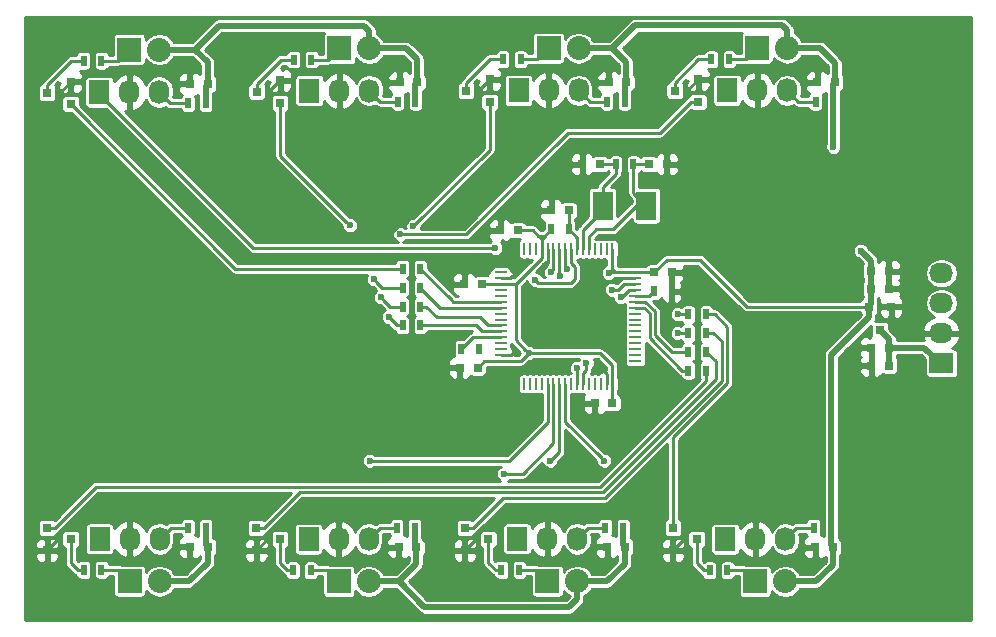
<source format=gbr>
G04 #@! TF.FileFunction,Copper,L1,Top,Signal*
%FSLAX46Y46*%
G04 Gerber Fmt 4.6, Leading zero omitted, Abs format (unit mm)*
G04 Created by KiCad (PCBNEW 4.0.2-stable) date 2017年04月18日 星期二 05:20:49*
%MOMM*%
G01*
G04 APERTURE LIST*
%ADD10C,0.100000*%
%ADD11R,0.800000X0.750000*%
%ADD12R,2.032000X2.032000*%
%ADD13O,2.032000X2.032000*%
%ADD14R,2.032000X1.727200*%
%ADD15O,2.032000X1.727200*%
%ADD16R,1.727200X2.032000*%
%ADD17O,1.727200X2.032000*%
%ADD18R,0.800100X0.800100*%
%ADD19R,0.500000X0.900000*%
%ADD20R,0.250000X1.000000*%
%ADD21R,1.000000X0.250000*%
%ADD22R,1.700000X2.400000*%
%ADD23C,0.600000*%
%ADD24C,0.250000*%
%ADD25C,0.500000*%
%ADD26C,0.254000*%
G04 APERTURE END LIST*
D10*
D11*
X163125000Y-97925000D03*
X161625000Y-97925000D03*
X167275000Y-97925000D03*
X168775000Y-97925000D03*
X187600000Y-114975000D03*
X186100000Y-114975000D03*
X187600000Y-113475000D03*
X186100000Y-113475000D03*
X186050000Y-108475000D03*
X187550000Y-108475000D03*
X186050000Y-106975000D03*
X187550000Y-106975000D03*
X169200000Y-107075000D03*
X167700000Y-107075000D03*
X156175000Y-103525000D03*
X154675000Y-103525000D03*
X160475000Y-101825000D03*
X158975000Y-101825000D03*
X153125000Y-108075000D03*
X151625000Y-108075000D03*
X162675000Y-118150000D03*
X164175000Y-118150000D03*
X128400000Y-91125000D03*
X129900000Y-91125000D03*
X146151600Y-90995500D03*
X147651600Y-90995500D03*
X163850000Y-91000000D03*
X165350000Y-91000000D03*
X181525000Y-91000000D03*
X183025000Y-91000000D03*
X152750000Y-115150000D03*
X151250000Y-115150000D03*
X128400000Y-130325000D03*
X129900000Y-130325000D03*
X146075000Y-130350000D03*
X147575000Y-130350000D03*
X163725000Y-130325000D03*
X165225000Y-130325000D03*
X181350000Y-130350000D03*
X182850000Y-130350000D03*
D12*
X123260000Y-88225000D03*
D13*
X125800000Y-88225000D03*
D12*
X141058900Y-88112600D03*
D13*
X143598900Y-88112600D03*
D12*
X158775000Y-88100000D03*
D13*
X161315000Y-88100000D03*
D12*
X176425000Y-88100000D03*
D13*
X178965000Y-88100000D03*
D12*
X123285000Y-133225000D03*
D13*
X125825000Y-133225000D03*
D12*
X141010000Y-133250000D03*
D13*
X143550000Y-133250000D03*
D12*
X158660000Y-133225000D03*
D13*
X161200000Y-133225000D03*
D12*
X176260000Y-133250000D03*
D13*
X178800000Y-133250000D03*
D14*
X192025000Y-114765000D03*
D15*
X192025000Y-112225000D03*
X192025000Y-109685000D03*
X192025000Y-107145000D03*
D16*
X120720000Y-91825000D03*
D17*
X123260000Y-91825000D03*
X125800000Y-91825000D03*
D16*
X138506200Y-91694000D03*
D17*
X141046200Y-91694000D03*
X143586200Y-91694000D03*
D16*
X156225000Y-91675000D03*
D17*
X158765000Y-91675000D03*
X161305000Y-91675000D03*
D16*
X173875000Y-91675000D03*
D17*
X176415000Y-91675000D03*
X178955000Y-91675000D03*
D16*
X120745000Y-129650000D03*
D17*
X123285000Y-129650000D03*
X125825000Y-129650000D03*
D16*
X138450000Y-129675000D03*
D17*
X140990000Y-129675000D03*
X143530000Y-129675000D03*
D16*
X156100000Y-129650000D03*
D17*
X158640000Y-129650000D03*
X161180000Y-129650000D03*
D16*
X173725000Y-129675000D03*
D17*
X176265000Y-129675000D03*
X178805000Y-129675000D03*
D18*
X118292760Y-92832000D03*
X118292760Y-90932000D03*
X116293780Y-91882000D03*
X136039860Y-92732900D03*
X136039860Y-90832900D03*
X134040880Y-91782900D03*
X153775760Y-92650000D03*
X153775760Y-90750000D03*
X151776780Y-91700000D03*
X171450760Y-92650000D03*
X171450760Y-90750000D03*
X169451780Y-91700000D03*
X116299240Y-128725000D03*
X116299240Y-130625000D03*
X118298220Y-129675000D03*
X134024240Y-128725000D03*
X134024240Y-130625000D03*
X136023220Y-129675000D03*
X151674240Y-128725000D03*
X151674240Y-130625000D03*
X153673220Y-129675000D03*
X169299240Y-128725000D03*
X169299240Y-130625000D03*
X171298220Y-129675000D03*
D19*
X169200000Y-108675000D03*
X167700000Y-108675000D03*
X165950000Y-97925000D03*
X164450000Y-97925000D03*
X152875000Y-113575000D03*
X151375000Y-113575000D03*
X128243900Y-92775000D03*
X129743900Y-92775000D03*
X145998500Y-92633800D03*
X147498500Y-92633800D03*
X163700000Y-92625000D03*
X165200000Y-92625000D03*
X181375000Y-92625000D03*
X182875000Y-92625000D03*
X158975000Y-103450000D03*
X160475000Y-103450000D03*
X128250000Y-128700000D03*
X129750000Y-128700000D03*
X145925000Y-128725000D03*
X147425000Y-128725000D03*
X163575000Y-128700000D03*
X165075000Y-128700000D03*
X181200000Y-128725000D03*
X182700000Y-128725000D03*
X120900000Y-89176900D03*
X119400000Y-89176900D03*
X138684700Y-89065100D03*
X137184700Y-89065100D03*
X156400000Y-89050000D03*
X154900000Y-89050000D03*
X174050000Y-89050000D03*
X172550000Y-89050000D03*
X146400000Y-106775000D03*
X147900000Y-106775000D03*
X146400000Y-108375000D03*
X147900000Y-108375000D03*
X146400000Y-109975000D03*
X147900000Y-109975000D03*
X146400000Y-111575000D03*
X147900000Y-111575000D03*
X120900000Y-132275000D03*
X119400000Y-132275000D03*
X138625000Y-132300000D03*
X137125000Y-132300000D03*
X156275000Y-132275000D03*
X154775000Y-132275000D03*
X173900000Y-132300000D03*
X172400000Y-132300000D03*
X172100000Y-115425000D03*
X170600000Y-115425000D03*
X172100000Y-113825000D03*
X170600000Y-113825000D03*
X172100000Y-112225000D03*
X170600000Y-112225000D03*
X172100000Y-110625000D03*
X170600000Y-110625000D03*
D18*
X187775000Y-109974240D03*
X185875000Y-109974240D03*
X186825000Y-111973220D03*
D20*
X164175000Y-105125000D03*
X163675000Y-105125000D03*
X163175000Y-105125000D03*
X162675000Y-105125000D03*
X162175000Y-105125000D03*
X161675000Y-105125000D03*
X161175000Y-105125000D03*
X160675000Y-105125000D03*
X160175000Y-105125000D03*
X159675000Y-105125000D03*
X159175000Y-105125000D03*
X158675000Y-105125000D03*
X158175000Y-105125000D03*
X157675000Y-105125000D03*
X157175000Y-105125000D03*
X156675000Y-105125000D03*
D21*
X154725000Y-107075000D03*
X154725000Y-107575000D03*
X154725000Y-108075000D03*
X154725000Y-108575000D03*
X154725000Y-109075000D03*
X154725000Y-109575000D03*
X154725000Y-110075000D03*
X154725000Y-110575000D03*
X154725000Y-111075000D03*
X154725000Y-111575000D03*
X154725000Y-112075000D03*
X154725000Y-112575000D03*
X154725000Y-113075000D03*
X154725000Y-113575000D03*
X154725000Y-114075000D03*
X154725000Y-114575000D03*
D20*
X156675000Y-116525000D03*
X157175000Y-116525000D03*
X157675000Y-116525000D03*
X158175000Y-116525000D03*
X158675000Y-116525000D03*
X159175000Y-116525000D03*
X159675000Y-116525000D03*
X160175000Y-116525000D03*
X160675000Y-116525000D03*
X161175000Y-116525000D03*
X161675000Y-116525000D03*
X162175000Y-116525000D03*
X162675000Y-116525000D03*
X163175000Y-116525000D03*
X163675000Y-116525000D03*
X164175000Y-116525000D03*
D21*
X166125000Y-114575000D03*
X166125000Y-114075000D03*
X166125000Y-113575000D03*
X166125000Y-113075000D03*
X166125000Y-112575000D03*
X166125000Y-112075000D03*
X166125000Y-111575000D03*
X166125000Y-111075000D03*
X166125000Y-110575000D03*
X166125000Y-110075000D03*
X166125000Y-109575000D03*
X166125000Y-109075000D03*
X166125000Y-108575000D03*
X166125000Y-108075000D03*
X166125000Y-107575000D03*
X166125000Y-107075000D03*
D22*
X163350000Y-101450000D03*
X167050000Y-101450000D03*
D23*
X158429136Y-106504762D03*
X155970549Y-107120549D03*
X170300000Y-108675000D03*
X170300000Y-107075000D03*
X164475000Y-107825000D03*
X155950000Y-113750000D03*
X157850000Y-101825000D03*
X153575000Y-103525000D03*
X150500000Y-108075000D03*
X150150000Y-115150000D03*
X161575000Y-118150000D03*
X163300000Y-115275000D03*
X185025000Y-114975000D03*
X185025000Y-113475000D03*
X187775000Y-111000000D03*
X188600000Y-108475000D03*
X187550000Y-105875000D03*
X128400000Y-131425000D03*
X146075000Y-131475000D03*
X163725000Y-131425000D03*
X181350000Y-131450000D03*
X170250000Y-129675000D03*
X152625000Y-129675000D03*
X134975000Y-129675000D03*
X117250000Y-129675000D03*
X128400000Y-89999996D03*
X146150000Y-89900000D03*
X163850000Y-89900002D03*
X181525000Y-89875000D03*
X170500000Y-91700000D03*
X152825000Y-91700000D03*
X135125000Y-91750000D03*
X117375000Y-91850000D03*
X169975000Y-97925000D03*
X160500000Y-97925000D03*
X163850000Y-107125000D03*
X157075000Y-113925000D03*
X182875000Y-96450000D03*
X185200000Y-105250000D03*
X161975000Y-114775000D03*
X161174998Y-115200000D03*
X157599998Y-107699998D03*
X154254449Y-105020551D03*
X160325000Y-106825000D03*
X159735702Y-107372808D03*
X158995161Y-107070124D03*
X143625000Y-123025000D03*
X155000000Y-124150000D03*
X158900000Y-123025000D03*
X163475000Y-123025000D03*
X143950000Y-107674998D03*
X141950000Y-103100000D03*
X147325000Y-103175000D03*
X144550000Y-109200000D03*
X146225000Y-103875000D03*
X145225000Y-110850000D03*
X164870202Y-109164587D03*
X169725000Y-112225000D03*
X164115279Y-108539577D03*
X169724998Y-110625000D03*
D24*
X164450000Y-97925000D02*
X163125000Y-97925000D01*
X163350000Y-99875000D02*
X164450000Y-98775000D01*
X164450000Y-98775000D02*
X164450000Y-97925000D01*
X163350000Y-101450000D02*
X163350000Y-99875000D01*
X163350000Y-101450000D02*
X163350000Y-101800000D01*
X163350000Y-101800000D02*
X161675000Y-103475000D01*
X161675000Y-103475000D02*
X161675000Y-104375000D01*
X161675000Y-104375000D02*
X161675000Y-105125000D01*
X158675000Y-105125000D02*
X158675000Y-106258898D01*
X158675000Y-106258898D02*
X158429136Y-106504762D01*
X155516098Y-107575000D02*
X155670550Y-107420548D01*
X155670550Y-107420548D02*
X155970549Y-107120549D01*
X154725000Y-107575000D02*
X155516098Y-107575000D01*
X169200000Y-108675000D02*
X170300000Y-108675000D01*
X169200000Y-107075000D02*
X170300000Y-107075000D01*
X166125000Y-107575000D02*
X164725000Y-107575000D01*
X164725000Y-107575000D02*
X164475000Y-107825000D01*
X154725000Y-114075000D02*
X155625000Y-114075000D01*
X155625000Y-114075000D02*
X155950000Y-113750000D01*
X158975000Y-101825000D02*
X157850000Y-101825000D01*
X154675000Y-103525000D02*
X153575000Y-103525000D01*
X151625000Y-108075000D02*
X150500000Y-108075000D01*
X151250000Y-115150000D02*
X150150000Y-115150000D01*
X162675000Y-118150000D02*
X161575000Y-118150000D01*
X163675000Y-116525000D02*
X163675000Y-115650000D01*
X163675000Y-115650000D02*
X163300000Y-115275000D01*
X186100000Y-114975000D02*
X185025000Y-114975000D01*
X186100000Y-113475000D02*
X185025000Y-113475000D01*
X187775000Y-109974240D02*
X187775000Y-111000000D01*
X187550000Y-108475000D02*
X188600000Y-108475000D01*
X187550000Y-106975000D02*
X187550000Y-105875000D01*
X128400000Y-130325000D02*
X128400000Y-131425000D01*
X146075000Y-130350000D02*
X146075000Y-131475000D01*
X163725000Y-130325000D02*
X163725000Y-131425000D01*
X181350000Y-130350000D02*
X181350000Y-131450000D01*
X169299240Y-130625000D02*
X169300000Y-130625000D01*
X169300000Y-130625000D02*
X170250000Y-129675000D01*
X151674240Y-130625000D02*
X151675000Y-130625000D01*
X151675000Y-130625000D02*
X152625000Y-129675000D01*
X134024240Y-130625000D02*
X134025000Y-130625000D01*
X134025000Y-130625000D02*
X134975000Y-129675000D01*
X116299240Y-130625000D02*
X116300000Y-130625000D01*
X116300000Y-130625000D02*
X117250000Y-129675000D01*
X128400000Y-91125000D02*
X128400000Y-89999996D01*
X146151600Y-89901600D02*
X146150000Y-89900000D01*
X146151600Y-90995500D02*
X146151600Y-89901600D01*
X163850000Y-91000000D02*
X163850000Y-89900002D01*
X181525000Y-91000000D02*
X181525000Y-89875000D01*
X171450760Y-90750000D02*
X171450000Y-90750000D01*
X171450000Y-90750000D02*
X170500000Y-91700000D01*
X153775760Y-90750000D02*
X153775000Y-90750000D01*
X153775000Y-90750000D02*
X152825000Y-91700000D01*
X136039860Y-90832900D02*
X136039860Y-90835140D01*
X136039860Y-90835140D02*
X135125000Y-91750000D01*
X118292760Y-90932000D02*
X118292760Y-90932240D01*
X118292760Y-90932240D02*
X117375000Y-91850000D01*
X168775000Y-97925000D02*
X169975000Y-97925000D01*
X161625000Y-97925000D02*
X160500000Y-97925000D01*
X165950000Y-97925000D02*
X167275000Y-97925000D01*
X165950000Y-97925000D02*
X165950000Y-100350000D01*
X165950000Y-100350000D02*
X167050000Y-101450000D01*
X167050000Y-101450000D02*
X166200000Y-101450000D01*
X166200000Y-101450000D02*
X164200000Y-103450000D01*
X164200000Y-103450000D02*
X162800000Y-103450000D01*
X162800000Y-103450000D02*
X162175000Y-104075000D01*
X162175000Y-104075000D02*
X162175000Y-105125000D01*
D25*
X187600000Y-114975000D02*
X187600000Y-113475000D01*
X187600000Y-113475000D02*
X187600000Y-112748220D01*
X187600000Y-112748220D02*
X186825000Y-111973220D01*
X192025000Y-114765000D02*
X191872600Y-114765000D01*
X190582600Y-113475000D02*
X187600000Y-113475000D01*
X191872600Y-114765000D02*
X190582600Y-113475000D01*
D24*
X158175000Y-105125000D02*
X158175000Y-105875000D01*
X158175000Y-105875000D02*
X157760518Y-106289482D01*
X157760518Y-106289482D02*
X155975000Y-108075000D01*
X166125000Y-107075000D02*
X164450000Y-107075000D01*
X164450000Y-107075000D02*
X163900000Y-107075000D01*
X164175000Y-106800000D02*
X164450000Y-107075000D01*
X163900000Y-107075000D02*
X163850000Y-107125000D01*
X164175000Y-105125000D02*
X164175000Y-106800000D01*
X164175000Y-106800000D02*
X163850000Y-107125000D01*
X164175000Y-116525000D02*
X164175000Y-114962227D01*
X164175000Y-114962227D02*
X163137773Y-113925000D01*
X163137773Y-113925000D02*
X157499264Y-113925000D01*
X157499264Y-113925000D02*
X157075000Y-113925000D01*
X154725000Y-114575000D02*
X156425000Y-114575000D01*
X156425000Y-114575000D02*
X156875000Y-114125000D01*
X156875000Y-114125000D02*
X157075000Y-113925000D01*
X156775001Y-113625001D02*
X157075000Y-113925000D01*
X155975000Y-108075000D02*
X155975000Y-112825000D01*
X155975000Y-112825000D02*
X156775001Y-113625001D01*
D25*
X161200000Y-133225000D02*
X161175000Y-133250000D01*
X161175000Y-133250000D02*
X161175000Y-134775000D01*
X161175000Y-134775000D02*
X160525000Y-135425000D01*
X160525000Y-135425000D02*
X148250000Y-135425000D01*
X148250000Y-135425000D02*
X146075000Y-133250000D01*
X185875000Y-109974240D02*
X185875000Y-110874290D01*
X182700000Y-114049290D02*
X182700000Y-127775000D01*
X185875000Y-110874290D02*
X182700000Y-114049290D01*
X182700000Y-127775000D02*
X182700000Y-128725000D01*
X143550000Y-133250000D02*
X146075000Y-133250000D01*
X146075000Y-133250000D02*
X147575000Y-131750000D01*
X147575000Y-131750000D02*
X147575000Y-130350000D01*
X161200000Y-133225000D02*
X163750000Y-133225000D01*
X163750000Y-133225000D02*
X165225000Y-131750000D01*
X165225000Y-131750000D02*
X165225000Y-130325000D01*
X178800000Y-133250000D02*
X181425000Y-133250000D01*
X181425000Y-133250000D02*
X182850000Y-131825000D01*
X182850000Y-131825000D02*
X182850000Y-130350000D01*
X128325000Y-133225000D02*
X129900000Y-131650000D01*
X129900000Y-131650000D02*
X129900000Y-130325000D01*
X125825000Y-133225000D02*
X128325000Y-133225000D01*
X129750000Y-128700000D02*
X129750000Y-130175000D01*
X129750000Y-130175000D02*
X129900000Y-130325000D01*
X147425000Y-128725000D02*
X147425000Y-130200000D01*
X147425000Y-130200000D02*
X147575000Y-130350000D01*
X165075000Y-128700000D02*
X165075000Y-130175000D01*
X165075000Y-130175000D02*
X165225000Y-130325000D01*
X182700000Y-128725000D02*
X182700000Y-130200000D01*
X182700000Y-130200000D02*
X182850000Y-130350000D01*
X182875000Y-96450000D02*
X182875000Y-92625000D01*
X186050000Y-106975000D02*
X186050000Y-106100000D01*
X186050000Y-106100000D02*
X185200000Y-105250000D01*
X178965000Y-88100000D02*
X178965000Y-86565000D01*
X178965000Y-86565000D02*
X178550000Y-86150000D01*
X178550000Y-86150000D02*
X166125000Y-86150000D01*
X166125000Y-86150000D02*
X164175000Y-88100000D01*
X143598900Y-88112600D02*
X143598900Y-86673900D01*
X143598900Y-86673900D02*
X143125000Y-86200000D01*
X130850000Y-86200000D02*
X128825000Y-88225000D01*
X143125000Y-86200000D02*
X130850000Y-86200000D01*
X183025000Y-91000000D02*
X183025000Y-89350000D01*
X183025000Y-89350000D02*
X181775000Y-88100000D01*
X181775000Y-88100000D02*
X178965000Y-88100000D01*
X165350000Y-89275000D02*
X164175000Y-88100000D01*
X164175000Y-88100000D02*
X161315000Y-88100000D01*
X165350000Y-91000000D02*
X165350000Y-89275000D01*
X147651600Y-89051600D02*
X146712600Y-88112600D01*
X146712600Y-88112600D02*
X143598900Y-88112600D01*
X147651600Y-90995500D02*
X147651600Y-89051600D01*
X129900000Y-89300000D02*
X128825000Y-88225000D01*
X128825000Y-88225000D02*
X125800000Y-88225000D01*
X129900000Y-91125000D02*
X129900000Y-89300000D01*
X182875000Y-92625000D02*
X182875000Y-91150000D01*
X182875000Y-91150000D02*
X183025000Y-91000000D01*
X165200000Y-92625000D02*
X165200000Y-91150000D01*
X165200000Y-91150000D02*
X165350000Y-91000000D01*
X147498500Y-92633800D02*
X147498500Y-91148600D01*
X147498500Y-91148600D02*
X147651600Y-90995500D01*
X129743900Y-92775000D02*
X129743900Y-91281100D01*
X129743900Y-91281100D02*
X129900000Y-91125000D01*
D24*
X186050000Y-106975000D02*
X186025000Y-106975000D01*
X185875000Y-109974240D02*
X175549240Y-109974240D01*
X175549240Y-109974240D02*
X171575000Y-106000000D01*
X171575000Y-106000000D02*
X168800000Y-106000000D01*
X168800000Y-106000000D02*
X167725000Y-107075000D01*
X167725000Y-107075000D02*
X167700000Y-107075000D01*
X155975000Y-108075000D02*
X155475000Y-108075000D01*
X155475000Y-108075000D02*
X154725000Y-108075000D01*
X154725000Y-114575000D02*
X153325000Y-114575000D01*
X153325000Y-114575000D02*
X152750000Y-115150000D01*
X166125000Y-107075000D02*
X167700000Y-107075000D01*
X164175000Y-116525000D02*
X164175000Y-118150000D01*
X154725000Y-108075000D02*
X153125000Y-108075000D01*
X158450000Y-103975000D02*
X158975000Y-103450000D01*
X158175000Y-104250000D02*
X158450000Y-103975000D01*
X158175000Y-104250000D02*
X157900000Y-103975000D01*
X158450000Y-103975000D02*
X157900000Y-103975000D01*
X157900000Y-103975000D02*
X157450000Y-103525000D01*
X157450000Y-103525000D02*
X156175000Y-103525000D01*
X158175000Y-105125000D02*
X158175000Y-104250000D01*
D25*
X186050000Y-106975000D02*
X186050000Y-108475000D01*
X186050000Y-108475000D02*
X186050000Y-109799240D01*
X186050000Y-109799240D02*
X185875000Y-109974240D01*
D24*
X160475000Y-103450000D02*
X160475000Y-101825000D01*
X161175000Y-105125000D02*
X161175000Y-104150000D01*
X161175000Y-104150000D02*
X160475000Y-103450000D01*
X120900000Y-89176900D02*
X122308100Y-89176900D01*
X122308100Y-89176900D02*
X123260000Y-88225000D01*
X138684700Y-89065100D02*
X140106400Y-89065100D01*
X140106400Y-89065100D02*
X141058900Y-88112600D01*
X156400000Y-89050000D02*
X157825000Y-89050000D01*
X157825000Y-89050000D02*
X158775000Y-88100000D01*
X174050000Y-89050000D02*
X175475000Y-89050000D01*
X175475000Y-89050000D02*
X176425000Y-88100000D01*
X120900000Y-132275000D02*
X122335000Y-132275000D01*
X122335000Y-132275000D02*
X123285000Y-133225000D01*
X138625000Y-132300000D02*
X140060000Y-132300000D01*
X140060000Y-132300000D02*
X141010000Y-133250000D01*
X156275000Y-132275000D02*
X157710000Y-132275000D01*
X157710000Y-132275000D02*
X158660000Y-133225000D01*
X173900000Y-132300000D02*
X175310000Y-132300000D01*
X175310000Y-132300000D02*
X176260000Y-133250000D01*
X161675000Y-115625000D02*
X161975000Y-115325000D01*
X161975000Y-115325000D02*
X161975000Y-115199264D01*
X161675000Y-116525000D02*
X161675000Y-115625000D01*
X161975000Y-115199264D02*
X161975000Y-114775000D01*
X161175000Y-115200002D02*
X161174998Y-115200000D01*
X161175000Y-116525000D02*
X161175000Y-115200002D01*
X160675000Y-105125000D02*
X160675000Y-106275000D01*
X160624996Y-108000004D02*
X157900004Y-108000004D01*
X160675000Y-106275000D02*
X161000000Y-106600000D01*
X161000000Y-106600000D02*
X161000000Y-107625000D01*
X161000000Y-107625000D02*
X160624996Y-108000004D01*
X157900004Y-108000004D02*
X157899997Y-107999997D01*
X157899997Y-107999997D02*
X157599998Y-107699998D01*
X120720000Y-91825000D02*
X120720000Y-91977400D01*
X120720000Y-91977400D02*
X133767600Y-105025000D01*
X133767600Y-105025000D02*
X154250000Y-105025000D01*
X154250000Y-105025000D02*
X154254449Y-105020551D01*
X128243900Y-92775000D02*
X126750000Y-92775000D01*
X126750000Y-92775000D02*
X125800000Y-91825000D01*
X160175000Y-106675000D02*
X160325000Y-106825000D01*
X160175000Y-105125000D02*
X160175000Y-106675000D01*
X145998500Y-92633800D02*
X144526000Y-92633800D01*
X144526000Y-92633800D02*
X143586200Y-91694000D01*
X159675000Y-107312106D02*
X159735702Y-107372808D01*
X159675000Y-105125000D02*
X159675000Y-107312106D01*
X163700000Y-92625000D02*
X162255000Y-92625000D01*
X162255000Y-92625000D02*
X161305000Y-91675000D01*
X159175000Y-105125000D02*
X159175000Y-106890285D01*
X159175000Y-106890285D02*
X158995161Y-107070124D01*
X181375000Y-92625000D02*
X179905000Y-92625000D01*
X179905000Y-92625000D02*
X178955000Y-91675000D01*
X158675000Y-116525000D02*
X158675000Y-119775000D01*
X158675000Y-119775000D02*
X155425000Y-123025000D01*
X155425000Y-123025000D02*
X144049264Y-123025000D01*
X144049264Y-123025000D02*
X143625000Y-123025000D01*
X128250000Y-128700000D02*
X126775000Y-128700000D01*
X126775000Y-128700000D02*
X125825000Y-129650000D01*
X155424264Y-124150000D02*
X155000000Y-124150000D01*
X156586411Y-124150000D02*
X155424264Y-124150000D01*
X159175000Y-121561411D02*
X156586411Y-124150000D01*
X159175000Y-116525000D02*
X159175000Y-121561411D01*
X145925000Y-128725000D02*
X144480000Y-128725000D01*
X144480000Y-128725000D02*
X143530000Y-129675000D01*
X159199999Y-122725001D02*
X158900000Y-123025000D01*
X159675000Y-122250000D02*
X159199999Y-122725001D01*
X159675000Y-116525000D02*
X159675000Y-122250000D01*
X163575000Y-128700000D02*
X162130000Y-128700000D01*
X162130000Y-128700000D02*
X161180000Y-129650000D01*
X163175001Y-122725001D02*
X163475000Y-123025000D01*
X160175000Y-119725000D02*
X163175001Y-122725001D01*
X160175000Y-116525000D02*
X160175000Y-119725000D01*
X181200000Y-128725000D02*
X179755000Y-128725000D01*
X179755000Y-128725000D02*
X178805000Y-129675000D01*
X146400000Y-106775000D02*
X132225000Y-106775000D01*
X132225000Y-106775000D02*
X118292760Y-92842760D01*
X118292760Y-92842760D02*
X118292760Y-92832000D01*
X116293780Y-91882000D02*
X116293780Y-91231950D01*
X116293780Y-91231950D02*
X118348830Y-89176900D01*
X118900000Y-89176900D02*
X119400000Y-89176900D01*
X118348830Y-89176900D02*
X118900000Y-89176900D01*
X144249999Y-107974997D02*
X143950000Y-107674998D01*
X144650002Y-108375000D02*
X144249999Y-107974997D01*
X146400000Y-108375000D02*
X144650002Y-108375000D01*
X141650001Y-102800001D02*
X141950000Y-103100000D01*
X136039860Y-97189860D02*
X141650001Y-102800001D01*
X136039860Y-92732900D02*
X136039860Y-97189860D01*
X134040880Y-91782900D02*
X134040880Y-91132850D01*
X134040880Y-91132850D02*
X136108630Y-89065100D01*
X136684700Y-89065100D02*
X137184700Y-89065100D01*
X136108630Y-89065100D02*
X136684700Y-89065100D01*
X153775760Y-92650000D02*
X153775760Y-96724240D01*
X153775760Y-96724240D02*
X147325000Y-103175000D01*
X145325000Y-109975000D02*
X144849999Y-109499999D01*
X144849999Y-109499999D02*
X144550000Y-109200000D01*
X146400000Y-109975000D02*
X145325000Y-109975000D01*
X151776780Y-91700000D02*
X151776780Y-91049950D01*
X151776780Y-91049950D02*
X153776730Y-89050000D01*
X153776730Y-89050000D02*
X154400000Y-89050000D01*
X154400000Y-89050000D02*
X154900000Y-89050000D01*
X171450760Y-92650000D02*
X170800710Y-92650000D01*
X168175710Y-95275000D02*
X160375000Y-95275000D01*
X170800710Y-92650000D02*
X168175710Y-95275000D01*
X160375000Y-95275000D02*
X151775000Y-103875000D01*
X151775000Y-103875000D02*
X146649264Y-103875000D01*
X146649264Y-103875000D02*
X146225000Y-103875000D01*
X145225000Y-110900000D02*
X145225000Y-110850000D01*
X145900000Y-111575000D02*
X145225000Y-110900000D01*
X146400000Y-111575000D02*
X145900000Y-111575000D01*
X169451780Y-91700000D02*
X169451780Y-91049950D01*
X169451780Y-91049950D02*
X171451730Y-89050000D01*
X172050000Y-89050000D02*
X172550000Y-89050000D01*
X171451730Y-89050000D02*
X172050000Y-89050000D01*
X137512879Y-125250000D02*
X120424290Y-125250000D01*
X120424290Y-125250000D02*
X116949290Y-128725000D01*
X116949290Y-128725000D02*
X116299240Y-128725000D01*
X172100000Y-115425000D02*
X172100000Y-116300000D01*
X137512901Y-125249978D02*
X137512879Y-125250000D01*
X163150022Y-125249978D02*
X137512901Y-125249978D01*
X172100000Y-116300000D02*
X163150022Y-125249978D01*
X119400000Y-132275000D02*
X118900000Y-132275000D01*
X118900000Y-132275000D02*
X118298220Y-131673220D01*
X118298220Y-131673220D02*
X118298220Y-130325050D01*
X118298220Y-130325050D02*
X118298220Y-129675000D01*
X172100000Y-113825000D02*
X172125000Y-113825000D01*
X172125000Y-113825000D02*
X172925000Y-114625000D01*
X172925000Y-114625000D02*
X172925000Y-116125000D01*
X172925000Y-116125000D02*
X163350011Y-125699989D01*
X163350011Y-125699989D02*
X137699301Y-125699989D01*
X137699301Y-125699989D02*
X134674290Y-128725000D01*
X134674290Y-128725000D02*
X134024240Y-128725000D01*
X137125000Y-132300000D02*
X136625000Y-132300000D01*
X136625000Y-132300000D02*
X136023220Y-131698220D01*
X136023220Y-131698220D02*
X136023220Y-130325050D01*
X136023220Y-130325050D02*
X136023220Y-129675000D01*
X172100000Y-112225000D02*
X172725000Y-112225000D01*
X172725000Y-112225000D02*
X173425000Y-112925000D01*
X173425000Y-112925000D02*
X173425000Y-116275000D01*
X173425000Y-116275000D02*
X163550000Y-126150000D01*
X163550000Y-126150000D02*
X154925000Y-126150000D01*
X154925000Y-126150000D02*
X152350000Y-128725000D01*
X152350000Y-128725000D02*
X151674240Y-128725000D01*
X154775000Y-132275000D02*
X154275000Y-132275000D01*
X154275000Y-132275000D02*
X153673220Y-131673220D01*
X153673220Y-131673220D02*
X153673220Y-130325050D01*
X153673220Y-130325050D02*
X153673220Y-129675000D01*
X172100000Y-110625000D02*
X172825000Y-110625000D01*
X173875011Y-116474989D02*
X169299240Y-121050760D01*
X169299240Y-121050760D02*
X169299240Y-128074950D01*
X172825000Y-110625000D02*
X173875011Y-111675011D01*
X173875011Y-111675011D02*
X173875011Y-116474989D01*
X169299240Y-128074950D02*
X169299240Y-128725000D01*
X171298220Y-129675000D02*
X171298220Y-131698220D01*
X171298220Y-131698220D02*
X171900000Y-132300000D01*
X171900000Y-132300000D02*
X172400000Y-132300000D01*
X166125000Y-109075000D02*
X167300000Y-109075000D01*
X167300000Y-109075000D02*
X167700000Y-108675000D01*
X154725000Y-112575000D02*
X152375000Y-112575000D01*
X152375000Y-112575000D02*
X151375000Y-113575000D01*
X154725000Y-109575000D02*
X150700000Y-109575000D01*
X150700000Y-109575000D02*
X150475000Y-109350000D01*
X150475000Y-109350000D02*
X147900000Y-106775000D01*
X147900000Y-108375000D02*
X149600000Y-110075000D01*
X149600000Y-110075000D02*
X153975000Y-110075000D01*
X153975000Y-110075000D02*
X154725000Y-110075000D01*
X154725000Y-111575000D02*
X153625000Y-111575000D01*
X153625000Y-111575000D02*
X152925000Y-110875000D01*
X152925000Y-110875000D02*
X149300000Y-110875000D01*
X149300000Y-110875000D02*
X148400000Y-109975000D01*
X148400000Y-109975000D02*
X147900000Y-109975000D01*
X147900000Y-111575000D02*
X152625000Y-111575000D01*
X152625000Y-111575000D02*
X153125000Y-112075000D01*
X153125000Y-112075000D02*
X153975000Y-112075000D01*
X153975000Y-112075000D02*
X154725000Y-112075000D01*
X170100000Y-115425000D02*
X170600000Y-115425000D01*
X167324989Y-112649989D02*
X170100000Y-115425000D01*
X166835003Y-110075000D02*
X167324989Y-110564986D01*
X166125000Y-110075000D02*
X166835003Y-110075000D01*
X167324989Y-110564986D02*
X167324989Y-112649989D01*
X170600000Y-113825000D02*
X169175000Y-113825000D01*
X169175000Y-113825000D02*
X167775000Y-112425000D01*
X167775000Y-112425000D02*
X167775000Y-110378587D01*
X166875000Y-109575000D02*
X166125000Y-109575000D01*
X167775000Y-110378587D02*
X166971413Y-109575000D01*
X166971413Y-109575000D02*
X166875000Y-109575000D01*
X165536415Y-108575000D02*
X164946828Y-109164587D01*
X164946828Y-109164587D02*
X164870202Y-109164587D01*
X166125000Y-108575000D02*
X165536415Y-108575000D01*
X170600000Y-112225000D02*
X169725000Y-112225000D01*
X166125000Y-108075000D02*
X165150000Y-108075000D01*
X165150000Y-108075000D02*
X164685423Y-108539577D01*
X164539543Y-108539577D02*
X164115279Y-108539577D01*
X164685423Y-108539577D02*
X164539543Y-108539577D01*
X170600000Y-110625000D02*
X169724998Y-110625000D01*
D26*
G36*
X194544000Y-136544000D02*
X114456000Y-136544000D01*
X114456000Y-130910750D01*
X115264190Y-130910750D01*
X115264190Y-131151359D01*
X115360863Y-131384748D01*
X115539491Y-131563377D01*
X115772880Y-131660050D01*
X116013490Y-131660050D01*
X116172240Y-131501300D01*
X116172240Y-130752000D01*
X116426240Y-130752000D01*
X116426240Y-131501300D01*
X116584990Y-131660050D01*
X116825600Y-131660050D01*
X117058989Y-131563377D01*
X117237617Y-131384748D01*
X117334290Y-131151359D01*
X117334290Y-130910750D01*
X117175540Y-130752000D01*
X116426240Y-130752000D01*
X116172240Y-130752000D01*
X115422940Y-130752000D01*
X115264190Y-130910750D01*
X114456000Y-130910750D01*
X114456000Y-130098641D01*
X115264190Y-130098641D01*
X115264190Y-130339250D01*
X115422940Y-130498000D01*
X116172240Y-130498000D01*
X116172240Y-129748700D01*
X116426240Y-129748700D01*
X116426240Y-130498000D01*
X117175540Y-130498000D01*
X117334290Y-130339250D01*
X117334290Y-130098641D01*
X117237617Y-129865252D01*
X117058989Y-129686623D01*
X116825600Y-129589950D01*
X116584990Y-129589950D01*
X116426240Y-129748700D01*
X116172240Y-129748700D01*
X116013490Y-129589950D01*
X115772880Y-129589950D01*
X115539491Y-129686623D01*
X115360863Y-129865252D01*
X115264190Y-130098641D01*
X114456000Y-130098641D01*
X114456000Y-128324950D01*
X115510726Y-128324950D01*
X115510726Y-129125050D01*
X115537293Y-129266240D01*
X115620736Y-129395915D01*
X115748056Y-129482909D01*
X115899190Y-129513514D01*
X116699290Y-129513514D01*
X116840480Y-129486947D01*
X116970155Y-129403504D01*
X117057149Y-129276184D01*
X117057398Y-129274950D01*
X117509706Y-129274950D01*
X117509706Y-130075050D01*
X117536273Y-130216240D01*
X117619716Y-130345915D01*
X117747036Y-130432909D01*
X117792220Y-130442059D01*
X117792220Y-131673220D01*
X117830737Y-131866858D01*
X117940424Y-132031016D01*
X118542204Y-132632796D01*
X118706362Y-132742483D01*
X118767099Y-132754564D01*
X118788103Y-132866190D01*
X118871546Y-132995865D01*
X118998866Y-133082859D01*
X119150000Y-133113464D01*
X119650000Y-133113464D01*
X119791190Y-133086897D01*
X119920865Y-133003454D01*
X120007859Y-132876134D01*
X120038464Y-132725000D01*
X120038464Y-131825000D01*
X120261536Y-131825000D01*
X120261536Y-132725000D01*
X120288103Y-132866190D01*
X120371546Y-132995865D01*
X120498866Y-133082859D01*
X120650000Y-133113464D01*
X121150000Y-133113464D01*
X121291190Y-133086897D01*
X121420865Y-133003454D01*
X121507859Y-132876134D01*
X121527124Y-132781000D01*
X121880536Y-132781000D01*
X121880536Y-134241000D01*
X121907103Y-134382190D01*
X121990546Y-134511865D01*
X122117866Y-134598859D01*
X122269000Y-134629464D01*
X124301000Y-134629464D01*
X124442190Y-134602897D01*
X124571865Y-134519454D01*
X124658859Y-134392134D01*
X124689464Y-134241000D01*
X124689464Y-134032728D01*
X124809803Y-134212828D01*
X125263022Y-134515660D01*
X125797631Y-134622000D01*
X125852369Y-134622000D01*
X126386978Y-134515660D01*
X126840197Y-134212828D01*
X127078622Y-133856000D01*
X128325000Y-133856000D01*
X128566473Y-133807968D01*
X128771184Y-133671184D01*
X130346184Y-132096185D01*
X130482968Y-131891474D01*
X130494695Y-131832517D01*
X130531000Y-131650000D01*
X130531000Y-131004106D01*
X130570865Y-130978454D01*
X130617125Y-130910750D01*
X132989190Y-130910750D01*
X132989190Y-131151359D01*
X133085863Y-131384748D01*
X133264491Y-131563377D01*
X133497880Y-131660050D01*
X133738490Y-131660050D01*
X133897240Y-131501300D01*
X133897240Y-130752000D01*
X134151240Y-130752000D01*
X134151240Y-131501300D01*
X134309990Y-131660050D01*
X134550600Y-131660050D01*
X134783989Y-131563377D01*
X134962617Y-131384748D01*
X135059290Y-131151359D01*
X135059290Y-130910750D01*
X134900540Y-130752000D01*
X134151240Y-130752000D01*
X133897240Y-130752000D01*
X133147940Y-130752000D01*
X132989190Y-130910750D01*
X130617125Y-130910750D01*
X130657859Y-130851134D01*
X130688464Y-130700000D01*
X130688464Y-130098641D01*
X132989190Y-130098641D01*
X132989190Y-130339250D01*
X133147940Y-130498000D01*
X133897240Y-130498000D01*
X133897240Y-129748700D01*
X134151240Y-129748700D01*
X134151240Y-130498000D01*
X134900540Y-130498000D01*
X135059290Y-130339250D01*
X135059290Y-130098641D01*
X134962617Y-129865252D01*
X134783989Y-129686623D01*
X134550600Y-129589950D01*
X134309990Y-129589950D01*
X134151240Y-129748700D01*
X133897240Y-129748700D01*
X133738490Y-129589950D01*
X133497880Y-129589950D01*
X133264491Y-129686623D01*
X133085863Y-129865252D01*
X132989190Y-130098641D01*
X130688464Y-130098641D01*
X130688464Y-129950000D01*
X130661897Y-129808810D01*
X130578454Y-129679135D01*
X130451134Y-129592141D01*
X130381000Y-129577939D01*
X130381000Y-129186859D01*
X130388464Y-129150000D01*
X130388464Y-128250000D01*
X130361897Y-128108810D01*
X130278454Y-127979135D01*
X130151134Y-127892141D01*
X130000000Y-127861536D01*
X129500000Y-127861536D01*
X129358810Y-127888103D01*
X129229135Y-127971546D01*
X129142141Y-128098866D01*
X129111536Y-128250000D01*
X129111536Y-129150000D01*
X129119000Y-129189667D01*
X129119000Y-129394815D01*
X128926309Y-129315000D01*
X128848385Y-129315000D01*
X128857859Y-129301134D01*
X128888464Y-129150000D01*
X128888464Y-128250000D01*
X128861897Y-128108810D01*
X128778454Y-127979135D01*
X128651134Y-127892141D01*
X128500000Y-127861536D01*
X128000000Y-127861536D01*
X127858810Y-127888103D01*
X127729135Y-127971546D01*
X127642141Y-128098866D01*
X127622876Y-128194000D01*
X126775000Y-128194000D01*
X126581362Y-128232517D01*
X126417204Y-128342204D01*
X126383863Y-128375545D01*
X126301288Y-128320371D01*
X125825000Y-128225631D01*
X125348712Y-128320371D01*
X124944935Y-128590166D01*
X124675140Y-128993943D01*
X124672296Y-129008243D01*
X124576954Y-128735680D01*
X124187036Y-128299268D01*
X123659791Y-128045291D01*
X123644026Y-128042642D01*
X123412000Y-128163783D01*
X123412000Y-129523000D01*
X123432000Y-129523000D01*
X123432000Y-129777000D01*
X123412000Y-129777000D01*
X123412000Y-131136217D01*
X123644026Y-131257358D01*
X123659791Y-131254709D01*
X124187036Y-131000732D01*
X124576954Y-130564320D01*
X124672296Y-130291757D01*
X124675140Y-130306057D01*
X124944935Y-130709834D01*
X125348712Y-130979629D01*
X125825000Y-131074369D01*
X126301288Y-130979629D01*
X126705065Y-130709834D01*
X126771270Y-130610750D01*
X127365000Y-130610750D01*
X127365000Y-130826310D01*
X127461673Y-131059699D01*
X127640302Y-131238327D01*
X127873691Y-131335000D01*
X128114250Y-131335000D01*
X128273000Y-131176250D01*
X128273000Y-130452000D01*
X127523750Y-130452000D01*
X127365000Y-130610750D01*
X126771270Y-130610750D01*
X126974860Y-130306057D01*
X127069600Y-129829769D01*
X127069600Y-129470231D01*
X127017041Y-129206000D01*
X127622073Y-129206000D01*
X127638103Y-129291190D01*
X127699778Y-129387037D01*
X127640302Y-129411673D01*
X127461673Y-129590301D01*
X127365000Y-129823690D01*
X127365000Y-130039250D01*
X127523750Y-130198000D01*
X128273000Y-130198000D01*
X128273000Y-130178000D01*
X128527000Y-130178000D01*
X128527000Y-130198000D01*
X128547000Y-130198000D01*
X128547000Y-130452000D01*
X128527000Y-130452000D01*
X128527000Y-131176250D01*
X128685750Y-131335000D01*
X128926309Y-131335000D01*
X129159698Y-131238327D01*
X129269000Y-131129026D01*
X129269000Y-131388631D01*
X128063632Y-132594000D01*
X127078622Y-132594000D01*
X126840197Y-132237172D01*
X126386978Y-131934340D01*
X125852369Y-131828000D01*
X125797631Y-131828000D01*
X125263022Y-131934340D01*
X124809803Y-132237172D01*
X124689464Y-132417272D01*
X124689464Y-132209000D01*
X124662897Y-132067810D01*
X124579454Y-131938135D01*
X124452134Y-131851141D01*
X124301000Y-131820536D01*
X122548122Y-131820536D01*
X122528638Y-131807517D01*
X122335000Y-131769000D01*
X121527927Y-131769000D01*
X121511897Y-131683810D01*
X121428454Y-131554135D01*
X121301134Y-131467141D01*
X121150000Y-131436536D01*
X120650000Y-131436536D01*
X120508810Y-131463103D01*
X120379135Y-131546546D01*
X120292141Y-131673866D01*
X120261536Y-131825000D01*
X120038464Y-131825000D01*
X120011897Y-131683810D01*
X119928454Y-131554135D01*
X119801134Y-131467141D01*
X119650000Y-131436536D01*
X119150000Y-131436536D01*
X119008810Y-131463103D01*
X118884005Y-131543413D01*
X118804220Y-131463628D01*
X118804220Y-130443578D01*
X118839460Y-130436947D01*
X118969135Y-130353504D01*
X119056129Y-130226184D01*
X119086734Y-130075050D01*
X119086734Y-129274950D01*
X119060167Y-129133760D01*
X118976724Y-129004085D01*
X118849404Y-128917091D01*
X118698270Y-128886486D01*
X117898170Y-128886486D01*
X117756980Y-128913053D01*
X117627305Y-128996496D01*
X117540311Y-129123816D01*
X117509706Y-129274950D01*
X117057398Y-129274950D01*
X117071210Y-129206749D01*
X117142928Y-129192483D01*
X117307086Y-129082796D01*
X117755882Y-128634000D01*
X119492936Y-128634000D01*
X119492936Y-130666000D01*
X119519503Y-130807190D01*
X119602946Y-130936865D01*
X119730266Y-131023859D01*
X119881400Y-131054464D01*
X121608600Y-131054464D01*
X121749790Y-131027897D01*
X121879465Y-130944454D01*
X121966459Y-130817134D01*
X121997064Y-130666000D01*
X121997064Y-130568817D01*
X122382964Y-131000732D01*
X122910209Y-131254709D01*
X122925974Y-131257358D01*
X123158000Y-131136217D01*
X123158000Y-129777000D01*
X123138000Y-129777000D01*
X123138000Y-129523000D01*
X123158000Y-129523000D01*
X123158000Y-128163783D01*
X122925974Y-128042642D01*
X122910209Y-128045291D01*
X122382964Y-128299268D01*
X121997064Y-128731183D01*
X121997064Y-128634000D01*
X121970497Y-128492810D01*
X121887054Y-128363135D01*
X121759734Y-128276141D01*
X121608600Y-128245536D01*
X119881400Y-128245536D01*
X119740210Y-128272103D01*
X119610535Y-128355546D01*
X119523541Y-128482866D01*
X119492936Y-128634000D01*
X117755882Y-128634000D01*
X120633882Y-125756000D01*
X136927698Y-125756000D01*
X134659298Y-128024400D01*
X134575424Y-127967091D01*
X134424290Y-127936486D01*
X133624190Y-127936486D01*
X133483000Y-127963053D01*
X133353325Y-128046496D01*
X133266331Y-128173816D01*
X133235726Y-128324950D01*
X133235726Y-129125050D01*
X133262293Y-129266240D01*
X133345736Y-129395915D01*
X133473056Y-129482909D01*
X133624190Y-129513514D01*
X134424290Y-129513514D01*
X134565480Y-129486947D01*
X134695155Y-129403504D01*
X134782149Y-129276184D01*
X134782398Y-129274950D01*
X135234706Y-129274950D01*
X135234706Y-130075050D01*
X135261273Y-130216240D01*
X135344716Y-130345915D01*
X135472036Y-130432909D01*
X135517220Y-130442059D01*
X135517220Y-131698220D01*
X135555737Y-131891858D01*
X135665424Y-132056016D01*
X136267204Y-132657796D01*
X136431362Y-132767483D01*
X136492099Y-132779564D01*
X136513103Y-132891190D01*
X136596546Y-133020865D01*
X136723866Y-133107859D01*
X136875000Y-133138464D01*
X137375000Y-133138464D01*
X137516190Y-133111897D01*
X137645865Y-133028454D01*
X137732859Y-132901134D01*
X137763464Y-132750000D01*
X137763464Y-131850000D01*
X137986536Y-131850000D01*
X137986536Y-132750000D01*
X138013103Y-132891190D01*
X138096546Y-133020865D01*
X138223866Y-133107859D01*
X138375000Y-133138464D01*
X138875000Y-133138464D01*
X139016190Y-133111897D01*
X139145865Y-133028454D01*
X139232859Y-132901134D01*
X139252124Y-132806000D01*
X139605536Y-132806000D01*
X139605536Y-134266000D01*
X139632103Y-134407190D01*
X139715546Y-134536865D01*
X139842866Y-134623859D01*
X139994000Y-134654464D01*
X142026000Y-134654464D01*
X142167190Y-134627897D01*
X142296865Y-134544454D01*
X142383859Y-134417134D01*
X142414464Y-134266000D01*
X142414464Y-134057728D01*
X142534803Y-134237828D01*
X142988022Y-134540660D01*
X143522631Y-134647000D01*
X143577369Y-134647000D01*
X144111978Y-134540660D01*
X144565197Y-134237828D01*
X144803622Y-133881000D01*
X145813632Y-133881000D01*
X147803815Y-135871184D01*
X147940599Y-135962580D01*
X148008527Y-136007968D01*
X148250000Y-136056000D01*
X160525000Y-136056000D01*
X160766473Y-136007968D01*
X160971184Y-135871184D01*
X161621185Y-135221184D01*
X161757968Y-135016473D01*
X161806000Y-134775000D01*
X161806000Y-134486245D01*
X162215197Y-134212828D01*
X162453622Y-133856000D01*
X163750000Y-133856000D01*
X163991473Y-133807968D01*
X164196184Y-133671184D01*
X165671184Y-132196184D01*
X165807968Y-131991473D01*
X165817768Y-131942204D01*
X165856000Y-131750000D01*
X165856000Y-131004106D01*
X165895865Y-130978454D01*
X165942125Y-130910750D01*
X168264190Y-130910750D01*
X168264190Y-131151359D01*
X168360863Y-131384748D01*
X168539491Y-131563377D01*
X168772880Y-131660050D01*
X169013490Y-131660050D01*
X169172240Y-131501300D01*
X169172240Y-130752000D01*
X169426240Y-130752000D01*
X169426240Y-131501300D01*
X169584990Y-131660050D01*
X169825600Y-131660050D01*
X170058989Y-131563377D01*
X170237617Y-131384748D01*
X170334290Y-131151359D01*
X170334290Y-130910750D01*
X170175540Y-130752000D01*
X169426240Y-130752000D01*
X169172240Y-130752000D01*
X168422940Y-130752000D01*
X168264190Y-130910750D01*
X165942125Y-130910750D01*
X165982859Y-130851134D01*
X166013464Y-130700000D01*
X166013464Y-130098641D01*
X168264190Y-130098641D01*
X168264190Y-130339250D01*
X168422940Y-130498000D01*
X169172240Y-130498000D01*
X169172240Y-129748700D01*
X169426240Y-129748700D01*
X169426240Y-130498000D01*
X170175540Y-130498000D01*
X170334290Y-130339250D01*
X170334290Y-130098641D01*
X170237617Y-129865252D01*
X170058989Y-129686623D01*
X169825600Y-129589950D01*
X169584990Y-129589950D01*
X169426240Y-129748700D01*
X169172240Y-129748700D01*
X169013490Y-129589950D01*
X168772880Y-129589950D01*
X168539491Y-129686623D01*
X168360863Y-129865252D01*
X168264190Y-130098641D01*
X166013464Y-130098641D01*
X166013464Y-129950000D01*
X165986897Y-129808810D01*
X165903454Y-129679135D01*
X165776134Y-129592141D01*
X165706000Y-129577939D01*
X165706000Y-129186859D01*
X165713464Y-129150000D01*
X165713464Y-128250000D01*
X165686897Y-128108810D01*
X165603454Y-127979135D01*
X165476134Y-127892141D01*
X165325000Y-127861536D01*
X164825000Y-127861536D01*
X164683810Y-127888103D01*
X164554135Y-127971546D01*
X164467141Y-128098866D01*
X164436536Y-128250000D01*
X164436536Y-129150000D01*
X164444000Y-129189667D01*
X164444000Y-129394815D01*
X164251309Y-129315000D01*
X164173385Y-129315000D01*
X164182859Y-129301134D01*
X164213464Y-129150000D01*
X164213464Y-128250000D01*
X164186897Y-128108810D01*
X164103454Y-127979135D01*
X163976134Y-127892141D01*
X163825000Y-127861536D01*
X163325000Y-127861536D01*
X163183810Y-127888103D01*
X163054135Y-127971546D01*
X162967141Y-128098866D01*
X162947876Y-128194000D01*
X162130000Y-128194000D01*
X161936362Y-128232517D01*
X161772204Y-128342204D01*
X161738863Y-128375545D01*
X161656288Y-128320371D01*
X161180000Y-128225631D01*
X160703712Y-128320371D01*
X160299935Y-128590166D01*
X160030140Y-128993943D01*
X160027296Y-129008243D01*
X159931954Y-128735680D01*
X159542036Y-128299268D01*
X159014791Y-128045291D01*
X158999026Y-128042642D01*
X158767000Y-128163783D01*
X158767000Y-129523000D01*
X158787000Y-129523000D01*
X158787000Y-129777000D01*
X158767000Y-129777000D01*
X158767000Y-131136217D01*
X158999026Y-131257358D01*
X159014791Y-131254709D01*
X159542036Y-131000732D01*
X159931954Y-130564320D01*
X160027296Y-130291757D01*
X160030140Y-130306057D01*
X160299935Y-130709834D01*
X160703712Y-130979629D01*
X161180000Y-131074369D01*
X161656288Y-130979629D01*
X162060065Y-130709834D01*
X162126270Y-130610750D01*
X162690000Y-130610750D01*
X162690000Y-130826310D01*
X162786673Y-131059699D01*
X162965302Y-131238327D01*
X163198691Y-131335000D01*
X163439250Y-131335000D01*
X163598000Y-131176250D01*
X163598000Y-130452000D01*
X162848750Y-130452000D01*
X162690000Y-130610750D01*
X162126270Y-130610750D01*
X162329860Y-130306057D01*
X162424600Y-129829769D01*
X162424600Y-129470231D01*
X162372041Y-129206000D01*
X162947073Y-129206000D01*
X162963103Y-129291190D01*
X163024778Y-129387037D01*
X162965302Y-129411673D01*
X162786673Y-129590301D01*
X162690000Y-129823690D01*
X162690000Y-130039250D01*
X162848750Y-130198000D01*
X163598000Y-130198000D01*
X163598000Y-130178000D01*
X163852000Y-130178000D01*
X163852000Y-130198000D01*
X163872000Y-130198000D01*
X163872000Y-130452000D01*
X163852000Y-130452000D01*
X163852000Y-131176250D01*
X164010750Y-131335000D01*
X164251309Y-131335000D01*
X164484698Y-131238327D01*
X164594000Y-131129026D01*
X164594000Y-131488632D01*
X163488632Y-132594000D01*
X162453622Y-132594000D01*
X162215197Y-132237172D01*
X161761978Y-131934340D01*
X161227369Y-131828000D01*
X161172631Y-131828000D01*
X160638022Y-131934340D01*
X160184803Y-132237172D01*
X160064464Y-132417272D01*
X160064464Y-132209000D01*
X160037897Y-132067810D01*
X159954454Y-131938135D01*
X159827134Y-131851141D01*
X159676000Y-131820536D01*
X157923122Y-131820536D01*
X157903638Y-131807517D01*
X157710000Y-131769000D01*
X156902927Y-131769000D01*
X156886897Y-131683810D01*
X156803454Y-131554135D01*
X156676134Y-131467141D01*
X156525000Y-131436536D01*
X156025000Y-131436536D01*
X155883810Y-131463103D01*
X155754135Y-131546546D01*
X155667141Y-131673866D01*
X155636536Y-131825000D01*
X155636536Y-132725000D01*
X155663103Y-132866190D01*
X155746546Y-132995865D01*
X155873866Y-133082859D01*
X156025000Y-133113464D01*
X156525000Y-133113464D01*
X156666190Y-133086897D01*
X156795865Y-133003454D01*
X156882859Y-132876134D01*
X156902124Y-132781000D01*
X157255536Y-132781000D01*
X157255536Y-134241000D01*
X157282103Y-134382190D01*
X157365546Y-134511865D01*
X157492866Y-134598859D01*
X157644000Y-134629464D01*
X159676000Y-134629464D01*
X159817190Y-134602897D01*
X159946865Y-134519454D01*
X160033859Y-134392134D01*
X160064464Y-134241000D01*
X160064464Y-134032728D01*
X160184803Y-134212828D01*
X160544000Y-134452836D01*
X160544000Y-134513631D01*
X160263632Y-134794000D01*
X148511369Y-134794000D01*
X146967368Y-133250000D01*
X148021184Y-132196185D01*
X148157968Y-131991474D01*
X148172741Y-131917204D01*
X148206000Y-131750000D01*
X148206000Y-131029106D01*
X148245865Y-131003454D01*
X148309206Y-130910750D01*
X150639190Y-130910750D01*
X150639190Y-131151359D01*
X150735863Y-131384748D01*
X150914491Y-131563377D01*
X151147880Y-131660050D01*
X151388490Y-131660050D01*
X151547240Y-131501300D01*
X151547240Y-130752000D01*
X151801240Y-130752000D01*
X151801240Y-131501300D01*
X151959990Y-131660050D01*
X152200600Y-131660050D01*
X152433989Y-131563377D01*
X152612617Y-131384748D01*
X152709290Y-131151359D01*
X152709290Y-130910750D01*
X152550540Y-130752000D01*
X151801240Y-130752000D01*
X151547240Y-130752000D01*
X150797940Y-130752000D01*
X150639190Y-130910750D01*
X148309206Y-130910750D01*
X148332859Y-130876134D01*
X148363464Y-130725000D01*
X148363464Y-130098641D01*
X150639190Y-130098641D01*
X150639190Y-130339250D01*
X150797940Y-130498000D01*
X151547240Y-130498000D01*
X151547240Y-129748700D01*
X151801240Y-129748700D01*
X151801240Y-130498000D01*
X152550540Y-130498000D01*
X152709290Y-130339250D01*
X152709290Y-130098641D01*
X152612617Y-129865252D01*
X152433989Y-129686623D01*
X152200600Y-129589950D01*
X151959990Y-129589950D01*
X151801240Y-129748700D01*
X151547240Y-129748700D01*
X151388490Y-129589950D01*
X151147880Y-129589950D01*
X150914491Y-129686623D01*
X150735863Y-129865252D01*
X150639190Y-130098641D01*
X148363464Y-130098641D01*
X148363464Y-129975000D01*
X148336897Y-129833810D01*
X148253454Y-129704135D01*
X148126134Y-129617141D01*
X148056000Y-129602939D01*
X148056000Y-129211859D01*
X148063464Y-129175000D01*
X148063464Y-128275000D01*
X148036897Y-128133810D01*
X147953454Y-128004135D01*
X147826134Y-127917141D01*
X147675000Y-127886536D01*
X147175000Y-127886536D01*
X147033810Y-127913103D01*
X146904135Y-127996546D01*
X146817141Y-128123866D01*
X146786536Y-128275000D01*
X146786536Y-129175000D01*
X146794000Y-129214667D01*
X146794000Y-129419815D01*
X146601309Y-129340000D01*
X146523385Y-129340000D01*
X146532859Y-129326134D01*
X146563464Y-129175000D01*
X146563464Y-128275000D01*
X146536897Y-128133810D01*
X146453454Y-128004135D01*
X146326134Y-127917141D01*
X146175000Y-127886536D01*
X145675000Y-127886536D01*
X145533810Y-127913103D01*
X145404135Y-127996546D01*
X145317141Y-128123866D01*
X145297876Y-128219000D01*
X144480000Y-128219000D01*
X144286362Y-128257517D01*
X144122204Y-128367204D01*
X144088863Y-128400545D01*
X144006288Y-128345371D01*
X143530000Y-128250631D01*
X143053712Y-128345371D01*
X142649935Y-128615166D01*
X142380140Y-129018943D01*
X142377296Y-129033243D01*
X142281954Y-128760680D01*
X141892036Y-128324268D01*
X141364791Y-128070291D01*
X141349026Y-128067642D01*
X141117000Y-128188783D01*
X141117000Y-129548000D01*
X141137000Y-129548000D01*
X141137000Y-129802000D01*
X141117000Y-129802000D01*
X141117000Y-131161217D01*
X141349026Y-131282358D01*
X141364791Y-131279709D01*
X141892036Y-131025732D01*
X142281954Y-130589320D01*
X142377296Y-130316757D01*
X142380140Y-130331057D01*
X142649935Y-130734834D01*
X143053712Y-131004629D01*
X143530000Y-131099369D01*
X144006288Y-131004629D01*
X144410065Y-130734834D01*
X144476270Y-130635750D01*
X145040000Y-130635750D01*
X145040000Y-130851310D01*
X145136673Y-131084699D01*
X145315302Y-131263327D01*
X145548691Y-131360000D01*
X145789250Y-131360000D01*
X145948000Y-131201250D01*
X145948000Y-130477000D01*
X145198750Y-130477000D01*
X145040000Y-130635750D01*
X144476270Y-130635750D01*
X144679860Y-130331057D01*
X144774600Y-129854769D01*
X144774600Y-129495231D01*
X144722041Y-129231000D01*
X145297073Y-129231000D01*
X145313103Y-129316190D01*
X145374778Y-129412037D01*
X145315302Y-129436673D01*
X145136673Y-129615301D01*
X145040000Y-129848690D01*
X145040000Y-130064250D01*
X145198750Y-130223000D01*
X145948000Y-130223000D01*
X145948000Y-130203000D01*
X146202000Y-130203000D01*
X146202000Y-130223000D01*
X146222000Y-130223000D01*
X146222000Y-130477000D01*
X146202000Y-130477000D01*
X146202000Y-131201250D01*
X146360750Y-131360000D01*
X146601309Y-131360000D01*
X146834698Y-131263327D01*
X146944000Y-131154026D01*
X146944000Y-131488631D01*
X145813632Y-132619000D01*
X144803622Y-132619000D01*
X144565197Y-132262172D01*
X144111978Y-131959340D01*
X143577369Y-131853000D01*
X143522631Y-131853000D01*
X142988022Y-131959340D01*
X142534803Y-132262172D01*
X142414464Y-132442272D01*
X142414464Y-132234000D01*
X142387897Y-132092810D01*
X142304454Y-131963135D01*
X142177134Y-131876141D01*
X142026000Y-131845536D01*
X140273122Y-131845536D01*
X140253638Y-131832517D01*
X140060000Y-131794000D01*
X139252927Y-131794000D01*
X139236897Y-131708810D01*
X139153454Y-131579135D01*
X139026134Y-131492141D01*
X138875000Y-131461536D01*
X138375000Y-131461536D01*
X138233810Y-131488103D01*
X138104135Y-131571546D01*
X138017141Y-131698866D01*
X137986536Y-131850000D01*
X137763464Y-131850000D01*
X137736897Y-131708810D01*
X137653454Y-131579135D01*
X137526134Y-131492141D01*
X137375000Y-131461536D01*
X136875000Y-131461536D01*
X136733810Y-131488103D01*
X136609005Y-131568413D01*
X136529220Y-131488628D01*
X136529220Y-130443578D01*
X136564460Y-130436947D01*
X136694135Y-130353504D01*
X136781129Y-130226184D01*
X136811734Y-130075050D01*
X136811734Y-129274950D01*
X136785167Y-129133760D01*
X136701724Y-129004085D01*
X136574404Y-128917091D01*
X136423270Y-128886486D01*
X135623170Y-128886486D01*
X135481980Y-128913053D01*
X135352305Y-128996496D01*
X135265311Y-129123816D01*
X135234706Y-129274950D01*
X134782398Y-129274950D01*
X134796210Y-129206749D01*
X134867928Y-129192483D01*
X135032086Y-129082796D01*
X135455882Y-128659000D01*
X137197936Y-128659000D01*
X137197936Y-130691000D01*
X137224503Y-130832190D01*
X137307946Y-130961865D01*
X137435266Y-131048859D01*
X137586400Y-131079464D01*
X139313600Y-131079464D01*
X139454790Y-131052897D01*
X139584465Y-130969454D01*
X139671459Y-130842134D01*
X139702064Y-130691000D01*
X139702064Y-130593817D01*
X140087964Y-131025732D01*
X140615209Y-131279709D01*
X140630974Y-131282358D01*
X140863000Y-131161217D01*
X140863000Y-129802000D01*
X140843000Y-129802000D01*
X140843000Y-129548000D01*
X140863000Y-129548000D01*
X140863000Y-128188783D01*
X140630974Y-128067642D01*
X140615209Y-128070291D01*
X140087964Y-128324268D01*
X139702064Y-128756183D01*
X139702064Y-128659000D01*
X139675497Y-128517810D01*
X139592054Y-128388135D01*
X139464734Y-128301141D01*
X139313600Y-128270536D01*
X137586400Y-128270536D01*
X137445210Y-128297103D01*
X137315535Y-128380546D01*
X137228541Y-128507866D01*
X137197936Y-128659000D01*
X135455882Y-128659000D01*
X137908893Y-126205989D01*
X154153419Y-126205989D01*
X152324572Y-128034836D01*
X152225424Y-127967091D01*
X152074290Y-127936486D01*
X151274190Y-127936486D01*
X151133000Y-127963053D01*
X151003325Y-128046496D01*
X150916331Y-128173816D01*
X150885726Y-128324950D01*
X150885726Y-129125050D01*
X150912293Y-129266240D01*
X150995736Y-129395915D01*
X151123056Y-129482909D01*
X151274190Y-129513514D01*
X152074290Y-129513514D01*
X152215480Y-129486947D01*
X152345155Y-129403504D01*
X152432149Y-129276184D01*
X152432398Y-129274950D01*
X152884706Y-129274950D01*
X152884706Y-130075050D01*
X152911273Y-130216240D01*
X152994716Y-130345915D01*
X153122036Y-130432909D01*
X153167220Y-130442059D01*
X153167220Y-131673220D01*
X153205737Y-131866858D01*
X153315424Y-132031016D01*
X153917204Y-132632796D01*
X154081362Y-132742483D01*
X154142099Y-132754564D01*
X154163103Y-132866190D01*
X154246546Y-132995865D01*
X154373866Y-133082859D01*
X154525000Y-133113464D01*
X155025000Y-133113464D01*
X155166190Y-133086897D01*
X155295865Y-133003454D01*
X155382859Y-132876134D01*
X155413464Y-132725000D01*
X155413464Y-131825000D01*
X155386897Y-131683810D01*
X155303454Y-131554135D01*
X155176134Y-131467141D01*
X155025000Y-131436536D01*
X154525000Y-131436536D01*
X154383810Y-131463103D01*
X154259005Y-131543413D01*
X154179220Y-131463628D01*
X154179220Y-130443578D01*
X154214460Y-130436947D01*
X154344135Y-130353504D01*
X154431129Y-130226184D01*
X154461734Y-130075050D01*
X154461734Y-129274950D01*
X154435167Y-129133760D01*
X154351724Y-129004085D01*
X154224404Y-128917091D01*
X154073270Y-128886486D01*
X153273170Y-128886486D01*
X153131980Y-128913053D01*
X153002305Y-128996496D01*
X152915311Y-129123816D01*
X152884706Y-129274950D01*
X152432398Y-129274950D01*
X152445131Y-129212077D01*
X152543638Y-129192483D01*
X152707796Y-129082796D01*
X153156592Y-128634000D01*
X154847936Y-128634000D01*
X154847936Y-130666000D01*
X154874503Y-130807190D01*
X154957946Y-130936865D01*
X155085266Y-131023859D01*
X155236400Y-131054464D01*
X156963600Y-131054464D01*
X157104790Y-131027897D01*
X157234465Y-130944454D01*
X157321459Y-130817134D01*
X157352064Y-130666000D01*
X157352064Y-130568817D01*
X157737964Y-131000732D01*
X158265209Y-131254709D01*
X158280974Y-131257358D01*
X158513000Y-131136217D01*
X158513000Y-129777000D01*
X158493000Y-129777000D01*
X158493000Y-129523000D01*
X158513000Y-129523000D01*
X158513000Y-128163783D01*
X158280974Y-128042642D01*
X158265209Y-128045291D01*
X157737964Y-128299268D01*
X157352064Y-128731183D01*
X157352064Y-128634000D01*
X157325497Y-128492810D01*
X157242054Y-128363135D01*
X157114734Y-128276141D01*
X156963600Y-128245536D01*
X155236400Y-128245536D01*
X155095210Y-128272103D01*
X154965535Y-128355546D01*
X154878541Y-128482866D01*
X154847936Y-128634000D01*
X153156592Y-128634000D01*
X155134592Y-126656000D01*
X163550000Y-126656000D01*
X163743638Y-126617483D01*
X163907796Y-126507796D01*
X168793240Y-121622352D01*
X168793240Y-127956422D01*
X168758000Y-127963053D01*
X168628325Y-128046496D01*
X168541331Y-128173816D01*
X168510726Y-128324950D01*
X168510726Y-129125050D01*
X168537293Y-129266240D01*
X168620736Y-129395915D01*
X168748056Y-129482909D01*
X168899190Y-129513514D01*
X169699290Y-129513514D01*
X169840480Y-129486947D01*
X169970155Y-129403504D01*
X170057149Y-129276184D01*
X170057398Y-129274950D01*
X170509706Y-129274950D01*
X170509706Y-130075050D01*
X170536273Y-130216240D01*
X170619716Y-130345915D01*
X170747036Y-130432909D01*
X170792220Y-130442059D01*
X170792220Y-131698220D01*
X170830737Y-131891858D01*
X170940424Y-132056016D01*
X171542204Y-132657796D01*
X171706362Y-132767483D01*
X171767099Y-132779564D01*
X171788103Y-132891190D01*
X171871546Y-133020865D01*
X171998866Y-133107859D01*
X172150000Y-133138464D01*
X172650000Y-133138464D01*
X172791190Y-133111897D01*
X172920865Y-133028454D01*
X173007859Y-132901134D01*
X173038464Y-132750000D01*
X173038464Y-131850000D01*
X173011897Y-131708810D01*
X172928454Y-131579135D01*
X172801134Y-131492141D01*
X172650000Y-131461536D01*
X172150000Y-131461536D01*
X172008810Y-131488103D01*
X171884005Y-131568413D01*
X171804220Y-131488628D01*
X171804220Y-130443578D01*
X171839460Y-130436947D01*
X171969135Y-130353504D01*
X172056129Y-130226184D01*
X172086734Y-130075050D01*
X172086734Y-129274950D01*
X172060167Y-129133760D01*
X171976724Y-129004085D01*
X171849404Y-128917091D01*
X171698270Y-128886486D01*
X170898170Y-128886486D01*
X170756980Y-128913053D01*
X170627305Y-128996496D01*
X170540311Y-129123816D01*
X170509706Y-129274950D01*
X170057398Y-129274950D01*
X170087754Y-129125050D01*
X170087754Y-128659000D01*
X172472936Y-128659000D01*
X172472936Y-130691000D01*
X172499503Y-130832190D01*
X172582946Y-130961865D01*
X172710266Y-131048859D01*
X172861400Y-131079464D01*
X174588600Y-131079464D01*
X174729790Y-131052897D01*
X174859465Y-130969454D01*
X174946459Y-130842134D01*
X174977064Y-130691000D01*
X174977064Y-130593817D01*
X175362964Y-131025732D01*
X175890209Y-131279709D01*
X175905974Y-131282358D01*
X176138000Y-131161217D01*
X176138000Y-129802000D01*
X176118000Y-129802000D01*
X176118000Y-129548000D01*
X176138000Y-129548000D01*
X176138000Y-128188783D01*
X175905974Y-128067642D01*
X175890209Y-128070291D01*
X175362964Y-128324268D01*
X174977064Y-128756183D01*
X174977064Y-128659000D01*
X174950497Y-128517810D01*
X174867054Y-128388135D01*
X174739734Y-128301141D01*
X174588600Y-128270536D01*
X172861400Y-128270536D01*
X172720210Y-128297103D01*
X172590535Y-128380546D01*
X172503541Y-128507866D01*
X172472936Y-128659000D01*
X170087754Y-128659000D01*
X170087754Y-128324950D01*
X170061187Y-128183760D01*
X169977744Y-128054085D01*
X169850424Y-127967091D01*
X169805240Y-127957941D01*
X169805240Y-121260352D01*
X174232807Y-116832785D01*
X174342494Y-116668627D01*
X174381011Y-116474989D01*
X174381011Y-111675011D01*
X174342494Y-111481373D01*
X174232807Y-111317215D01*
X173182796Y-110267204D01*
X173018638Y-110157517D01*
X172825000Y-110119000D01*
X172727927Y-110119000D01*
X172711897Y-110033810D01*
X172628454Y-109904135D01*
X172501134Y-109817141D01*
X172350000Y-109786536D01*
X171850000Y-109786536D01*
X171708810Y-109813103D01*
X171579135Y-109896546D01*
X171492141Y-110023866D01*
X171461536Y-110175000D01*
X171461536Y-111075000D01*
X171488103Y-111216190D01*
X171571546Y-111345865D01*
X171688798Y-111425980D01*
X171579135Y-111496546D01*
X171492141Y-111623866D01*
X171461536Y-111775000D01*
X171461536Y-112675000D01*
X171488103Y-112816190D01*
X171571546Y-112945865D01*
X171688798Y-113025980D01*
X171579135Y-113096546D01*
X171492141Y-113223866D01*
X171461536Y-113375000D01*
X171461536Y-114275000D01*
X171488103Y-114416190D01*
X171571546Y-114545865D01*
X171688798Y-114625980D01*
X171579135Y-114696546D01*
X171492141Y-114823866D01*
X171461536Y-114975000D01*
X171461536Y-115875000D01*
X171488103Y-116016190D01*
X171558624Y-116125784D01*
X162940430Y-124743978D01*
X155345762Y-124743978D01*
X155385252Y-124727661D01*
X155457038Y-124656000D01*
X156586411Y-124656000D01*
X156780049Y-124617483D01*
X156944207Y-124507796D01*
X158240301Y-123211702D01*
X158322339Y-123410252D01*
X158513741Y-123601987D01*
X158763946Y-123705882D01*
X159034865Y-123706118D01*
X159285252Y-123602661D01*
X159476987Y-123411259D01*
X159580882Y-123161054D01*
X159580970Y-123059622D01*
X160032796Y-122607796D01*
X160142483Y-122443638D01*
X160181000Y-122250000D01*
X160181000Y-120446592D01*
X162793969Y-123059561D01*
X162793882Y-123159865D01*
X162897339Y-123410252D01*
X163088741Y-123601987D01*
X163338946Y-123705882D01*
X163609865Y-123706118D01*
X163860252Y-123602661D01*
X164051987Y-123411259D01*
X164155882Y-123161054D01*
X164156118Y-122890135D01*
X164052661Y-122639748D01*
X163861259Y-122448013D01*
X163611054Y-122344118D01*
X163509622Y-122344030D01*
X160681000Y-119515408D01*
X160681000Y-118435750D01*
X161640000Y-118435750D01*
X161640000Y-118651310D01*
X161736673Y-118884699D01*
X161915302Y-119063327D01*
X162148691Y-119160000D01*
X162389250Y-119160000D01*
X162548000Y-119001250D01*
X162548000Y-118277000D01*
X161798750Y-118277000D01*
X161640000Y-118435750D01*
X160681000Y-118435750D01*
X160681000Y-117413464D01*
X160800000Y-117413464D01*
X160929588Y-117389080D01*
X161050000Y-117413464D01*
X161300000Y-117413464D01*
X161429588Y-117389080D01*
X161550000Y-117413464D01*
X161738510Y-117413464D01*
X161736673Y-117415301D01*
X161640000Y-117648690D01*
X161640000Y-117864250D01*
X161798750Y-118023000D01*
X162548000Y-118023000D01*
X162548000Y-118003000D01*
X162802000Y-118003000D01*
X162802000Y-118023000D01*
X162822000Y-118023000D01*
X162822000Y-118277000D01*
X162802000Y-118277000D01*
X162802000Y-119001250D01*
X162960750Y-119160000D01*
X163201309Y-119160000D01*
X163434698Y-119063327D01*
X163613327Y-118884699D01*
X163616246Y-118877652D01*
X163623866Y-118882859D01*
X163775000Y-118913464D01*
X164575000Y-118913464D01*
X164716190Y-118886897D01*
X164845865Y-118803454D01*
X164932859Y-118676134D01*
X164963464Y-118525000D01*
X164963464Y-117775000D01*
X164936897Y-117633810D01*
X164853454Y-117504135D01*
X164726134Y-117417141D01*
X164681000Y-117408001D01*
X164681000Y-117061859D01*
X164688464Y-117025000D01*
X164688464Y-116025000D01*
X164681000Y-115985333D01*
X164681000Y-114962227D01*
X164642483Y-114768589D01*
X164532796Y-114604431D01*
X163495569Y-113567204D01*
X163331411Y-113457517D01*
X163137773Y-113419000D01*
X157532123Y-113419000D01*
X157461259Y-113348013D01*
X157211054Y-113244118D01*
X157109622Y-113244030D01*
X156481000Y-112615408D01*
X156481000Y-108284592D01*
X156922344Y-107843248D01*
X157022337Y-108085250D01*
X157213739Y-108276985D01*
X157463944Y-108380880D01*
X157576897Y-108380978D01*
X157706366Y-108467487D01*
X157900004Y-108506004D01*
X160624996Y-108506004D01*
X160818634Y-108467487D01*
X160982792Y-108357800D01*
X161357796Y-107982796D01*
X161379396Y-107950469D01*
X161467483Y-107818638D01*
X161506000Y-107625000D01*
X161506000Y-106600000D01*
X161467483Y-106406362D01*
X161357796Y-106242204D01*
X161181000Y-106065408D01*
X161181000Y-106013464D01*
X161300000Y-106013464D01*
X161429588Y-105989080D01*
X161550000Y-106013464D01*
X161800000Y-106013464D01*
X161929588Y-105989080D01*
X162050000Y-106013464D01*
X162300000Y-106013464D01*
X162429588Y-105989080D01*
X162550000Y-106013464D01*
X162800000Y-106013464D01*
X162929588Y-105989080D01*
X163050000Y-106013464D01*
X163300000Y-106013464D01*
X163429588Y-105989080D01*
X163550000Y-106013464D01*
X163669000Y-106013464D01*
X163669000Y-106462944D01*
X163464748Y-106547339D01*
X163273013Y-106738741D01*
X163169118Y-106988946D01*
X163168882Y-107259865D01*
X163272339Y-107510252D01*
X163463741Y-107701987D01*
X163713946Y-107805882D01*
X163984865Y-107806118D01*
X164235252Y-107702661D01*
X164357125Y-107581000D01*
X164990000Y-107581000D01*
X164990000Y-107600826D01*
X164956362Y-107607517D01*
X164792204Y-107717204D01*
X164524158Y-107985250D01*
X164501538Y-107962590D01*
X164251333Y-107858695D01*
X163980414Y-107858459D01*
X163730027Y-107961916D01*
X163538292Y-108153318D01*
X163434397Y-108403523D01*
X163434161Y-108674442D01*
X163537618Y-108924829D01*
X163729020Y-109116564D01*
X163979225Y-109220459D01*
X164189153Y-109220642D01*
X164189084Y-109299452D01*
X164292541Y-109549839D01*
X164483943Y-109741574D01*
X164734148Y-109845469D01*
X165005067Y-109845705D01*
X165245277Y-109746453D01*
X165260920Y-109829588D01*
X165236536Y-109950000D01*
X165236536Y-110200000D01*
X165260920Y-110329588D01*
X165236536Y-110450000D01*
X165236536Y-110700000D01*
X165260920Y-110829588D01*
X165236536Y-110950000D01*
X165236536Y-111200000D01*
X165260920Y-111329588D01*
X165236536Y-111450000D01*
X165236536Y-111700000D01*
X165260920Y-111829588D01*
X165236536Y-111950000D01*
X165236536Y-112200000D01*
X165260920Y-112329588D01*
X165236536Y-112450000D01*
X165236536Y-112700000D01*
X165260920Y-112829588D01*
X165236536Y-112950000D01*
X165236536Y-113200000D01*
X165260920Y-113329588D01*
X165236536Y-113450000D01*
X165236536Y-113700000D01*
X165260920Y-113829588D01*
X165236536Y-113950000D01*
X165236536Y-114200000D01*
X165260920Y-114329588D01*
X165236536Y-114450000D01*
X165236536Y-114700000D01*
X165263103Y-114841190D01*
X165346546Y-114970865D01*
X165473866Y-115057859D01*
X165625000Y-115088464D01*
X166625000Y-115088464D01*
X166766190Y-115061897D01*
X166895865Y-114978454D01*
X166982859Y-114851134D01*
X167013464Y-114700000D01*
X167013464Y-114450000D01*
X166989080Y-114320412D01*
X167013464Y-114200000D01*
X167013464Y-113950000D01*
X166989080Y-113820412D01*
X167013464Y-113700000D01*
X167013464Y-113450000D01*
X166989080Y-113320412D01*
X167013464Y-113200000D01*
X167013464Y-113054056D01*
X169742204Y-115782796D01*
X169906362Y-115892483D01*
X169967099Y-115904564D01*
X169988103Y-116016190D01*
X170071546Y-116145865D01*
X170198866Y-116232859D01*
X170350000Y-116263464D01*
X170850000Y-116263464D01*
X170991190Y-116236897D01*
X171120865Y-116153454D01*
X171207859Y-116026134D01*
X171238464Y-115875000D01*
X171238464Y-114975000D01*
X171211897Y-114833810D01*
X171128454Y-114704135D01*
X171011202Y-114624020D01*
X171120865Y-114553454D01*
X171207859Y-114426134D01*
X171238464Y-114275000D01*
X171238464Y-113375000D01*
X171211897Y-113233810D01*
X171128454Y-113104135D01*
X171011202Y-113024020D01*
X171120865Y-112953454D01*
X171207859Y-112826134D01*
X171238464Y-112675000D01*
X171238464Y-111775000D01*
X171211897Y-111633810D01*
X171128454Y-111504135D01*
X171011202Y-111424020D01*
X171120865Y-111353454D01*
X171207859Y-111226134D01*
X171238464Y-111075000D01*
X171238464Y-110175000D01*
X171211897Y-110033810D01*
X171128454Y-109904135D01*
X171001134Y-109817141D01*
X170850000Y-109786536D01*
X170350000Y-109786536D01*
X170208810Y-109813103D01*
X170079135Y-109896546D01*
X170005615Y-110004146D01*
X169861052Y-109944118D01*
X169590133Y-109943882D01*
X169339746Y-110047339D01*
X169148011Y-110238741D01*
X169044116Y-110488946D01*
X169043880Y-110759865D01*
X169147337Y-111010252D01*
X169338739Y-111201987D01*
X169588944Y-111305882D01*
X169859863Y-111306118D01*
X170006881Y-111245372D01*
X170071546Y-111345865D01*
X170188798Y-111425980D01*
X170079135Y-111496546D01*
X170005615Y-111604146D01*
X169861054Y-111544118D01*
X169590135Y-111543882D01*
X169339748Y-111647339D01*
X169148013Y-111838741D01*
X169044118Y-112088946D01*
X169043882Y-112359865D01*
X169147339Y-112610252D01*
X169338741Y-112801987D01*
X169588946Y-112905882D01*
X169859865Y-112906118D01*
X170006881Y-112845373D01*
X170071546Y-112945865D01*
X170188798Y-113025980D01*
X170079135Y-113096546D01*
X169992141Y-113223866D01*
X169972876Y-113319000D01*
X169384592Y-113319000D01*
X168281000Y-112215408D01*
X168281000Y-110378587D01*
X168242483Y-110184949D01*
X168132796Y-110020791D01*
X167625469Y-109513464D01*
X167950000Y-109513464D01*
X168091190Y-109486897D01*
X168220865Y-109403454D01*
X168307859Y-109276134D01*
X168315000Y-109240870D01*
X168315000Y-109251310D01*
X168411673Y-109484699D01*
X168590302Y-109663327D01*
X168823691Y-109760000D01*
X168916250Y-109760000D01*
X169075000Y-109601250D01*
X169075000Y-108802000D01*
X169325000Y-108802000D01*
X169325000Y-109601250D01*
X169483750Y-109760000D01*
X169576309Y-109760000D01*
X169809698Y-109663327D01*
X169988327Y-109484699D01*
X170085000Y-109251310D01*
X170085000Y-108960750D01*
X169926250Y-108802000D01*
X169325000Y-108802000D01*
X169075000Y-108802000D01*
X169053000Y-108802000D01*
X169053000Y-108548000D01*
X169075000Y-108548000D01*
X169075000Y-107748750D01*
X169325000Y-107748750D01*
X169325000Y-108548000D01*
X169926250Y-108548000D01*
X170085000Y-108389250D01*
X170085000Y-108098690D01*
X170015975Y-107932050D01*
X170138327Y-107809699D01*
X170235000Y-107576310D01*
X170235000Y-107360750D01*
X170076250Y-107202000D01*
X169327000Y-107202000D01*
X169327000Y-107746750D01*
X169325000Y-107748750D01*
X169075000Y-107748750D01*
X169073000Y-107746750D01*
X169073000Y-107202000D01*
X169053000Y-107202000D01*
X169053000Y-106948000D01*
X169073000Y-106948000D01*
X169073000Y-106928000D01*
X169327000Y-106928000D01*
X169327000Y-106948000D01*
X170076250Y-106948000D01*
X170235000Y-106789250D01*
X170235000Y-106573690D01*
X170206962Y-106506000D01*
X171365408Y-106506000D01*
X175191444Y-110332036D01*
X175355602Y-110441723D01*
X175549240Y-110480240D01*
X185106422Y-110480240D01*
X185113053Y-110515480D01*
X185196496Y-110645155D01*
X185205568Y-110651354D01*
X182253816Y-113603106D01*
X182117032Y-113807817D01*
X182069000Y-114049290D01*
X182069000Y-128238141D01*
X182061536Y-128275000D01*
X182061536Y-129175000D01*
X182069000Y-129214667D01*
X182069000Y-129419815D01*
X181876309Y-129340000D01*
X181798385Y-129340000D01*
X181807859Y-129326134D01*
X181838464Y-129175000D01*
X181838464Y-128275000D01*
X181811897Y-128133810D01*
X181728454Y-128004135D01*
X181601134Y-127917141D01*
X181450000Y-127886536D01*
X180950000Y-127886536D01*
X180808810Y-127913103D01*
X180679135Y-127996546D01*
X180592141Y-128123866D01*
X180572876Y-128219000D01*
X179755000Y-128219000D01*
X179561362Y-128257517D01*
X179397204Y-128367204D01*
X179363863Y-128400545D01*
X179281288Y-128345371D01*
X178805000Y-128250631D01*
X178328712Y-128345371D01*
X177924935Y-128615166D01*
X177655140Y-129018943D01*
X177652296Y-129033243D01*
X177556954Y-128760680D01*
X177167036Y-128324268D01*
X176639791Y-128070291D01*
X176624026Y-128067642D01*
X176392000Y-128188783D01*
X176392000Y-129548000D01*
X176412000Y-129548000D01*
X176412000Y-129802000D01*
X176392000Y-129802000D01*
X176392000Y-131161217D01*
X176624026Y-131282358D01*
X176639791Y-131279709D01*
X177167036Y-131025732D01*
X177556954Y-130589320D01*
X177652296Y-130316757D01*
X177655140Y-130331057D01*
X177924935Y-130734834D01*
X178328712Y-131004629D01*
X178805000Y-131099369D01*
X179281288Y-131004629D01*
X179685065Y-130734834D01*
X179751270Y-130635750D01*
X180315000Y-130635750D01*
X180315000Y-130851310D01*
X180411673Y-131084699D01*
X180590302Y-131263327D01*
X180823691Y-131360000D01*
X181064250Y-131360000D01*
X181223000Y-131201250D01*
X181223000Y-130477000D01*
X180473750Y-130477000D01*
X180315000Y-130635750D01*
X179751270Y-130635750D01*
X179954860Y-130331057D01*
X180049600Y-129854769D01*
X180049600Y-129495231D01*
X179997041Y-129231000D01*
X180572073Y-129231000D01*
X180588103Y-129316190D01*
X180649778Y-129412037D01*
X180590302Y-129436673D01*
X180411673Y-129615301D01*
X180315000Y-129848690D01*
X180315000Y-130064250D01*
X180473750Y-130223000D01*
X181223000Y-130223000D01*
X181223000Y-130203000D01*
X181477000Y-130203000D01*
X181477000Y-130223000D01*
X181497000Y-130223000D01*
X181497000Y-130477000D01*
X181477000Y-130477000D01*
X181477000Y-131201250D01*
X181635750Y-131360000D01*
X181876309Y-131360000D01*
X182109698Y-131263327D01*
X182219000Y-131154026D01*
X182219000Y-131563631D01*
X181163632Y-132619000D01*
X180053622Y-132619000D01*
X179815197Y-132262172D01*
X179361978Y-131959340D01*
X178827369Y-131853000D01*
X178772631Y-131853000D01*
X178238022Y-131959340D01*
X177784803Y-132262172D01*
X177664464Y-132442272D01*
X177664464Y-132234000D01*
X177637897Y-132092810D01*
X177554454Y-131963135D01*
X177427134Y-131876141D01*
X177276000Y-131845536D01*
X175523122Y-131845536D01*
X175503638Y-131832517D01*
X175310000Y-131794000D01*
X174527927Y-131794000D01*
X174511897Y-131708810D01*
X174428454Y-131579135D01*
X174301134Y-131492141D01*
X174150000Y-131461536D01*
X173650000Y-131461536D01*
X173508810Y-131488103D01*
X173379135Y-131571546D01*
X173292141Y-131698866D01*
X173261536Y-131850000D01*
X173261536Y-132750000D01*
X173288103Y-132891190D01*
X173371546Y-133020865D01*
X173498866Y-133107859D01*
X173650000Y-133138464D01*
X174150000Y-133138464D01*
X174291190Y-133111897D01*
X174420865Y-133028454D01*
X174507859Y-132901134D01*
X174527124Y-132806000D01*
X174855536Y-132806000D01*
X174855536Y-134266000D01*
X174882103Y-134407190D01*
X174965546Y-134536865D01*
X175092866Y-134623859D01*
X175244000Y-134654464D01*
X177276000Y-134654464D01*
X177417190Y-134627897D01*
X177546865Y-134544454D01*
X177633859Y-134417134D01*
X177664464Y-134266000D01*
X177664464Y-134057728D01*
X177784803Y-134237828D01*
X178238022Y-134540660D01*
X178772631Y-134647000D01*
X178827369Y-134647000D01*
X179361978Y-134540660D01*
X179815197Y-134237828D01*
X180053622Y-133881000D01*
X181425000Y-133881000D01*
X181666473Y-133832968D01*
X181871184Y-133696184D01*
X183296184Y-132271185D01*
X183432968Y-132066474D01*
X183454278Y-131959340D01*
X183481000Y-131825000D01*
X183481000Y-131029106D01*
X183520865Y-131003454D01*
X183607859Y-130876134D01*
X183638464Y-130725000D01*
X183638464Y-129975000D01*
X183611897Y-129833810D01*
X183528454Y-129704135D01*
X183401134Y-129617141D01*
X183331000Y-129602939D01*
X183331000Y-129211859D01*
X183338464Y-129175000D01*
X183338464Y-128275000D01*
X183331000Y-128235333D01*
X183331000Y-115260750D01*
X185065000Y-115260750D01*
X185065000Y-115476310D01*
X185161673Y-115709699D01*
X185340302Y-115888327D01*
X185573691Y-115985000D01*
X185814250Y-115985000D01*
X185973000Y-115826250D01*
X185973000Y-115102000D01*
X185223750Y-115102000D01*
X185065000Y-115260750D01*
X183331000Y-115260750D01*
X183331000Y-114310658D01*
X183880908Y-113760750D01*
X185065000Y-113760750D01*
X185065000Y-113976310D01*
X185161673Y-114209699D01*
X185176974Y-114225000D01*
X185161673Y-114240301D01*
X185065000Y-114473690D01*
X185065000Y-114689250D01*
X185223750Y-114848000D01*
X185973000Y-114848000D01*
X185973000Y-113602000D01*
X185223750Y-113602000D01*
X185065000Y-113760750D01*
X183880908Y-113760750D01*
X186036486Y-111605172D01*
X186036486Y-112373270D01*
X186053746Y-112465000D01*
X185972998Y-112465000D01*
X185972998Y-112623748D01*
X185814250Y-112465000D01*
X185573691Y-112465000D01*
X185340302Y-112561673D01*
X185161673Y-112740301D01*
X185065000Y-112973690D01*
X185065000Y-113189250D01*
X185223750Y-113348000D01*
X185973000Y-113348000D01*
X185973000Y-113328000D01*
X186227000Y-113328000D01*
X186227000Y-113348000D01*
X186247000Y-113348000D01*
X186247000Y-113602000D01*
X186227000Y-113602000D01*
X186227000Y-114848000D01*
X186247000Y-114848000D01*
X186247000Y-115102000D01*
X186227000Y-115102000D01*
X186227000Y-115826250D01*
X186385750Y-115985000D01*
X186626309Y-115985000D01*
X186859698Y-115888327D01*
X187038327Y-115709699D01*
X187041246Y-115702652D01*
X187048866Y-115707859D01*
X187200000Y-115738464D01*
X188000000Y-115738464D01*
X188141190Y-115711897D01*
X188270865Y-115628454D01*
X188357859Y-115501134D01*
X188388464Y-115350000D01*
X188388464Y-114600000D01*
X188361897Y-114458810D01*
X188278454Y-114329135D01*
X188231000Y-114296711D01*
X188231000Y-114154106D01*
X188270865Y-114128454D01*
X188286207Y-114106000D01*
X190321232Y-114106000D01*
X190620536Y-114405304D01*
X190620536Y-115628600D01*
X190647103Y-115769790D01*
X190730546Y-115899465D01*
X190857866Y-115986459D01*
X191009000Y-116017064D01*
X193041000Y-116017064D01*
X193182190Y-115990497D01*
X193311865Y-115907054D01*
X193398859Y-115779734D01*
X193429464Y-115628600D01*
X193429464Y-113901400D01*
X193402897Y-113760210D01*
X193319454Y-113630535D01*
X193192134Y-113543541D01*
X193041000Y-113512936D01*
X192943817Y-113512936D01*
X193375732Y-113127036D01*
X193629709Y-112599791D01*
X193632358Y-112584026D01*
X193511217Y-112352000D01*
X192152000Y-112352000D01*
X192152000Y-112372000D01*
X191898000Y-112372000D01*
X191898000Y-112352000D01*
X190538783Y-112352000D01*
X190417642Y-112584026D01*
X190420291Y-112599791D01*
X190537928Y-112844000D01*
X188288019Y-112844000D01*
X188278454Y-112829135D01*
X188231000Y-112796711D01*
X188231000Y-112748220D01*
X188182968Y-112506747D01*
X188164063Y-112478454D01*
X188046185Y-112302036D01*
X187613514Y-111869366D01*
X187613514Y-111865974D01*
X190417642Y-111865974D01*
X190538783Y-112098000D01*
X191898000Y-112098000D01*
X191898000Y-112078000D01*
X192152000Y-112078000D01*
X192152000Y-112098000D01*
X193511217Y-112098000D01*
X193632358Y-111865974D01*
X193629709Y-111850209D01*
X193375732Y-111322964D01*
X192939320Y-110933046D01*
X192666757Y-110837704D01*
X192681057Y-110834860D01*
X193084834Y-110565065D01*
X193354629Y-110161288D01*
X193449369Y-109685000D01*
X193354629Y-109208712D01*
X193084834Y-108804935D01*
X192681057Y-108535140D01*
X192204769Y-108440400D01*
X191845231Y-108440400D01*
X191368943Y-108535140D01*
X190965166Y-108804935D01*
X190695371Y-109208712D01*
X190600631Y-109685000D01*
X190695371Y-110161288D01*
X190965166Y-110565065D01*
X191368943Y-110834860D01*
X191383243Y-110837704D01*
X191110680Y-110933046D01*
X190674268Y-111322964D01*
X190420291Y-111850209D01*
X190417642Y-111865974D01*
X187613514Y-111865974D01*
X187613514Y-111573170D01*
X187586947Y-111431980D01*
X187503504Y-111302305D01*
X187376184Y-111215311D01*
X187225050Y-111184706D01*
X186424950Y-111184706D01*
X186410025Y-111187514D01*
X186457968Y-111115763D01*
X186467342Y-111068638D01*
X186506000Y-110874290D01*
X186506000Y-110678428D01*
X186545915Y-110652744D01*
X186632909Y-110525424D01*
X186663514Y-110374290D01*
X186663514Y-110259990D01*
X186739950Y-110259990D01*
X186739950Y-110500600D01*
X186836623Y-110733989D01*
X187015252Y-110912617D01*
X187248641Y-111009290D01*
X187489250Y-111009290D01*
X187648000Y-110850540D01*
X187648000Y-110101240D01*
X187902000Y-110101240D01*
X187902000Y-110850540D01*
X188060750Y-111009290D01*
X188301359Y-111009290D01*
X188534748Y-110912617D01*
X188713377Y-110733989D01*
X188810050Y-110500600D01*
X188810050Y-110259990D01*
X188651300Y-110101240D01*
X187902000Y-110101240D01*
X187648000Y-110101240D01*
X186898700Y-110101240D01*
X186739950Y-110259990D01*
X186663514Y-110259990D01*
X186663514Y-109887148D01*
X186681000Y-109799240D01*
X186681000Y-109279026D01*
X186772140Y-109370166D01*
X186739950Y-109447880D01*
X186739950Y-109688490D01*
X186898700Y-109847240D01*
X187648000Y-109847240D01*
X187648000Y-109827240D01*
X187902000Y-109827240D01*
X187902000Y-109847240D01*
X188651300Y-109847240D01*
X188810050Y-109688490D01*
X188810050Y-109447880D01*
X188713377Y-109214491D01*
X188552839Y-109053954D01*
X188585000Y-108976310D01*
X188585000Y-108760750D01*
X188426250Y-108602000D01*
X187677000Y-108602000D01*
X187677000Y-108622000D01*
X187423000Y-108622000D01*
X187423000Y-108602000D01*
X187403000Y-108602000D01*
X187403000Y-108348000D01*
X187423000Y-108348000D01*
X187423000Y-107102000D01*
X187677000Y-107102000D01*
X187677000Y-108348000D01*
X188426250Y-108348000D01*
X188585000Y-108189250D01*
X188585000Y-107973690D01*
X188488327Y-107740301D01*
X188473026Y-107725000D01*
X188488327Y-107709699D01*
X188585000Y-107476310D01*
X188585000Y-107260750D01*
X188469250Y-107145000D01*
X190600631Y-107145000D01*
X190695371Y-107621288D01*
X190965166Y-108025065D01*
X191368943Y-108294860D01*
X191845231Y-108389600D01*
X192204769Y-108389600D01*
X192681057Y-108294860D01*
X193084834Y-108025065D01*
X193354629Y-107621288D01*
X193449369Y-107145000D01*
X193354629Y-106668712D01*
X193084834Y-106264935D01*
X192681057Y-105995140D01*
X192204769Y-105900400D01*
X191845231Y-105900400D01*
X191368943Y-105995140D01*
X190965166Y-106264935D01*
X190695371Y-106668712D01*
X190600631Y-107145000D01*
X188469250Y-107145000D01*
X188426250Y-107102000D01*
X187677000Y-107102000D01*
X187423000Y-107102000D01*
X187403000Y-107102000D01*
X187403000Y-106848000D01*
X187423000Y-106848000D01*
X187423000Y-106123750D01*
X187677000Y-106123750D01*
X187677000Y-106848000D01*
X188426250Y-106848000D01*
X188585000Y-106689250D01*
X188585000Y-106473690D01*
X188488327Y-106240301D01*
X188309698Y-106061673D01*
X188076309Y-105965000D01*
X187835750Y-105965000D01*
X187677000Y-106123750D01*
X187423000Y-106123750D01*
X187264250Y-105965000D01*
X187023691Y-105965000D01*
X186790302Y-106061673D01*
X186681000Y-106170974D01*
X186681000Y-106100000D01*
X186632968Y-105858527D01*
X186598884Y-105807517D01*
X186496185Y-105653816D01*
X185827333Y-104984965D01*
X185777661Y-104864748D01*
X185586259Y-104673013D01*
X185336054Y-104569118D01*
X185065135Y-104568882D01*
X184814748Y-104672339D01*
X184623013Y-104863741D01*
X184519118Y-105113946D01*
X184518882Y-105384865D01*
X184622339Y-105635252D01*
X184813741Y-105826987D01*
X184934949Y-105877317D01*
X185379161Y-106321529D01*
X185379135Y-106321546D01*
X185292141Y-106448866D01*
X185261536Y-106600000D01*
X185261536Y-107350000D01*
X185288103Y-107491190D01*
X185371546Y-107620865D01*
X185419000Y-107653289D01*
X185419000Y-107795894D01*
X185379135Y-107821546D01*
X185292141Y-107948866D01*
X185261536Y-108100000D01*
X185261536Y-108850000D01*
X185288103Y-108991190D01*
X185371546Y-109120865D01*
X185419000Y-109153289D01*
X185419000Y-109196254D01*
X185333760Y-109212293D01*
X185204085Y-109295736D01*
X185117091Y-109423056D01*
X185107941Y-109468240D01*
X175758832Y-109468240D01*
X171932796Y-105642204D01*
X171768638Y-105532517D01*
X171575000Y-105494000D01*
X168800000Y-105494000D01*
X168606362Y-105532517D01*
X168508043Y-105598212D01*
X168442204Y-105642204D01*
X167772872Y-106311536D01*
X167300000Y-106311536D01*
X167158810Y-106338103D01*
X167029135Y-106421546D01*
X166942141Y-106548866D01*
X166938064Y-106569000D01*
X166661859Y-106569000D01*
X166625000Y-106561536D01*
X165625000Y-106561536D01*
X165585333Y-106569000D01*
X164681000Y-106569000D01*
X164681000Y-105661859D01*
X164688464Y-105625000D01*
X164688464Y-104625000D01*
X164661897Y-104483810D01*
X164578454Y-104354135D01*
X164451134Y-104267141D01*
X164300000Y-104236536D01*
X164050000Y-104236536D01*
X163920412Y-104260920D01*
X163800000Y-104236536D01*
X163550000Y-104236536D01*
X163420412Y-104260920D01*
X163300000Y-104236536D01*
X163050000Y-104236536D01*
X162920412Y-104260920D01*
X162800000Y-104236536D01*
X162729056Y-104236536D01*
X163009592Y-103956000D01*
X164200000Y-103956000D01*
X164393638Y-103917483D01*
X164557796Y-103807796D01*
X165811536Y-102554056D01*
X165811536Y-102650000D01*
X165838103Y-102791190D01*
X165921546Y-102920865D01*
X166048866Y-103007859D01*
X166200000Y-103038464D01*
X167900000Y-103038464D01*
X168041190Y-103011897D01*
X168170865Y-102928454D01*
X168257859Y-102801134D01*
X168288464Y-102650000D01*
X168288464Y-100250000D01*
X168261897Y-100108810D01*
X168178454Y-99979135D01*
X168051134Y-99892141D01*
X167900000Y-99861536D01*
X166456000Y-99861536D01*
X166456000Y-98663019D01*
X166470865Y-98653454D01*
X166557859Y-98526134D01*
X166560230Y-98514427D01*
X166596546Y-98570865D01*
X166723866Y-98657859D01*
X166875000Y-98688464D01*
X167675000Y-98688464D01*
X167816190Y-98661897D01*
X167833081Y-98651028D01*
X167836673Y-98659699D01*
X168015302Y-98838327D01*
X168248691Y-98935000D01*
X168489250Y-98935000D01*
X168648000Y-98776250D01*
X168648000Y-98052000D01*
X168902000Y-98052000D01*
X168902000Y-98776250D01*
X169060750Y-98935000D01*
X169301309Y-98935000D01*
X169534698Y-98838327D01*
X169713327Y-98659699D01*
X169810000Y-98426310D01*
X169810000Y-98210750D01*
X169651250Y-98052000D01*
X168902000Y-98052000D01*
X168648000Y-98052000D01*
X168628000Y-98052000D01*
X168628000Y-97798000D01*
X168648000Y-97798000D01*
X168648000Y-97073750D01*
X168902000Y-97073750D01*
X168902000Y-97798000D01*
X169651250Y-97798000D01*
X169810000Y-97639250D01*
X169810000Y-97423690D01*
X169713327Y-97190301D01*
X169534698Y-97011673D01*
X169301309Y-96915000D01*
X169060750Y-96915000D01*
X168902000Y-97073750D01*
X168648000Y-97073750D01*
X168489250Y-96915000D01*
X168248691Y-96915000D01*
X168015302Y-97011673D01*
X167836673Y-97190301D01*
X167833754Y-97197348D01*
X167826134Y-97192141D01*
X167675000Y-97161536D01*
X166875000Y-97161536D01*
X166733810Y-97188103D01*
X166604135Y-97271546D01*
X166561749Y-97333580D01*
X166478454Y-97204135D01*
X166351134Y-97117141D01*
X166200000Y-97086536D01*
X165700000Y-97086536D01*
X165558810Y-97113103D01*
X165429135Y-97196546D01*
X165342141Y-97323866D01*
X165311536Y-97475000D01*
X165311536Y-98375000D01*
X165338103Y-98516190D01*
X165421546Y-98645865D01*
X165444000Y-98661207D01*
X165444000Y-100350000D01*
X165482517Y-100543638D01*
X165592204Y-100707796D01*
X165811536Y-100927128D01*
X165811536Y-101122872D01*
X164588464Y-102345944D01*
X164588464Y-100250000D01*
X164561897Y-100108810D01*
X164478454Y-99979135D01*
X164351134Y-99892141D01*
X164200000Y-99861536D01*
X164079056Y-99861536D01*
X164807796Y-99132796D01*
X164917483Y-98968638D01*
X164956000Y-98775000D01*
X164956000Y-98663019D01*
X164970865Y-98653454D01*
X165057859Y-98526134D01*
X165088464Y-98375000D01*
X165088464Y-97475000D01*
X165061897Y-97333810D01*
X164978454Y-97204135D01*
X164851134Y-97117141D01*
X164700000Y-97086536D01*
X164200000Y-97086536D01*
X164058810Y-97113103D01*
X163929135Y-97196546D01*
X163842141Y-97323866D01*
X163839770Y-97335573D01*
X163803454Y-97279135D01*
X163676134Y-97192141D01*
X163525000Y-97161536D01*
X162725000Y-97161536D01*
X162583810Y-97188103D01*
X162566919Y-97198972D01*
X162563327Y-97190301D01*
X162384698Y-97011673D01*
X162151309Y-96915000D01*
X161910750Y-96915000D01*
X161752000Y-97073750D01*
X161752000Y-97798000D01*
X161772000Y-97798000D01*
X161772000Y-98052000D01*
X161752000Y-98052000D01*
X161752000Y-98776250D01*
X161910750Y-98935000D01*
X162151309Y-98935000D01*
X162384698Y-98838327D01*
X162563327Y-98659699D01*
X162566246Y-98652652D01*
X162573866Y-98657859D01*
X162725000Y-98688464D01*
X163525000Y-98688464D01*
X163666190Y-98661897D01*
X163795865Y-98578454D01*
X163838251Y-98516420D01*
X163898836Y-98610572D01*
X162992204Y-99517204D01*
X162882517Y-99681362D01*
X162846678Y-99861536D01*
X162500000Y-99861536D01*
X162358810Y-99888103D01*
X162229135Y-99971546D01*
X162142141Y-100098866D01*
X162111536Y-100250000D01*
X162111536Y-102322872D01*
X161317204Y-103117204D01*
X161207517Y-103281362D01*
X161176730Y-103436138D01*
X161113464Y-103372872D01*
X161113464Y-103000000D01*
X161086897Y-102858810D01*
X161003454Y-102729135D01*
X160981000Y-102713793D01*
X160981000Y-102568519D01*
X161016190Y-102561897D01*
X161145865Y-102478454D01*
X161232859Y-102351134D01*
X161263464Y-102200000D01*
X161263464Y-101450000D01*
X161236897Y-101308810D01*
X161153454Y-101179135D01*
X161026134Y-101092141D01*
X160875000Y-101061536D01*
X160075000Y-101061536D01*
X159933810Y-101088103D01*
X159916919Y-101098972D01*
X159913327Y-101090301D01*
X159734698Y-100911673D01*
X159501309Y-100815000D01*
X159260750Y-100815000D01*
X159102000Y-100973750D01*
X159102000Y-101698000D01*
X159122000Y-101698000D01*
X159122000Y-101952000D01*
X159102000Y-101952000D01*
X159102000Y-101972000D01*
X158848000Y-101972000D01*
X158848000Y-101952000D01*
X158098750Y-101952000D01*
X157940000Y-102110750D01*
X157940000Y-102326310D01*
X158036673Y-102559699D01*
X158215302Y-102738327D01*
X158392514Y-102811731D01*
X158367141Y-102848866D01*
X158336536Y-103000000D01*
X158336536Y-103372872D01*
X158240408Y-103469000D01*
X158109592Y-103469000D01*
X157807796Y-103167204D01*
X157643638Y-103057517D01*
X157450000Y-103019000D01*
X156938814Y-103019000D01*
X156936897Y-103008810D01*
X156853454Y-102879135D01*
X156726134Y-102792141D01*
X156575000Y-102761536D01*
X155775000Y-102761536D01*
X155633810Y-102788103D01*
X155616919Y-102798972D01*
X155613327Y-102790301D01*
X155434698Y-102611673D01*
X155201309Y-102515000D01*
X154960750Y-102515000D01*
X154802000Y-102673750D01*
X154802000Y-103398000D01*
X154822000Y-103398000D01*
X154822000Y-103652000D01*
X154802000Y-103652000D01*
X154802000Y-103672000D01*
X154548000Y-103672000D01*
X154548000Y-103652000D01*
X153798750Y-103652000D01*
X153640000Y-103810750D01*
X153640000Y-104026310D01*
X153736673Y-104259699D01*
X153905051Y-104428076D01*
X153869197Y-104442890D01*
X153792955Y-104519000D01*
X146449698Y-104519000D01*
X146610252Y-104452661D01*
X146682038Y-104381000D01*
X151775000Y-104381000D01*
X151968638Y-104342483D01*
X152132796Y-104232796D01*
X153341902Y-103023690D01*
X153640000Y-103023690D01*
X153640000Y-103239250D01*
X153798750Y-103398000D01*
X154548000Y-103398000D01*
X154548000Y-102673750D01*
X154389250Y-102515000D01*
X154148691Y-102515000D01*
X153915302Y-102611673D01*
X153736673Y-102790301D01*
X153640000Y-103023690D01*
X153341902Y-103023690D01*
X155041902Y-101323690D01*
X157940000Y-101323690D01*
X157940000Y-101539250D01*
X158098750Y-101698000D01*
X158848000Y-101698000D01*
X158848000Y-100973750D01*
X158689250Y-100815000D01*
X158448691Y-100815000D01*
X158215302Y-100911673D01*
X158036673Y-101090301D01*
X157940000Y-101323690D01*
X155041902Y-101323690D01*
X158154842Y-98210750D01*
X160590000Y-98210750D01*
X160590000Y-98426310D01*
X160686673Y-98659699D01*
X160865302Y-98838327D01*
X161098691Y-98935000D01*
X161339250Y-98935000D01*
X161498000Y-98776250D01*
X161498000Y-98052000D01*
X160748750Y-98052000D01*
X160590000Y-98210750D01*
X158154842Y-98210750D01*
X158941902Y-97423690D01*
X160590000Y-97423690D01*
X160590000Y-97639250D01*
X160748750Y-97798000D01*
X161498000Y-97798000D01*
X161498000Y-97073750D01*
X161339250Y-96915000D01*
X161098691Y-96915000D01*
X160865302Y-97011673D01*
X160686673Y-97190301D01*
X160590000Y-97423690D01*
X158941902Y-97423690D01*
X160584592Y-95781000D01*
X168175710Y-95781000D01*
X168369348Y-95742483D01*
X168533506Y-95632796D01*
X170815702Y-93350600D01*
X170899576Y-93407909D01*
X171050710Y-93438514D01*
X171850810Y-93438514D01*
X171992000Y-93411947D01*
X172121675Y-93328504D01*
X172208669Y-93201184D01*
X172239274Y-93050050D01*
X172239274Y-92249950D01*
X172212707Y-92108760D01*
X172129264Y-91979085D01*
X172001944Y-91892091D01*
X171850810Y-91861486D01*
X171050710Y-91861486D01*
X170909520Y-91888053D01*
X170779845Y-91971496D01*
X170692851Y-92098816D01*
X170678790Y-92168251D01*
X170607072Y-92182517D01*
X170504305Y-92251184D01*
X170442914Y-92292204D01*
X167966118Y-94769000D01*
X160375000Y-94769000D01*
X160181362Y-94807517D01*
X160017204Y-94917204D01*
X151565408Y-103369000D01*
X147981821Y-103369000D01*
X148005882Y-103311054D01*
X148005970Y-103209622D01*
X154133556Y-97082036D01*
X154243243Y-96917878D01*
X154281760Y-96724240D01*
X154281760Y-93418578D01*
X154317000Y-93411947D01*
X154446675Y-93328504D01*
X154533669Y-93201184D01*
X154564274Y-93050050D01*
X154564274Y-92249950D01*
X154537707Y-92108760D01*
X154454264Y-91979085D01*
X154326944Y-91892091D01*
X154175810Y-91861486D01*
X153375710Y-91861486D01*
X153234520Y-91888053D01*
X153104845Y-91971496D01*
X153017851Y-92098816D01*
X152987246Y-92249950D01*
X152987246Y-93050050D01*
X153013813Y-93191240D01*
X153097256Y-93320915D01*
X153224576Y-93407909D01*
X153269760Y-93417059D01*
X153269760Y-96514648D01*
X147290439Y-102493969D01*
X147190135Y-102493882D01*
X146939748Y-102597339D01*
X146748013Y-102788741D01*
X146644118Y-103038946D01*
X146643882Y-103309865D01*
X146658565Y-103345402D01*
X146611259Y-103298013D01*
X146361054Y-103194118D01*
X146090135Y-103193882D01*
X145839748Y-103297339D01*
X145648013Y-103488741D01*
X145544118Y-103738946D01*
X145543882Y-104009865D01*
X145647339Y-104260252D01*
X145838741Y-104451987D01*
X146000125Y-104519000D01*
X133977192Y-104519000D01*
X122888445Y-93430253D01*
X122900974Y-93432358D01*
X123133000Y-93311217D01*
X123133000Y-91952000D01*
X123113000Y-91952000D01*
X123113000Y-91698000D01*
X123133000Y-91698000D01*
X123133000Y-90338783D01*
X122900974Y-90217642D01*
X122885209Y-90220291D01*
X122357964Y-90474268D01*
X121972064Y-90906183D01*
X121972064Y-90809000D01*
X121945497Y-90667810D01*
X121862054Y-90538135D01*
X121734734Y-90451141D01*
X121583600Y-90420536D01*
X119856400Y-90420536D01*
X119715210Y-90447103D01*
X119585535Y-90530546D01*
X119498541Y-90657866D01*
X119467936Y-90809000D01*
X119467936Y-92841000D01*
X119494503Y-92982190D01*
X119577946Y-93111865D01*
X119705266Y-93198859D01*
X119856400Y-93229464D01*
X121256472Y-93229464D01*
X133409804Y-105382796D01*
X133573962Y-105492483D01*
X133767600Y-105531000D01*
X153801768Y-105531000D01*
X153868190Y-105597538D01*
X154118395Y-105701433D01*
X154389314Y-105701669D01*
X154639701Y-105598212D01*
X154831436Y-105406810D01*
X154935331Y-105156605D01*
X154935567Y-104885686D01*
X154832110Y-104635299D01*
X154731985Y-104535000D01*
X154802002Y-104535000D01*
X154802002Y-104376252D01*
X154960750Y-104535000D01*
X155201309Y-104535000D01*
X155434698Y-104438327D01*
X155613327Y-104259699D01*
X155616246Y-104252652D01*
X155623866Y-104257859D01*
X155775000Y-104288464D01*
X156369398Y-104288464D01*
X156279135Y-104346546D01*
X156192141Y-104473866D01*
X156161536Y-104625000D01*
X156161536Y-105625000D01*
X156188103Y-105766190D01*
X156271546Y-105895865D01*
X156398866Y-105982859D01*
X156550000Y-106013464D01*
X156800000Y-106013464D01*
X156929588Y-105989080D01*
X157050000Y-106013464D01*
X157300000Y-106013464D01*
X157325798Y-106008610D01*
X155860000Y-107474408D01*
X155860000Y-107447998D01*
X155765752Y-107447998D01*
X155860000Y-107353750D01*
X155860000Y-107323690D01*
X155763327Y-107090301D01*
X155611248Y-106938223D01*
X155586897Y-106808810D01*
X155503454Y-106679135D01*
X155376134Y-106592141D01*
X155225000Y-106561536D01*
X154225000Y-106561536D01*
X154083810Y-106588103D01*
X153954135Y-106671546D01*
X153867141Y-106798866D01*
X153838964Y-106938011D01*
X153686673Y-107090301D01*
X153590000Y-107323690D01*
X153590000Y-107324699D01*
X153525000Y-107311536D01*
X152725000Y-107311536D01*
X152583810Y-107338103D01*
X152566919Y-107348972D01*
X152563327Y-107340301D01*
X152384698Y-107161673D01*
X152151309Y-107065000D01*
X151910750Y-107065000D01*
X151752000Y-107223750D01*
X151752000Y-107948000D01*
X151772000Y-107948000D01*
X151772000Y-108202000D01*
X151752000Y-108202000D01*
X151752000Y-108222000D01*
X151498000Y-108222000D01*
X151498000Y-108202000D01*
X150748750Y-108202000D01*
X150590000Y-108360750D01*
X150590000Y-108576310D01*
X150686673Y-108809699D01*
X150865302Y-108988327D01*
X151060064Y-109069000D01*
X150909592Y-109069000D01*
X149414282Y-107573690D01*
X150590000Y-107573690D01*
X150590000Y-107789250D01*
X150748750Y-107948000D01*
X151498000Y-107948000D01*
X151498000Y-107223750D01*
X151339250Y-107065000D01*
X151098691Y-107065000D01*
X150865302Y-107161673D01*
X150686673Y-107340301D01*
X150590000Y-107573690D01*
X149414282Y-107573690D01*
X148538464Y-106697872D01*
X148538464Y-106325000D01*
X148511897Y-106183810D01*
X148428454Y-106054135D01*
X148301134Y-105967141D01*
X148150000Y-105936536D01*
X147650000Y-105936536D01*
X147508810Y-105963103D01*
X147379135Y-106046546D01*
X147292141Y-106173866D01*
X147261536Y-106325000D01*
X147261536Y-107225000D01*
X147288103Y-107366190D01*
X147371546Y-107495865D01*
X147488798Y-107575980D01*
X147379135Y-107646546D01*
X147292141Y-107773866D01*
X147261536Y-107925000D01*
X147261536Y-108825000D01*
X147288103Y-108966190D01*
X147371546Y-109095865D01*
X147488798Y-109175980D01*
X147379135Y-109246546D01*
X147292141Y-109373866D01*
X147261536Y-109525000D01*
X147261536Y-110425000D01*
X147288103Y-110566190D01*
X147371546Y-110695865D01*
X147488798Y-110775980D01*
X147379135Y-110846546D01*
X147292141Y-110973866D01*
X147261536Y-111125000D01*
X147261536Y-112025000D01*
X147288103Y-112166190D01*
X147371546Y-112295865D01*
X147498866Y-112382859D01*
X147650000Y-112413464D01*
X148150000Y-112413464D01*
X148291190Y-112386897D01*
X148420865Y-112303454D01*
X148507859Y-112176134D01*
X148527124Y-112081000D01*
X152314672Y-112081000D01*
X152181362Y-112107517D01*
X152071371Y-112181011D01*
X152017204Y-112217204D01*
X151497872Y-112736536D01*
X151125000Y-112736536D01*
X150983810Y-112763103D01*
X150854135Y-112846546D01*
X150767141Y-112973866D01*
X150736536Y-113125000D01*
X150736536Y-114025000D01*
X150758175Y-114140000D01*
X150723691Y-114140000D01*
X150490302Y-114236673D01*
X150311673Y-114415301D01*
X150215000Y-114648690D01*
X150215000Y-114864250D01*
X150373750Y-115023000D01*
X151123000Y-115023000D01*
X151123000Y-115003000D01*
X151377000Y-115003000D01*
X151377000Y-115023000D01*
X151397000Y-115023000D01*
X151397000Y-115277000D01*
X151377000Y-115277000D01*
X151377000Y-116001250D01*
X151535750Y-116160000D01*
X151776309Y-116160000D01*
X152009698Y-116063327D01*
X152188327Y-115884699D01*
X152191246Y-115877652D01*
X152198866Y-115882859D01*
X152350000Y-115913464D01*
X153150000Y-115913464D01*
X153291190Y-115886897D01*
X153420865Y-115803454D01*
X153507859Y-115676134D01*
X153538464Y-115525000D01*
X153538464Y-115081000D01*
X154188141Y-115081000D01*
X154225000Y-115088464D01*
X155225000Y-115088464D01*
X155264667Y-115081000D01*
X156425000Y-115081000D01*
X156618638Y-115042483D01*
X156782796Y-114932796D01*
X157109561Y-114606031D01*
X157209865Y-114606118D01*
X157460252Y-114502661D01*
X157532038Y-114431000D01*
X161380465Y-114431000D01*
X161339048Y-114530743D01*
X161311052Y-114519118D01*
X161040133Y-114518882D01*
X160789746Y-114622339D01*
X160598011Y-114813741D01*
X160494116Y-115063946D01*
X160493880Y-115334865D01*
X160597337Y-115585252D01*
X160648532Y-115636536D01*
X160550000Y-115636536D01*
X160420412Y-115660920D01*
X160300000Y-115636536D01*
X160050000Y-115636536D01*
X159920412Y-115660920D01*
X159800000Y-115636536D01*
X159550000Y-115636536D01*
X159420412Y-115660920D01*
X159300000Y-115636536D01*
X159050000Y-115636536D01*
X158920412Y-115660920D01*
X158800000Y-115636536D01*
X158550000Y-115636536D01*
X158420412Y-115660920D01*
X158300000Y-115636536D01*
X158050000Y-115636536D01*
X157920412Y-115660920D01*
X157800000Y-115636536D01*
X157550000Y-115636536D01*
X157420412Y-115660920D01*
X157300000Y-115636536D01*
X157050000Y-115636536D01*
X156920412Y-115660920D01*
X156800000Y-115636536D01*
X156550000Y-115636536D01*
X156408810Y-115663103D01*
X156279135Y-115746546D01*
X156192141Y-115873866D01*
X156161536Y-116025000D01*
X156161536Y-117025000D01*
X156188103Y-117166190D01*
X156271546Y-117295865D01*
X156398866Y-117382859D01*
X156550000Y-117413464D01*
X156800000Y-117413464D01*
X156929588Y-117389080D01*
X157050000Y-117413464D01*
X157300000Y-117413464D01*
X157429588Y-117389080D01*
X157550000Y-117413464D01*
X157800000Y-117413464D01*
X157929588Y-117389080D01*
X158050000Y-117413464D01*
X158169000Y-117413464D01*
X158169000Y-119565408D01*
X155215408Y-122519000D01*
X144082123Y-122519000D01*
X144011259Y-122448013D01*
X143761054Y-122344118D01*
X143490135Y-122343882D01*
X143239748Y-122447339D01*
X143048013Y-122638741D01*
X142944118Y-122888946D01*
X142943882Y-123159865D01*
X143047339Y-123410252D01*
X143238741Y-123601987D01*
X143488946Y-123705882D01*
X143759865Y-123706118D01*
X144010252Y-123602661D01*
X144082038Y-123531000D01*
X154714797Y-123531000D01*
X154614748Y-123572339D01*
X154423013Y-123763741D01*
X154319118Y-124013946D01*
X154318882Y-124284865D01*
X154422339Y-124535252D01*
X154613741Y-124726987D01*
X154654660Y-124743978D01*
X137512901Y-124743978D01*
X137512790Y-124744000D01*
X120424290Y-124744000D01*
X120230652Y-124782517D01*
X120066494Y-124892204D01*
X116934298Y-128024400D01*
X116850424Y-127967091D01*
X116699290Y-127936486D01*
X115899190Y-127936486D01*
X115758000Y-127963053D01*
X115628325Y-128046496D01*
X115541331Y-128173816D01*
X115510726Y-128324950D01*
X114456000Y-128324950D01*
X114456000Y-115435750D01*
X150215000Y-115435750D01*
X150215000Y-115651310D01*
X150311673Y-115884699D01*
X150490302Y-116063327D01*
X150723691Y-116160000D01*
X150964250Y-116160000D01*
X151123000Y-116001250D01*
X151123000Y-115277000D01*
X150373750Y-115277000D01*
X150215000Y-115435750D01*
X114456000Y-115435750D01*
X114456000Y-91481950D01*
X115505266Y-91481950D01*
X115505266Y-92282050D01*
X115531833Y-92423240D01*
X115615276Y-92552915D01*
X115742596Y-92639909D01*
X115893730Y-92670514D01*
X116693830Y-92670514D01*
X116835020Y-92643947D01*
X116964695Y-92560504D01*
X117051689Y-92433184D01*
X117051938Y-92431950D01*
X117504246Y-92431950D01*
X117504246Y-93232050D01*
X117530813Y-93373240D01*
X117614256Y-93502915D01*
X117741576Y-93589909D01*
X117892710Y-93620514D01*
X118354922Y-93620514D01*
X131867204Y-107132796D01*
X132031362Y-107242483D01*
X132225000Y-107281000D01*
X143380765Y-107281000D01*
X143373013Y-107288739D01*
X143269118Y-107538944D01*
X143268882Y-107809863D01*
X143372339Y-108060250D01*
X143563741Y-108251985D01*
X143813946Y-108355880D01*
X143915378Y-108355968D01*
X144176778Y-108617368D01*
X144164748Y-108622339D01*
X143973013Y-108813741D01*
X143869118Y-109063946D01*
X143868882Y-109334865D01*
X143972339Y-109585252D01*
X144163741Y-109776987D01*
X144413946Y-109880882D01*
X144515378Y-109880970D01*
X144887158Y-110252750D01*
X144839748Y-110272339D01*
X144648013Y-110463741D01*
X144544118Y-110713946D01*
X144543882Y-110984865D01*
X144647339Y-111235252D01*
X144838741Y-111426987D01*
X145088946Y-111530882D01*
X145140335Y-111530927D01*
X145542204Y-111932796D01*
X145706362Y-112042483D01*
X145767099Y-112054564D01*
X145788103Y-112166190D01*
X145871546Y-112295865D01*
X145998866Y-112382859D01*
X146150000Y-112413464D01*
X146650000Y-112413464D01*
X146791190Y-112386897D01*
X146920865Y-112303454D01*
X147007859Y-112176134D01*
X147038464Y-112025000D01*
X147038464Y-111125000D01*
X147011897Y-110983810D01*
X146928454Y-110854135D01*
X146811202Y-110774020D01*
X146920865Y-110703454D01*
X147007859Y-110576134D01*
X147038464Y-110425000D01*
X147038464Y-109525000D01*
X147011897Y-109383810D01*
X146928454Y-109254135D01*
X146811202Y-109174020D01*
X146920865Y-109103454D01*
X147007859Y-108976134D01*
X147038464Y-108825000D01*
X147038464Y-107925000D01*
X147011897Y-107783810D01*
X146928454Y-107654135D01*
X146811202Y-107574020D01*
X146920865Y-107503454D01*
X147007859Y-107376134D01*
X147038464Y-107225000D01*
X147038464Y-106325000D01*
X147011897Y-106183810D01*
X146928454Y-106054135D01*
X146801134Y-105967141D01*
X146650000Y-105936536D01*
X146150000Y-105936536D01*
X146008810Y-105963103D01*
X145879135Y-106046546D01*
X145792141Y-106173866D01*
X145772876Y-106269000D01*
X132434592Y-106269000D01*
X119081274Y-92915682D01*
X119081274Y-92431950D01*
X119054707Y-92290760D01*
X118971264Y-92161085D01*
X118843944Y-92074091D01*
X118692810Y-92043486D01*
X117892710Y-92043486D01*
X117751520Y-92070053D01*
X117621845Y-92153496D01*
X117534851Y-92280816D01*
X117504246Y-92431950D01*
X117051938Y-92431950D01*
X117082294Y-92282050D01*
X117082294Y-91481950D01*
X117055727Y-91340760D01*
X116994975Y-91246347D01*
X117257710Y-90983612D01*
X117257710Y-91059002D01*
X117416458Y-91059002D01*
X117257710Y-91217750D01*
X117257710Y-91458359D01*
X117354383Y-91691748D01*
X117533011Y-91870377D01*
X117766400Y-91967050D01*
X118007010Y-91967050D01*
X118165760Y-91808300D01*
X118165760Y-91059000D01*
X118419760Y-91059000D01*
X118419760Y-91808300D01*
X118578510Y-91967050D01*
X118819120Y-91967050D01*
X119052509Y-91870377D01*
X119231137Y-91691748D01*
X119327810Y-91458359D01*
X119327810Y-91217750D01*
X119169060Y-91059000D01*
X118419760Y-91059000D01*
X118165760Y-91059000D01*
X118145760Y-91059000D01*
X118145760Y-90805000D01*
X118165760Y-90805000D01*
X118165760Y-90785000D01*
X118419760Y-90785000D01*
X118419760Y-90805000D01*
X119169060Y-90805000D01*
X119327810Y-90646250D01*
X119327810Y-90405641D01*
X119231137Y-90172252D01*
X119055015Y-89996129D01*
X119150000Y-90015364D01*
X119650000Y-90015364D01*
X119791190Y-89988797D01*
X119920865Y-89905354D01*
X120007859Y-89778034D01*
X120038464Y-89626900D01*
X120038464Y-88726900D01*
X120261536Y-88726900D01*
X120261536Y-89626900D01*
X120288103Y-89768090D01*
X120371546Y-89897765D01*
X120498866Y-89984759D01*
X120650000Y-90015364D01*
X121150000Y-90015364D01*
X121291190Y-89988797D01*
X121420865Y-89905354D01*
X121507859Y-89778034D01*
X121527124Y-89682900D01*
X122308100Y-89682900D01*
X122501738Y-89644383D01*
X122524066Y-89629464D01*
X124276000Y-89629464D01*
X124417190Y-89602897D01*
X124546865Y-89519454D01*
X124633859Y-89392134D01*
X124664464Y-89241000D01*
X124664464Y-89032728D01*
X124784803Y-89212828D01*
X125238022Y-89515660D01*
X125772631Y-89622000D01*
X125827369Y-89622000D01*
X126361978Y-89515660D01*
X126815197Y-89212828D01*
X127053622Y-88856000D01*
X128563632Y-88856000D01*
X129269000Y-89561369D01*
X129269000Y-90320974D01*
X129159698Y-90211673D01*
X128926309Y-90115000D01*
X128685750Y-90115000D01*
X128527000Y-90273750D01*
X128527000Y-90998000D01*
X128547000Y-90998000D01*
X128547000Y-91252000D01*
X128527000Y-91252000D01*
X128527000Y-91272000D01*
X128273000Y-91272000D01*
X128273000Y-91252000D01*
X127523750Y-91252000D01*
X127365000Y-91410750D01*
X127365000Y-91626310D01*
X127461673Y-91859699D01*
X127640302Y-92038327D01*
X127709162Y-92066850D01*
X127636041Y-92173866D01*
X127616776Y-92269000D01*
X126992041Y-92269000D01*
X127044600Y-92004769D01*
X127044600Y-91645231D01*
X126949860Y-91168943D01*
X126680065Y-90765166D01*
X126468332Y-90623690D01*
X127365000Y-90623690D01*
X127365000Y-90839250D01*
X127523750Y-90998000D01*
X128273000Y-90998000D01*
X128273000Y-90273750D01*
X128114250Y-90115000D01*
X127873691Y-90115000D01*
X127640302Y-90211673D01*
X127461673Y-90390301D01*
X127365000Y-90623690D01*
X126468332Y-90623690D01*
X126276288Y-90495371D01*
X125800000Y-90400631D01*
X125323712Y-90495371D01*
X124919935Y-90765166D01*
X124650140Y-91168943D01*
X124647296Y-91183243D01*
X124551954Y-90910680D01*
X124162036Y-90474268D01*
X123634791Y-90220291D01*
X123619026Y-90217642D01*
X123387000Y-90338783D01*
X123387000Y-91698000D01*
X123407000Y-91698000D01*
X123407000Y-91952000D01*
X123387000Y-91952000D01*
X123387000Y-93311217D01*
X123619026Y-93432358D01*
X123634791Y-93429709D01*
X124162036Y-93175732D01*
X124551954Y-92739320D01*
X124647296Y-92466757D01*
X124650140Y-92481057D01*
X124919935Y-92884834D01*
X125323712Y-93154629D01*
X125800000Y-93249369D01*
X126276288Y-93154629D01*
X126358863Y-93099455D01*
X126392204Y-93132796D01*
X126556362Y-93242483D01*
X126750000Y-93281000D01*
X127615973Y-93281000D01*
X127632003Y-93366190D01*
X127715446Y-93495865D01*
X127842766Y-93582859D01*
X127993900Y-93613464D01*
X128493900Y-93613464D01*
X128635090Y-93586897D01*
X128764765Y-93503454D01*
X128851759Y-93376134D01*
X128882364Y-93225000D01*
X128882364Y-92325000D01*
X128855797Y-92183810D01*
X128824389Y-92135000D01*
X128926309Y-92135000D01*
X129112900Y-92057711D01*
X129112900Y-92288141D01*
X129105436Y-92325000D01*
X129105436Y-93225000D01*
X129132003Y-93366190D01*
X129215446Y-93495865D01*
X129342766Y-93582859D01*
X129493900Y-93613464D01*
X129993900Y-93613464D01*
X130135090Y-93586897D01*
X130264765Y-93503454D01*
X130351759Y-93376134D01*
X130382364Y-93225000D01*
X130382364Y-92325000D01*
X130374900Y-92285333D01*
X130374900Y-91874370D01*
X130441190Y-91861897D01*
X130570865Y-91778454D01*
X130657859Y-91651134D01*
X130688464Y-91500000D01*
X130688464Y-91382850D01*
X133252366Y-91382850D01*
X133252366Y-92182950D01*
X133278933Y-92324140D01*
X133362376Y-92453815D01*
X133489696Y-92540809D01*
X133640830Y-92571414D01*
X134440930Y-92571414D01*
X134582120Y-92544847D01*
X134711795Y-92461404D01*
X134798789Y-92334084D01*
X134799038Y-92332850D01*
X135251346Y-92332850D01*
X135251346Y-93132950D01*
X135277913Y-93274140D01*
X135361356Y-93403815D01*
X135488676Y-93490809D01*
X135533860Y-93499959D01*
X135533860Y-97189860D01*
X135572377Y-97383498D01*
X135682064Y-97547656D01*
X141268969Y-103134561D01*
X141268882Y-103234865D01*
X141372339Y-103485252D01*
X141563741Y-103676987D01*
X141813946Y-103780882D01*
X142084865Y-103781118D01*
X142335252Y-103677661D01*
X142526987Y-103486259D01*
X142630882Y-103236054D01*
X142631118Y-102965135D01*
X142527661Y-102714748D01*
X142336259Y-102523013D01*
X142086054Y-102419118D01*
X141984622Y-102419030D01*
X136545860Y-96980268D01*
X136545860Y-93501478D01*
X136581100Y-93494847D01*
X136710775Y-93411404D01*
X136797769Y-93284084D01*
X136828374Y-93132950D01*
X136828374Y-92332850D01*
X136801807Y-92191660D01*
X136718364Y-92061985D01*
X136591044Y-91974991D01*
X136439910Y-91944386D01*
X135639810Y-91944386D01*
X135498620Y-91970953D01*
X135368945Y-92054396D01*
X135281951Y-92181716D01*
X135251346Y-92332850D01*
X134799038Y-92332850D01*
X134829394Y-92182950D01*
X134829394Y-91382850D01*
X134802827Y-91241660D01*
X134742075Y-91147247D01*
X135004810Y-90884512D01*
X135004810Y-90959902D01*
X135163558Y-90959902D01*
X135004810Y-91118650D01*
X135004810Y-91359259D01*
X135101483Y-91592648D01*
X135280111Y-91771277D01*
X135513500Y-91867950D01*
X135754110Y-91867950D01*
X135912860Y-91709200D01*
X135912860Y-90959900D01*
X136166860Y-90959900D01*
X136166860Y-91709200D01*
X136325610Y-91867950D01*
X136566220Y-91867950D01*
X136799609Y-91771277D01*
X136978237Y-91592648D01*
X137074910Y-91359259D01*
X137074910Y-91118650D01*
X136916160Y-90959900D01*
X136166860Y-90959900D01*
X135912860Y-90959900D01*
X135892860Y-90959900D01*
X135892860Y-90705900D01*
X135912860Y-90705900D01*
X135912860Y-90685900D01*
X136166860Y-90685900D01*
X136166860Y-90705900D01*
X136916160Y-90705900D01*
X136944060Y-90678000D01*
X137254136Y-90678000D01*
X137254136Y-92710000D01*
X137280703Y-92851190D01*
X137364146Y-92980865D01*
X137491466Y-93067859D01*
X137642600Y-93098464D01*
X139369800Y-93098464D01*
X139510990Y-93071897D01*
X139640665Y-92988454D01*
X139727659Y-92861134D01*
X139758264Y-92710000D01*
X139758264Y-92612817D01*
X140144164Y-93044732D01*
X140671409Y-93298709D01*
X140687174Y-93301358D01*
X140919200Y-93180217D01*
X140919200Y-91821000D01*
X140899200Y-91821000D01*
X140899200Y-91567000D01*
X140919200Y-91567000D01*
X140919200Y-90207783D01*
X140687174Y-90086642D01*
X140671409Y-90089291D01*
X140144164Y-90343268D01*
X139758264Y-90775183D01*
X139758264Y-90678000D01*
X139731697Y-90536810D01*
X139648254Y-90407135D01*
X139520934Y-90320141D01*
X139369800Y-90289536D01*
X137642600Y-90289536D01*
X137501410Y-90316103D01*
X137371735Y-90399546D01*
X137284741Y-90526866D01*
X137254136Y-90678000D01*
X136944060Y-90678000D01*
X137074910Y-90547150D01*
X137074910Y-90306541D01*
X136978237Y-90073152D01*
X136799609Y-89894523D01*
X136566220Y-89797850D01*
X136325610Y-89797850D01*
X136166862Y-89956598D01*
X136166862Y-89797850D01*
X136091472Y-89797850D01*
X136318222Y-89571100D01*
X136556773Y-89571100D01*
X136572803Y-89656290D01*
X136656246Y-89785965D01*
X136783566Y-89872959D01*
X136934700Y-89903564D01*
X137434700Y-89903564D01*
X137575890Y-89876997D01*
X137705565Y-89793554D01*
X137792559Y-89666234D01*
X137823164Y-89515100D01*
X137823164Y-88615100D01*
X137796597Y-88473910D01*
X137713154Y-88344235D01*
X137585834Y-88257241D01*
X137434700Y-88226636D01*
X136934700Y-88226636D01*
X136793510Y-88253203D01*
X136663835Y-88336646D01*
X136576841Y-88463966D01*
X136557576Y-88559100D01*
X136108630Y-88559100D01*
X135914992Y-88597617D01*
X135750834Y-88707304D01*
X133683084Y-90775054D01*
X133573397Y-90939212D01*
X133559373Y-91009713D01*
X133499640Y-91020953D01*
X133369965Y-91104396D01*
X133282971Y-91231716D01*
X133252366Y-91382850D01*
X130688464Y-91382850D01*
X130688464Y-90750000D01*
X130661897Y-90608810D01*
X130578454Y-90479135D01*
X130531000Y-90446711D01*
X130531000Y-89300000D01*
X130482968Y-89058527D01*
X130477270Y-89050000D01*
X130346185Y-88853816D01*
X129717368Y-88225000D01*
X131111369Y-86831000D01*
X139763252Y-86831000D01*
X139685041Y-86945466D01*
X139654436Y-87096600D01*
X139654436Y-88559100D01*
X139312627Y-88559100D01*
X139296597Y-88473910D01*
X139213154Y-88344235D01*
X139085834Y-88257241D01*
X138934700Y-88226636D01*
X138434700Y-88226636D01*
X138293510Y-88253203D01*
X138163835Y-88336646D01*
X138076841Y-88463966D01*
X138046236Y-88615100D01*
X138046236Y-89515100D01*
X138072803Y-89656290D01*
X138156246Y-89785965D01*
X138283566Y-89872959D01*
X138434700Y-89903564D01*
X138934700Y-89903564D01*
X139075890Y-89876997D01*
X139205565Y-89793554D01*
X139292559Y-89666234D01*
X139311824Y-89571100D01*
X140106400Y-89571100D01*
X140300038Y-89532583D01*
X140323264Y-89517064D01*
X142074900Y-89517064D01*
X142216090Y-89490497D01*
X142345765Y-89407054D01*
X142432759Y-89279734D01*
X142463364Y-89128600D01*
X142463364Y-88920328D01*
X142583703Y-89100428D01*
X143036922Y-89403260D01*
X143571531Y-89509600D01*
X143626269Y-89509600D01*
X144160878Y-89403260D01*
X144614097Y-89100428D01*
X144852522Y-88743600D01*
X146451232Y-88743600D01*
X147020600Y-89312969D01*
X147020600Y-90191474D01*
X146911298Y-90082173D01*
X146677909Y-89985500D01*
X146437350Y-89985500D01*
X146278600Y-90144250D01*
X146278600Y-90868500D01*
X146298600Y-90868500D01*
X146298600Y-91122500D01*
X146278600Y-91122500D01*
X146278600Y-91142500D01*
X146024600Y-91142500D01*
X146024600Y-91122500D01*
X145275350Y-91122500D01*
X145116600Y-91281250D01*
X145116600Y-91496810D01*
X145213273Y-91730199D01*
X145391902Y-91908827D01*
X145456869Y-91935737D01*
X145390641Y-92032666D01*
X145371376Y-92127800D01*
X144780270Y-92127800D01*
X144830800Y-91873769D01*
X144830800Y-91514231D01*
X144736060Y-91037943D01*
X144466265Y-90634166D01*
X144256776Y-90494190D01*
X145116600Y-90494190D01*
X145116600Y-90709750D01*
X145275350Y-90868500D01*
X146024600Y-90868500D01*
X146024600Y-90144250D01*
X145865850Y-89985500D01*
X145625291Y-89985500D01*
X145391902Y-90082173D01*
X145213273Y-90260801D01*
X145116600Y-90494190D01*
X144256776Y-90494190D01*
X144062488Y-90364371D01*
X143586200Y-90269631D01*
X143109912Y-90364371D01*
X142706135Y-90634166D01*
X142436340Y-91037943D01*
X142433496Y-91052243D01*
X142338154Y-90779680D01*
X141948236Y-90343268D01*
X141420991Y-90089291D01*
X141405226Y-90086642D01*
X141173200Y-90207783D01*
X141173200Y-91567000D01*
X141193200Y-91567000D01*
X141193200Y-91821000D01*
X141173200Y-91821000D01*
X141173200Y-93180217D01*
X141405226Y-93301358D01*
X141420991Y-93298709D01*
X141948236Y-93044732D01*
X142338154Y-92608320D01*
X142433496Y-92335757D01*
X142436340Y-92350057D01*
X142706135Y-92753834D01*
X143109912Y-93023629D01*
X143586200Y-93118369D01*
X144062488Y-93023629D01*
X144145063Y-92968455D01*
X144168204Y-92991596D01*
X144332362Y-93101283D01*
X144526000Y-93139800D01*
X145370573Y-93139800D01*
X145386603Y-93224990D01*
X145470046Y-93354665D01*
X145597366Y-93441659D01*
X145748500Y-93472264D01*
X146248500Y-93472264D01*
X146389690Y-93445697D01*
X146519365Y-93362254D01*
X146606359Y-93234934D01*
X146636964Y-93083800D01*
X146636964Y-92183800D01*
X146610397Y-92042610D01*
X146586518Y-92005500D01*
X146677909Y-92005500D01*
X146867500Y-91926969D01*
X146867500Y-92146941D01*
X146860036Y-92183800D01*
X146860036Y-93083800D01*
X146886603Y-93224990D01*
X146970046Y-93354665D01*
X147097366Y-93441659D01*
X147248500Y-93472264D01*
X147748500Y-93472264D01*
X147889690Y-93445697D01*
X148019365Y-93362254D01*
X148106359Y-93234934D01*
X148136964Y-93083800D01*
X148136964Y-92183800D01*
X148129500Y-92144133D01*
X148129500Y-91744306D01*
X148192790Y-91732397D01*
X148322465Y-91648954D01*
X148409459Y-91521634D01*
X148440064Y-91370500D01*
X148440064Y-91299950D01*
X150988266Y-91299950D01*
X150988266Y-92100050D01*
X151014833Y-92241240D01*
X151098276Y-92370915D01*
X151225596Y-92457909D01*
X151376730Y-92488514D01*
X152176830Y-92488514D01*
X152318020Y-92461947D01*
X152447695Y-92378504D01*
X152534689Y-92251184D01*
X152565294Y-92100050D01*
X152565294Y-91299950D01*
X152538727Y-91158760D01*
X152477975Y-91064347D01*
X152740710Y-90801612D01*
X152740710Y-90877002D01*
X152899458Y-90877002D01*
X152740710Y-91035750D01*
X152740710Y-91276359D01*
X152837383Y-91509748D01*
X153016011Y-91688377D01*
X153249400Y-91785050D01*
X153490010Y-91785050D01*
X153648760Y-91626300D01*
X153648760Y-90877000D01*
X153902760Y-90877000D01*
X153902760Y-91626300D01*
X154061510Y-91785050D01*
X154302120Y-91785050D01*
X154535509Y-91688377D01*
X154714137Y-91509748D01*
X154810810Y-91276359D01*
X154810810Y-91035750D01*
X154652060Y-90877000D01*
X153902760Y-90877000D01*
X153648760Y-90877000D01*
X153628760Y-90877000D01*
X153628760Y-90659000D01*
X154972936Y-90659000D01*
X154972936Y-92691000D01*
X154999503Y-92832190D01*
X155082946Y-92961865D01*
X155210266Y-93048859D01*
X155361400Y-93079464D01*
X157088600Y-93079464D01*
X157229790Y-93052897D01*
X157359465Y-92969454D01*
X157446459Y-92842134D01*
X157477064Y-92691000D01*
X157477064Y-92593817D01*
X157862964Y-93025732D01*
X158390209Y-93279709D01*
X158405974Y-93282358D01*
X158638000Y-93161217D01*
X158638000Y-91802000D01*
X158618000Y-91802000D01*
X158618000Y-91548000D01*
X158638000Y-91548000D01*
X158638000Y-90188783D01*
X158405974Y-90067642D01*
X158390209Y-90070291D01*
X157862964Y-90324268D01*
X157477064Y-90756183D01*
X157477064Y-90659000D01*
X157450497Y-90517810D01*
X157367054Y-90388135D01*
X157239734Y-90301141D01*
X157088600Y-90270536D01*
X155361400Y-90270536D01*
X155220210Y-90297103D01*
X155090535Y-90380546D01*
X155003541Y-90507866D01*
X154972936Y-90659000D01*
X153628760Y-90659000D01*
X153628760Y-90623000D01*
X153648760Y-90623000D01*
X153648760Y-90603000D01*
X153902760Y-90603000D01*
X153902760Y-90623000D01*
X154652060Y-90623000D01*
X154810810Y-90464250D01*
X154810810Y-90223641D01*
X154714137Y-89990252D01*
X154602789Y-89878904D01*
X154650000Y-89888464D01*
X155150000Y-89888464D01*
X155291190Y-89861897D01*
X155420865Y-89778454D01*
X155507859Y-89651134D01*
X155538464Y-89500000D01*
X155538464Y-88600000D01*
X155761536Y-88600000D01*
X155761536Y-89500000D01*
X155788103Y-89641190D01*
X155871546Y-89770865D01*
X155998866Y-89857859D01*
X156150000Y-89888464D01*
X156650000Y-89888464D01*
X156791190Y-89861897D01*
X156920865Y-89778454D01*
X157007859Y-89651134D01*
X157027124Y-89556000D01*
X157825000Y-89556000D01*
X158018638Y-89517483D01*
X158038122Y-89504464D01*
X159791000Y-89504464D01*
X159932190Y-89477897D01*
X160061865Y-89394454D01*
X160148859Y-89267134D01*
X160179464Y-89116000D01*
X160179464Y-88907728D01*
X160299803Y-89087828D01*
X160753022Y-89390660D01*
X161287631Y-89497000D01*
X161342369Y-89497000D01*
X161876978Y-89390660D01*
X162330197Y-89087828D01*
X162568622Y-88731000D01*
X163913632Y-88731000D01*
X164719000Y-89536368D01*
X164719000Y-90195974D01*
X164609698Y-90086673D01*
X164376309Y-89990000D01*
X164135750Y-89990000D01*
X163977000Y-90148750D01*
X163977000Y-90873000D01*
X163997000Y-90873000D01*
X163997000Y-91127000D01*
X163977000Y-91127000D01*
X163977000Y-91147000D01*
X163723000Y-91147000D01*
X163723000Y-91127000D01*
X162973750Y-91127000D01*
X162815000Y-91285750D01*
X162815000Y-91501310D01*
X162911673Y-91734699D01*
X163090302Y-91913327D01*
X163150603Y-91938304D01*
X163092141Y-92023866D01*
X163072876Y-92119000D01*
X162497041Y-92119000D01*
X162549600Y-91854769D01*
X162549600Y-91495231D01*
X162454860Y-91018943D01*
X162185065Y-90615166D01*
X162010747Y-90498690D01*
X162815000Y-90498690D01*
X162815000Y-90714250D01*
X162973750Y-90873000D01*
X163723000Y-90873000D01*
X163723000Y-90148750D01*
X163564250Y-89990000D01*
X163323691Y-89990000D01*
X163090302Y-90086673D01*
X162911673Y-90265301D01*
X162815000Y-90498690D01*
X162010747Y-90498690D01*
X161781288Y-90345371D01*
X161305000Y-90250631D01*
X160828712Y-90345371D01*
X160424935Y-90615166D01*
X160155140Y-91018943D01*
X160152296Y-91033243D01*
X160056954Y-90760680D01*
X159667036Y-90324268D01*
X159139791Y-90070291D01*
X159124026Y-90067642D01*
X158892000Y-90188783D01*
X158892000Y-91548000D01*
X158912000Y-91548000D01*
X158912000Y-91802000D01*
X158892000Y-91802000D01*
X158892000Y-93161217D01*
X159124026Y-93282358D01*
X159139791Y-93279709D01*
X159667036Y-93025732D01*
X160056954Y-92589320D01*
X160152296Y-92316757D01*
X160155140Y-92331057D01*
X160424935Y-92734834D01*
X160828712Y-93004629D01*
X161305000Y-93099369D01*
X161781288Y-93004629D01*
X161863863Y-92949455D01*
X161897204Y-92982796D01*
X162061362Y-93092483D01*
X162255000Y-93131000D01*
X163072073Y-93131000D01*
X163088103Y-93216190D01*
X163171546Y-93345865D01*
X163298866Y-93432859D01*
X163450000Y-93463464D01*
X163950000Y-93463464D01*
X164091190Y-93436897D01*
X164220865Y-93353454D01*
X164307859Y-93226134D01*
X164338464Y-93075000D01*
X164338464Y-92175000D01*
X164311897Y-92033810D01*
X164296576Y-92010000D01*
X164376309Y-92010000D01*
X164569000Y-91930185D01*
X164569000Y-92138141D01*
X164561536Y-92175000D01*
X164561536Y-93075000D01*
X164588103Y-93216190D01*
X164671546Y-93345865D01*
X164798866Y-93432859D01*
X164950000Y-93463464D01*
X165450000Y-93463464D01*
X165591190Y-93436897D01*
X165720865Y-93353454D01*
X165807859Y-93226134D01*
X165838464Y-93075000D01*
X165838464Y-92175000D01*
X165831000Y-92135333D01*
X165831000Y-91748223D01*
X165891190Y-91736897D01*
X166020865Y-91653454D01*
X166107859Y-91526134D01*
X166138464Y-91375000D01*
X166138464Y-91299950D01*
X168663266Y-91299950D01*
X168663266Y-92100050D01*
X168689833Y-92241240D01*
X168773276Y-92370915D01*
X168900596Y-92457909D01*
X169051730Y-92488514D01*
X169851830Y-92488514D01*
X169993020Y-92461947D01*
X170122695Y-92378504D01*
X170209689Y-92251184D01*
X170240294Y-92100050D01*
X170240294Y-91299950D01*
X170213727Y-91158760D01*
X170152975Y-91064347D01*
X170415710Y-90801612D01*
X170415710Y-90877002D01*
X170574458Y-90877002D01*
X170415710Y-91035750D01*
X170415710Y-91276359D01*
X170512383Y-91509748D01*
X170691011Y-91688377D01*
X170924400Y-91785050D01*
X171165010Y-91785050D01*
X171323760Y-91626300D01*
X171323760Y-90877000D01*
X171577760Y-90877000D01*
X171577760Y-91626300D01*
X171736510Y-91785050D01*
X171977120Y-91785050D01*
X172210509Y-91688377D01*
X172389137Y-91509748D01*
X172485810Y-91276359D01*
X172485810Y-91035750D01*
X172327060Y-90877000D01*
X171577760Y-90877000D01*
X171323760Y-90877000D01*
X171303760Y-90877000D01*
X171303760Y-90659000D01*
X172622936Y-90659000D01*
X172622936Y-92691000D01*
X172649503Y-92832190D01*
X172732946Y-92961865D01*
X172860266Y-93048859D01*
X173011400Y-93079464D01*
X174738600Y-93079464D01*
X174879790Y-93052897D01*
X175009465Y-92969454D01*
X175096459Y-92842134D01*
X175127064Y-92691000D01*
X175127064Y-92593817D01*
X175512964Y-93025732D01*
X176040209Y-93279709D01*
X176055974Y-93282358D01*
X176288000Y-93161217D01*
X176288000Y-91802000D01*
X176268000Y-91802000D01*
X176268000Y-91548000D01*
X176288000Y-91548000D01*
X176288000Y-90188783D01*
X176055974Y-90067642D01*
X176040209Y-90070291D01*
X175512964Y-90324268D01*
X175127064Y-90756183D01*
X175127064Y-90659000D01*
X175100497Y-90517810D01*
X175017054Y-90388135D01*
X174889734Y-90301141D01*
X174738600Y-90270536D01*
X173011400Y-90270536D01*
X172870210Y-90297103D01*
X172740535Y-90380546D01*
X172653541Y-90507866D01*
X172622936Y-90659000D01*
X171303760Y-90659000D01*
X171303760Y-90623000D01*
X171323760Y-90623000D01*
X171323760Y-90603000D01*
X171577760Y-90603000D01*
X171577760Y-90623000D01*
X172327060Y-90623000D01*
X172485810Y-90464250D01*
X172485810Y-90223641D01*
X172389137Y-89990252D01*
X172284137Y-89885252D01*
X172300000Y-89888464D01*
X172800000Y-89888464D01*
X172941190Y-89861897D01*
X173070865Y-89778454D01*
X173157859Y-89651134D01*
X173188464Y-89500000D01*
X173188464Y-88600000D01*
X173161897Y-88458810D01*
X173078454Y-88329135D01*
X172951134Y-88242141D01*
X172800000Y-88211536D01*
X172300000Y-88211536D01*
X172158810Y-88238103D01*
X172029135Y-88321546D01*
X171942141Y-88448866D01*
X171922876Y-88544000D01*
X171451730Y-88544000D01*
X171258092Y-88582517D01*
X171093934Y-88692204D01*
X169093984Y-90692154D01*
X168984297Y-90856312D01*
X168970273Y-90926813D01*
X168910540Y-90938053D01*
X168780865Y-91021496D01*
X168693871Y-91148816D01*
X168663266Y-91299950D01*
X166138464Y-91299950D01*
X166138464Y-90625000D01*
X166111897Y-90483810D01*
X166028454Y-90354135D01*
X165981000Y-90321711D01*
X165981000Y-89275000D01*
X165932968Y-89033527D01*
X165796184Y-88828816D01*
X165067368Y-88100000D01*
X166386369Y-86781000D01*
X175176281Y-86781000D01*
X175138135Y-86805546D01*
X175051141Y-86932866D01*
X175020536Y-87084000D01*
X175020536Y-88544000D01*
X174677927Y-88544000D01*
X174661897Y-88458810D01*
X174578454Y-88329135D01*
X174451134Y-88242141D01*
X174300000Y-88211536D01*
X173800000Y-88211536D01*
X173658810Y-88238103D01*
X173529135Y-88321546D01*
X173442141Y-88448866D01*
X173411536Y-88600000D01*
X173411536Y-89500000D01*
X173438103Y-89641190D01*
X173521546Y-89770865D01*
X173648866Y-89857859D01*
X173800000Y-89888464D01*
X174300000Y-89888464D01*
X174441190Y-89861897D01*
X174570865Y-89778454D01*
X174657859Y-89651134D01*
X174677124Y-89556000D01*
X175475000Y-89556000D01*
X175668638Y-89517483D01*
X175688122Y-89504464D01*
X177441000Y-89504464D01*
X177582190Y-89477897D01*
X177711865Y-89394454D01*
X177798859Y-89267134D01*
X177829464Y-89116000D01*
X177829464Y-88907728D01*
X177949803Y-89087828D01*
X178403022Y-89390660D01*
X178937631Y-89497000D01*
X178992369Y-89497000D01*
X179526978Y-89390660D01*
X179980197Y-89087828D01*
X180218622Y-88731000D01*
X181513632Y-88731000D01*
X182394000Y-89611368D01*
X182394000Y-90195974D01*
X182284698Y-90086673D01*
X182051309Y-89990000D01*
X181810750Y-89990000D01*
X181652000Y-90148750D01*
X181652000Y-90873000D01*
X181672000Y-90873000D01*
X181672000Y-91127000D01*
X181652000Y-91127000D01*
X181652000Y-91147000D01*
X181398000Y-91147000D01*
X181398000Y-91127000D01*
X180648750Y-91127000D01*
X180490000Y-91285750D01*
X180490000Y-91501310D01*
X180586673Y-91734699D01*
X180765302Y-91913327D01*
X180825603Y-91938304D01*
X180767141Y-92023866D01*
X180747876Y-92119000D01*
X180147041Y-92119000D01*
X180199600Y-91854769D01*
X180199600Y-91495231D01*
X180104860Y-91018943D01*
X179835065Y-90615166D01*
X179660747Y-90498690D01*
X180490000Y-90498690D01*
X180490000Y-90714250D01*
X180648750Y-90873000D01*
X181398000Y-90873000D01*
X181398000Y-90148750D01*
X181239250Y-89990000D01*
X180998691Y-89990000D01*
X180765302Y-90086673D01*
X180586673Y-90265301D01*
X180490000Y-90498690D01*
X179660747Y-90498690D01*
X179431288Y-90345371D01*
X178955000Y-90250631D01*
X178478712Y-90345371D01*
X178074935Y-90615166D01*
X177805140Y-91018943D01*
X177802296Y-91033243D01*
X177706954Y-90760680D01*
X177317036Y-90324268D01*
X176789791Y-90070291D01*
X176774026Y-90067642D01*
X176542000Y-90188783D01*
X176542000Y-91548000D01*
X176562000Y-91548000D01*
X176562000Y-91802000D01*
X176542000Y-91802000D01*
X176542000Y-93161217D01*
X176774026Y-93282358D01*
X176789791Y-93279709D01*
X177317036Y-93025732D01*
X177706954Y-92589320D01*
X177802296Y-92316757D01*
X177805140Y-92331057D01*
X178074935Y-92734834D01*
X178478712Y-93004629D01*
X178955000Y-93099369D01*
X179431288Y-93004629D01*
X179513863Y-92949455D01*
X179547204Y-92982796D01*
X179711362Y-93092483D01*
X179905000Y-93131000D01*
X180747073Y-93131000D01*
X180763103Y-93216190D01*
X180846546Y-93345865D01*
X180973866Y-93432859D01*
X181125000Y-93463464D01*
X181625000Y-93463464D01*
X181766190Y-93436897D01*
X181895865Y-93353454D01*
X181982859Y-93226134D01*
X182013464Y-93075000D01*
X182013464Y-92175000D01*
X181986897Y-92033810D01*
X181971576Y-92010000D01*
X182051309Y-92010000D01*
X182244000Y-91930185D01*
X182244000Y-92138141D01*
X182236536Y-92175000D01*
X182236536Y-93075000D01*
X182244000Y-93114667D01*
X182244000Y-96193818D01*
X182194118Y-96313946D01*
X182193882Y-96584865D01*
X182297339Y-96835252D01*
X182488741Y-97026987D01*
X182738946Y-97130882D01*
X183009865Y-97131118D01*
X183260252Y-97027661D01*
X183451987Y-96836259D01*
X183555882Y-96586054D01*
X183556118Y-96315135D01*
X183506000Y-96193839D01*
X183506000Y-93111859D01*
X183513464Y-93075000D01*
X183513464Y-92175000D01*
X183506000Y-92135333D01*
X183506000Y-91748223D01*
X183566190Y-91736897D01*
X183695865Y-91653454D01*
X183782859Y-91526134D01*
X183813464Y-91375000D01*
X183813464Y-90625000D01*
X183786897Y-90483810D01*
X183703454Y-90354135D01*
X183656000Y-90321711D01*
X183656000Y-89350000D01*
X183607968Y-89108527D01*
X183471184Y-88903816D01*
X182221184Y-87653816D01*
X182016473Y-87517032D01*
X181775000Y-87469000D01*
X180218622Y-87469000D01*
X179980197Y-87112172D01*
X179596000Y-86855459D01*
X179596000Y-86565000D01*
X179547968Y-86323527D01*
X179432021Y-86150000D01*
X179411185Y-86118816D01*
X178996184Y-85703816D01*
X178791473Y-85567032D01*
X178550000Y-85519000D01*
X166125000Y-85519000D01*
X165923589Y-85559063D01*
X165883526Y-85567032D01*
X165678815Y-85703816D01*
X163913632Y-87469000D01*
X162568622Y-87469000D01*
X162330197Y-87112172D01*
X161876978Y-86809340D01*
X161342369Y-86703000D01*
X161287631Y-86703000D01*
X160753022Y-86809340D01*
X160299803Y-87112172D01*
X160179464Y-87292272D01*
X160179464Y-87084000D01*
X160152897Y-86942810D01*
X160069454Y-86813135D01*
X159942134Y-86726141D01*
X159791000Y-86695536D01*
X157759000Y-86695536D01*
X157617810Y-86722103D01*
X157488135Y-86805546D01*
X157401141Y-86932866D01*
X157370536Y-87084000D01*
X157370536Y-88544000D01*
X157027927Y-88544000D01*
X157011897Y-88458810D01*
X156928454Y-88329135D01*
X156801134Y-88242141D01*
X156650000Y-88211536D01*
X156150000Y-88211536D01*
X156008810Y-88238103D01*
X155879135Y-88321546D01*
X155792141Y-88448866D01*
X155761536Y-88600000D01*
X155538464Y-88600000D01*
X155511897Y-88458810D01*
X155428454Y-88329135D01*
X155301134Y-88242141D01*
X155150000Y-88211536D01*
X154650000Y-88211536D01*
X154508810Y-88238103D01*
X154379135Y-88321546D01*
X154292141Y-88448866D01*
X154272876Y-88544000D01*
X153776730Y-88544000D01*
X153583092Y-88582517D01*
X153418934Y-88692204D01*
X151418984Y-90692154D01*
X151309297Y-90856312D01*
X151295273Y-90926813D01*
X151235540Y-90938053D01*
X151105865Y-91021496D01*
X151018871Y-91148816D01*
X150988266Y-91299950D01*
X148440064Y-91299950D01*
X148440064Y-90620500D01*
X148413497Y-90479310D01*
X148330054Y-90349635D01*
X148282600Y-90317211D01*
X148282600Y-89051600D01*
X148234568Y-88810127D01*
X148181697Y-88731000D01*
X148097785Y-88605416D01*
X147158784Y-87666416D01*
X146954073Y-87529632D01*
X146712600Y-87481600D01*
X144852522Y-87481600D01*
X144614097Y-87124772D01*
X144229900Y-86868059D01*
X144229900Y-86673900D01*
X144181868Y-86432427D01*
X144154504Y-86391474D01*
X144045085Y-86227716D01*
X143571184Y-85753816D01*
X143366473Y-85617032D01*
X143125000Y-85569000D01*
X130850000Y-85569000D01*
X130608527Y-85617032D01*
X130608525Y-85617033D01*
X130608526Y-85617033D01*
X130403815Y-85753816D01*
X128563632Y-87594000D01*
X127053622Y-87594000D01*
X126815197Y-87237172D01*
X126361978Y-86934340D01*
X125827369Y-86828000D01*
X125772631Y-86828000D01*
X125238022Y-86934340D01*
X124784803Y-87237172D01*
X124664464Y-87417272D01*
X124664464Y-87209000D01*
X124637897Y-87067810D01*
X124554454Y-86938135D01*
X124427134Y-86851141D01*
X124276000Y-86820536D01*
X122244000Y-86820536D01*
X122102810Y-86847103D01*
X121973135Y-86930546D01*
X121886141Y-87057866D01*
X121855536Y-87209000D01*
X121855536Y-88670900D01*
X121527927Y-88670900D01*
X121511897Y-88585710D01*
X121428454Y-88456035D01*
X121301134Y-88369041D01*
X121150000Y-88338436D01*
X120650000Y-88338436D01*
X120508810Y-88365003D01*
X120379135Y-88448446D01*
X120292141Y-88575766D01*
X120261536Y-88726900D01*
X120038464Y-88726900D01*
X120011897Y-88585710D01*
X119928454Y-88456035D01*
X119801134Y-88369041D01*
X119650000Y-88338436D01*
X119150000Y-88338436D01*
X119008810Y-88365003D01*
X118879135Y-88448446D01*
X118792141Y-88575766D01*
X118772876Y-88670900D01*
X118348830Y-88670900D01*
X118155192Y-88709417D01*
X118007700Y-88807968D01*
X117991034Y-88819104D01*
X115935984Y-90874154D01*
X115826297Y-91038312D01*
X115812273Y-91108813D01*
X115752540Y-91120053D01*
X115622865Y-91203496D01*
X115535871Y-91330816D01*
X115505266Y-91481950D01*
X114456000Y-91481950D01*
X114456000Y-85456000D01*
X194544000Y-85456000D01*
X194544000Y-136544000D01*
X194544000Y-136544000D01*
G37*
X194544000Y-136544000D02*
X114456000Y-136544000D01*
X114456000Y-130910750D01*
X115264190Y-130910750D01*
X115264190Y-131151359D01*
X115360863Y-131384748D01*
X115539491Y-131563377D01*
X115772880Y-131660050D01*
X116013490Y-131660050D01*
X116172240Y-131501300D01*
X116172240Y-130752000D01*
X116426240Y-130752000D01*
X116426240Y-131501300D01*
X116584990Y-131660050D01*
X116825600Y-131660050D01*
X117058989Y-131563377D01*
X117237617Y-131384748D01*
X117334290Y-131151359D01*
X117334290Y-130910750D01*
X117175540Y-130752000D01*
X116426240Y-130752000D01*
X116172240Y-130752000D01*
X115422940Y-130752000D01*
X115264190Y-130910750D01*
X114456000Y-130910750D01*
X114456000Y-130098641D01*
X115264190Y-130098641D01*
X115264190Y-130339250D01*
X115422940Y-130498000D01*
X116172240Y-130498000D01*
X116172240Y-129748700D01*
X116426240Y-129748700D01*
X116426240Y-130498000D01*
X117175540Y-130498000D01*
X117334290Y-130339250D01*
X117334290Y-130098641D01*
X117237617Y-129865252D01*
X117058989Y-129686623D01*
X116825600Y-129589950D01*
X116584990Y-129589950D01*
X116426240Y-129748700D01*
X116172240Y-129748700D01*
X116013490Y-129589950D01*
X115772880Y-129589950D01*
X115539491Y-129686623D01*
X115360863Y-129865252D01*
X115264190Y-130098641D01*
X114456000Y-130098641D01*
X114456000Y-128324950D01*
X115510726Y-128324950D01*
X115510726Y-129125050D01*
X115537293Y-129266240D01*
X115620736Y-129395915D01*
X115748056Y-129482909D01*
X115899190Y-129513514D01*
X116699290Y-129513514D01*
X116840480Y-129486947D01*
X116970155Y-129403504D01*
X117057149Y-129276184D01*
X117057398Y-129274950D01*
X117509706Y-129274950D01*
X117509706Y-130075050D01*
X117536273Y-130216240D01*
X117619716Y-130345915D01*
X117747036Y-130432909D01*
X117792220Y-130442059D01*
X117792220Y-131673220D01*
X117830737Y-131866858D01*
X117940424Y-132031016D01*
X118542204Y-132632796D01*
X118706362Y-132742483D01*
X118767099Y-132754564D01*
X118788103Y-132866190D01*
X118871546Y-132995865D01*
X118998866Y-133082859D01*
X119150000Y-133113464D01*
X119650000Y-133113464D01*
X119791190Y-133086897D01*
X119920865Y-133003454D01*
X120007859Y-132876134D01*
X120038464Y-132725000D01*
X120038464Y-131825000D01*
X120261536Y-131825000D01*
X120261536Y-132725000D01*
X120288103Y-132866190D01*
X120371546Y-132995865D01*
X120498866Y-133082859D01*
X120650000Y-133113464D01*
X121150000Y-133113464D01*
X121291190Y-133086897D01*
X121420865Y-133003454D01*
X121507859Y-132876134D01*
X121527124Y-132781000D01*
X121880536Y-132781000D01*
X121880536Y-134241000D01*
X121907103Y-134382190D01*
X121990546Y-134511865D01*
X122117866Y-134598859D01*
X122269000Y-134629464D01*
X124301000Y-134629464D01*
X124442190Y-134602897D01*
X124571865Y-134519454D01*
X124658859Y-134392134D01*
X124689464Y-134241000D01*
X124689464Y-134032728D01*
X124809803Y-134212828D01*
X125263022Y-134515660D01*
X125797631Y-134622000D01*
X125852369Y-134622000D01*
X126386978Y-134515660D01*
X126840197Y-134212828D01*
X127078622Y-133856000D01*
X128325000Y-133856000D01*
X128566473Y-133807968D01*
X128771184Y-133671184D01*
X130346184Y-132096185D01*
X130482968Y-131891474D01*
X130494695Y-131832517D01*
X130531000Y-131650000D01*
X130531000Y-131004106D01*
X130570865Y-130978454D01*
X130617125Y-130910750D01*
X132989190Y-130910750D01*
X132989190Y-131151359D01*
X133085863Y-131384748D01*
X133264491Y-131563377D01*
X133497880Y-131660050D01*
X133738490Y-131660050D01*
X133897240Y-131501300D01*
X133897240Y-130752000D01*
X134151240Y-130752000D01*
X134151240Y-131501300D01*
X134309990Y-131660050D01*
X134550600Y-131660050D01*
X134783989Y-131563377D01*
X134962617Y-131384748D01*
X135059290Y-131151359D01*
X135059290Y-130910750D01*
X134900540Y-130752000D01*
X134151240Y-130752000D01*
X133897240Y-130752000D01*
X133147940Y-130752000D01*
X132989190Y-130910750D01*
X130617125Y-130910750D01*
X130657859Y-130851134D01*
X130688464Y-130700000D01*
X130688464Y-130098641D01*
X132989190Y-130098641D01*
X132989190Y-130339250D01*
X133147940Y-130498000D01*
X133897240Y-130498000D01*
X133897240Y-129748700D01*
X134151240Y-129748700D01*
X134151240Y-130498000D01*
X134900540Y-130498000D01*
X135059290Y-130339250D01*
X135059290Y-130098641D01*
X134962617Y-129865252D01*
X134783989Y-129686623D01*
X134550600Y-129589950D01*
X134309990Y-129589950D01*
X134151240Y-129748700D01*
X133897240Y-129748700D01*
X133738490Y-129589950D01*
X133497880Y-129589950D01*
X133264491Y-129686623D01*
X133085863Y-129865252D01*
X132989190Y-130098641D01*
X130688464Y-130098641D01*
X130688464Y-129950000D01*
X130661897Y-129808810D01*
X130578454Y-129679135D01*
X130451134Y-129592141D01*
X130381000Y-129577939D01*
X130381000Y-129186859D01*
X130388464Y-129150000D01*
X130388464Y-128250000D01*
X130361897Y-128108810D01*
X130278454Y-127979135D01*
X130151134Y-127892141D01*
X130000000Y-127861536D01*
X129500000Y-127861536D01*
X129358810Y-127888103D01*
X129229135Y-127971546D01*
X129142141Y-128098866D01*
X129111536Y-128250000D01*
X129111536Y-129150000D01*
X129119000Y-129189667D01*
X129119000Y-129394815D01*
X128926309Y-129315000D01*
X128848385Y-129315000D01*
X128857859Y-129301134D01*
X128888464Y-129150000D01*
X128888464Y-128250000D01*
X128861897Y-128108810D01*
X128778454Y-127979135D01*
X128651134Y-127892141D01*
X128500000Y-127861536D01*
X128000000Y-127861536D01*
X127858810Y-127888103D01*
X127729135Y-127971546D01*
X127642141Y-128098866D01*
X127622876Y-128194000D01*
X126775000Y-128194000D01*
X126581362Y-128232517D01*
X126417204Y-128342204D01*
X126383863Y-128375545D01*
X126301288Y-128320371D01*
X125825000Y-128225631D01*
X125348712Y-128320371D01*
X124944935Y-128590166D01*
X124675140Y-128993943D01*
X124672296Y-129008243D01*
X124576954Y-128735680D01*
X124187036Y-128299268D01*
X123659791Y-128045291D01*
X123644026Y-128042642D01*
X123412000Y-128163783D01*
X123412000Y-129523000D01*
X123432000Y-129523000D01*
X123432000Y-129777000D01*
X123412000Y-129777000D01*
X123412000Y-131136217D01*
X123644026Y-131257358D01*
X123659791Y-131254709D01*
X124187036Y-131000732D01*
X124576954Y-130564320D01*
X124672296Y-130291757D01*
X124675140Y-130306057D01*
X124944935Y-130709834D01*
X125348712Y-130979629D01*
X125825000Y-131074369D01*
X126301288Y-130979629D01*
X126705065Y-130709834D01*
X126771270Y-130610750D01*
X127365000Y-130610750D01*
X127365000Y-130826310D01*
X127461673Y-131059699D01*
X127640302Y-131238327D01*
X127873691Y-131335000D01*
X128114250Y-131335000D01*
X128273000Y-131176250D01*
X128273000Y-130452000D01*
X127523750Y-130452000D01*
X127365000Y-130610750D01*
X126771270Y-130610750D01*
X126974860Y-130306057D01*
X127069600Y-129829769D01*
X127069600Y-129470231D01*
X127017041Y-129206000D01*
X127622073Y-129206000D01*
X127638103Y-129291190D01*
X127699778Y-129387037D01*
X127640302Y-129411673D01*
X127461673Y-129590301D01*
X127365000Y-129823690D01*
X127365000Y-130039250D01*
X127523750Y-130198000D01*
X128273000Y-130198000D01*
X128273000Y-130178000D01*
X128527000Y-130178000D01*
X128527000Y-130198000D01*
X128547000Y-130198000D01*
X128547000Y-130452000D01*
X128527000Y-130452000D01*
X128527000Y-131176250D01*
X128685750Y-131335000D01*
X128926309Y-131335000D01*
X129159698Y-131238327D01*
X129269000Y-131129026D01*
X129269000Y-131388631D01*
X128063632Y-132594000D01*
X127078622Y-132594000D01*
X126840197Y-132237172D01*
X126386978Y-131934340D01*
X125852369Y-131828000D01*
X125797631Y-131828000D01*
X125263022Y-131934340D01*
X124809803Y-132237172D01*
X124689464Y-132417272D01*
X124689464Y-132209000D01*
X124662897Y-132067810D01*
X124579454Y-131938135D01*
X124452134Y-131851141D01*
X124301000Y-131820536D01*
X122548122Y-131820536D01*
X122528638Y-131807517D01*
X122335000Y-131769000D01*
X121527927Y-131769000D01*
X121511897Y-131683810D01*
X121428454Y-131554135D01*
X121301134Y-131467141D01*
X121150000Y-131436536D01*
X120650000Y-131436536D01*
X120508810Y-131463103D01*
X120379135Y-131546546D01*
X120292141Y-131673866D01*
X120261536Y-131825000D01*
X120038464Y-131825000D01*
X120011897Y-131683810D01*
X119928454Y-131554135D01*
X119801134Y-131467141D01*
X119650000Y-131436536D01*
X119150000Y-131436536D01*
X119008810Y-131463103D01*
X118884005Y-131543413D01*
X118804220Y-131463628D01*
X118804220Y-130443578D01*
X118839460Y-130436947D01*
X118969135Y-130353504D01*
X119056129Y-130226184D01*
X119086734Y-130075050D01*
X119086734Y-129274950D01*
X119060167Y-129133760D01*
X118976724Y-129004085D01*
X118849404Y-128917091D01*
X118698270Y-128886486D01*
X117898170Y-128886486D01*
X117756980Y-128913053D01*
X117627305Y-128996496D01*
X117540311Y-129123816D01*
X117509706Y-129274950D01*
X117057398Y-129274950D01*
X117071210Y-129206749D01*
X117142928Y-129192483D01*
X117307086Y-129082796D01*
X117755882Y-128634000D01*
X119492936Y-128634000D01*
X119492936Y-130666000D01*
X119519503Y-130807190D01*
X119602946Y-130936865D01*
X119730266Y-131023859D01*
X119881400Y-131054464D01*
X121608600Y-131054464D01*
X121749790Y-131027897D01*
X121879465Y-130944454D01*
X121966459Y-130817134D01*
X121997064Y-130666000D01*
X121997064Y-130568817D01*
X122382964Y-131000732D01*
X122910209Y-131254709D01*
X122925974Y-131257358D01*
X123158000Y-131136217D01*
X123158000Y-129777000D01*
X123138000Y-129777000D01*
X123138000Y-129523000D01*
X123158000Y-129523000D01*
X123158000Y-128163783D01*
X122925974Y-128042642D01*
X122910209Y-128045291D01*
X122382964Y-128299268D01*
X121997064Y-128731183D01*
X121997064Y-128634000D01*
X121970497Y-128492810D01*
X121887054Y-128363135D01*
X121759734Y-128276141D01*
X121608600Y-128245536D01*
X119881400Y-128245536D01*
X119740210Y-128272103D01*
X119610535Y-128355546D01*
X119523541Y-128482866D01*
X119492936Y-128634000D01*
X117755882Y-128634000D01*
X120633882Y-125756000D01*
X136927698Y-125756000D01*
X134659298Y-128024400D01*
X134575424Y-127967091D01*
X134424290Y-127936486D01*
X133624190Y-127936486D01*
X133483000Y-127963053D01*
X133353325Y-128046496D01*
X133266331Y-128173816D01*
X133235726Y-128324950D01*
X133235726Y-129125050D01*
X133262293Y-129266240D01*
X133345736Y-129395915D01*
X133473056Y-129482909D01*
X133624190Y-129513514D01*
X134424290Y-129513514D01*
X134565480Y-129486947D01*
X134695155Y-129403504D01*
X134782149Y-129276184D01*
X134782398Y-129274950D01*
X135234706Y-129274950D01*
X135234706Y-130075050D01*
X135261273Y-130216240D01*
X135344716Y-130345915D01*
X135472036Y-130432909D01*
X135517220Y-130442059D01*
X135517220Y-131698220D01*
X135555737Y-131891858D01*
X135665424Y-132056016D01*
X136267204Y-132657796D01*
X136431362Y-132767483D01*
X136492099Y-132779564D01*
X136513103Y-132891190D01*
X136596546Y-133020865D01*
X136723866Y-133107859D01*
X136875000Y-133138464D01*
X137375000Y-133138464D01*
X137516190Y-133111897D01*
X137645865Y-133028454D01*
X137732859Y-132901134D01*
X137763464Y-132750000D01*
X137763464Y-131850000D01*
X137986536Y-131850000D01*
X137986536Y-132750000D01*
X138013103Y-132891190D01*
X138096546Y-133020865D01*
X138223866Y-133107859D01*
X138375000Y-133138464D01*
X138875000Y-133138464D01*
X139016190Y-133111897D01*
X139145865Y-133028454D01*
X139232859Y-132901134D01*
X139252124Y-132806000D01*
X139605536Y-132806000D01*
X139605536Y-134266000D01*
X139632103Y-134407190D01*
X139715546Y-134536865D01*
X139842866Y-134623859D01*
X139994000Y-134654464D01*
X142026000Y-134654464D01*
X142167190Y-134627897D01*
X142296865Y-134544454D01*
X142383859Y-134417134D01*
X142414464Y-134266000D01*
X142414464Y-134057728D01*
X142534803Y-134237828D01*
X142988022Y-134540660D01*
X143522631Y-134647000D01*
X143577369Y-134647000D01*
X144111978Y-134540660D01*
X144565197Y-134237828D01*
X144803622Y-133881000D01*
X145813632Y-133881000D01*
X147803815Y-135871184D01*
X147940599Y-135962580D01*
X148008527Y-136007968D01*
X148250000Y-136056000D01*
X160525000Y-136056000D01*
X160766473Y-136007968D01*
X160971184Y-135871184D01*
X161621185Y-135221184D01*
X161757968Y-135016473D01*
X161806000Y-134775000D01*
X161806000Y-134486245D01*
X162215197Y-134212828D01*
X162453622Y-133856000D01*
X163750000Y-133856000D01*
X163991473Y-133807968D01*
X164196184Y-133671184D01*
X165671184Y-132196184D01*
X165807968Y-131991473D01*
X165817768Y-131942204D01*
X165856000Y-131750000D01*
X165856000Y-131004106D01*
X165895865Y-130978454D01*
X165942125Y-130910750D01*
X168264190Y-130910750D01*
X168264190Y-131151359D01*
X168360863Y-131384748D01*
X168539491Y-131563377D01*
X168772880Y-131660050D01*
X169013490Y-131660050D01*
X169172240Y-131501300D01*
X169172240Y-130752000D01*
X169426240Y-130752000D01*
X169426240Y-131501300D01*
X169584990Y-131660050D01*
X169825600Y-131660050D01*
X170058989Y-131563377D01*
X170237617Y-131384748D01*
X170334290Y-131151359D01*
X170334290Y-130910750D01*
X170175540Y-130752000D01*
X169426240Y-130752000D01*
X169172240Y-130752000D01*
X168422940Y-130752000D01*
X168264190Y-130910750D01*
X165942125Y-130910750D01*
X165982859Y-130851134D01*
X166013464Y-130700000D01*
X166013464Y-130098641D01*
X168264190Y-130098641D01*
X168264190Y-130339250D01*
X168422940Y-130498000D01*
X169172240Y-130498000D01*
X169172240Y-129748700D01*
X169426240Y-129748700D01*
X169426240Y-130498000D01*
X170175540Y-130498000D01*
X170334290Y-130339250D01*
X170334290Y-130098641D01*
X170237617Y-129865252D01*
X170058989Y-129686623D01*
X169825600Y-129589950D01*
X169584990Y-129589950D01*
X169426240Y-129748700D01*
X169172240Y-129748700D01*
X169013490Y-129589950D01*
X168772880Y-129589950D01*
X168539491Y-129686623D01*
X168360863Y-129865252D01*
X168264190Y-130098641D01*
X166013464Y-130098641D01*
X166013464Y-129950000D01*
X165986897Y-129808810D01*
X165903454Y-129679135D01*
X165776134Y-129592141D01*
X165706000Y-129577939D01*
X165706000Y-129186859D01*
X165713464Y-129150000D01*
X165713464Y-128250000D01*
X165686897Y-128108810D01*
X165603454Y-127979135D01*
X165476134Y-127892141D01*
X165325000Y-127861536D01*
X164825000Y-127861536D01*
X164683810Y-127888103D01*
X164554135Y-127971546D01*
X164467141Y-128098866D01*
X164436536Y-128250000D01*
X164436536Y-129150000D01*
X164444000Y-129189667D01*
X164444000Y-129394815D01*
X164251309Y-129315000D01*
X164173385Y-129315000D01*
X164182859Y-129301134D01*
X164213464Y-129150000D01*
X164213464Y-128250000D01*
X164186897Y-128108810D01*
X164103454Y-127979135D01*
X163976134Y-127892141D01*
X163825000Y-127861536D01*
X163325000Y-127861536D01*
X163183810Y-127888103D01*
X163054135Y-127971546D01*
X162967141Y-128098866D01*
X162947876Y-128194000D01*
X162130000Y-128194000D01*
X161936362Y-128232517D01*
X161772204Y-128342204D01*
X161738863Y-128375545D01*
X161656288Y-128320371D01*
X161180000Y-128225631D01*
X160703712Y-128320371D01*
X160299935Y-128590166D01*
X160030140Y-128993943D01*
X160027296Y-129008243D01*
X159931954Y-128735680D01*
X159542036Y-128299268D01*
X159014791Y-128045291D01*
X158999026Y-128042642D01*
X158767000Y-128163783D01*
X158767000Y-129523000D01*
X158787000Y-129523000D01*
X158787000Y-129777000D01*
X158767000Y-129777000D01*
X158767000Y-131136217D01*
X158999026Y-131257358D01*
X159014791Y-131254709D01*
X159542036Y-131000732D01*
X159931954Y-130564320D01*
X160027296Y-130291757D01*
X160030140Y-130306057D01*
X160299935Y-130709834D01*
X160703712Y-130979629D01*
X161180000Y-131074369D01*
X161656288Y-130979629D01*
X162060065Y-130709834D01*
X162126270Y-130610750D01*
X162690000Y-130610750D01*
X162690000Y-130826310D01*
X162786673Y-131059699D01*
X162965302Y-131238327D01*
X163198691Y-131335000D01*
X163439250Y-131335000D01*
X163598000Y-131176250D01*
X163598000Y-130452000D01*
X162848750Y-130452000D01*
X162690000Y-130610750D01*
X162126270Y-130610750D01*
X162329860Y-130306057D01*
X162424600Y-129829769D01*
X162424600Y-129470231D01*
X162372041Y-129206000D01*
X162947073Y-129206000D01*
X162963103Y-129291190D01*
X163024778Y-129387037D01*
X162965302Y-129411673D01*
X162786673Y-129590301D01*
X162690000Y-129823690D01*
X162690000Y-130039250D01*
X162848750Y-130198000D01*
X163598000Y-130198000D01*
X163598000Y-130178000D01*
X163852000Y-130178000D01*
X163852000Y-130198000D01*
X163872000Y-130198000D01*
X163872000Y-130452000D01*
X163852000Y-130452000D01*
X163852000Y-131176250D01*
X164010750Y-131335000D01*
X164251309Y-131335000D01*
X164484698Y-131238327D01*
X164594000Y-131129026D01*
X164594000Y-131488632D01*
X163488632Y-132594000D01*
X162453622Y-132594000D01*
X162215197Y-132237172D01*
X161761978Y-131934340D01*
X161227369Y-131828000D01*
X161172631Y-131828000D01*
X160638022Y-131934340D01*
X160184803Y-132237172D01*
X160064464Y-132417272D01*
X160064464Y-132209000D01*
X160037897Y-132067810D01*
X159954454Y-131938135D01*
X159827134Y-131851141D01*
X159676000Y-131820536D01*
X157923122Y-131820536D01*
X157903638Y-131807517D01*
X157710000Y-131769000D01*
X156902927Y-131769000D01*
X156886897Y-131683810D01*
X156803454Y-131554135D01*
X156676134Y-131467141D01*
X156525000Y-131436536D01*
X156025000Y-131436536D01*
X155883810Y-131463103D01*
X155754135Y-131546546D01*
X155667141Y-131673866D01*
X155636536Y-131825000D01*
X155636536Y-132725000D01*
X155663103Y-132866190D01*
X155746546Y-132995865D01*
X155873866Y-133082859D01*
X156025000Y-133113464D01*
X156525000Y-133113464D01*
X156666190Y-133086897D01*
X156795865Y-133003454D01*
X156882859Y-132876134D01*
X156902124Y-132781000D01*
X157255536Y-132781000D01*
X157255536Y-134241000D01*
X157282103Y-134382190D01*
X157365546Y-134511865D01*
X157492866Y-134598859D01*
X157644000Y-134629464D01*
X159676000Y-134629464D01*
X159817190Y-134602897D01*
X159946865Y-134519454D01*
X160033859Y-134392134D01*
X160064464Y-134241000D01*
X160064464Y-134032728D01*
X160184803Y-134212828D01*
X160544000Y-134452836D01*
X160544000Y-134513631D01*
X160263632Y-134794000D01*
X148511369Y-134794000D01*
X146967368Y-133250000D01*
X148021184Y-132196185D01*
X148157968Y-131991474D01*
X148172741Y-131917204D01*
X148206000Y-131750000D01*
X148206000Y-131029106D01*
X148245865Y-131003454D01*
X148309206Y-130910750D01*
X150639190Y-130910750D01*
X150639190Y-131151359D01*
X150735863Y-131384748D01*
X150914491Y-131563377D01*
X151147880Y-131660050D01*
X151388490Y-131660050D01*
X151547240Y-131501300D01*
X151547240Y-130752000D01*
X151801240Y-130752000D01*
X151801240Y-131501300D01*
X151959990Y-131660050D01*
X152200600Y-131660050D01*
X152433989Y-131563377D01*
X152612617Y-131384748D01*
X152709290Y-131151359D01*
X152709290Y-130910750D01*
X152550540Y-130752000D01*
X151801240Y-130752000D01*
X151547240Y-130752000D01*
X150797940Y-130752000D01*
X150639190Y-130910750D01*
X148309206Y-130910750D01*
X148332859Y-130876134D01*
X148363464Y-130725000D01*
X148363464Y-130098641D01*
X150639190Y-130098641D01*
X150639190Y-130339250D01*
X150797940Y-130498000D01*
X151547240Y-130498000D01*
X151547240Y-129748700D01*
X151801240Y-129748700D01*
X151801240Y-130498000D01*
X152550540Y-130498000D01*
X152709290Y-130339250D01*
X152709290Y-130098641D01*
X152612617Y-129865252D01*
X152433989Y-129686623D01*
X152200600Y-129589950D01*
X151959990Y-129589950D01*
X151801240Y-129748700D01*
X151547240Y-129748700D01*
X151388490Y-129589950D01*
X151147880Y-129589950D01*
X150914491Y-129686623D01*
X150735863Y-129865252D01*
X150639190Y-130098641D01*
X148363464Y-130098641D01*
X148363464Y-129975000D01*
X148336897Y-129833810D01*
X148253454Y-129704135D01*
X148126134Y-129617141D01*
X148056000Y-129602939D01*
X148056000Y-129211859D01*
X148063464Y-129175000D01*
X148063464Y-128275000D01*
X148036897Y-128133810D01*
X147953454Y-128004135D01*
X147826134Y-127917141D01*
X147675000Y-127886536D01*
X147175000Y-127886536D01*
X147033810Y-127913103D01*
X146904135Y-127996546D01*
X146817141Y-128123866D01*
X146786536Y-128275000D01*
X146786536Y-129175000D01*
X146794000Y-129214667D01*
X146794000Y-129419815D01*
X146601309Y-129340000D01*
X146523385Y-129340000D01*
X146532859Y-129326134D01*
X146563464Y-129175000D01*
X146563464Y-128275000D01*
X146536897Y-128133810D01*
X146453454Y-128004135D01*
X146326134Y-127917141D01*
X146175000Y-127886536D01*
X145675000Y-127886536D01*
X145533810Y-127913103D01*
X145404135Y-127996546D01*
X145317141Y-128123866D01*
X145297876Y-128219000D01*
X144480000Y-128219000D01*
X144286362Y-128257517D01*
X144122204Y-128367204D01*
X144088863Y-128400545D01*
X144006288Y-128345371D01*
X143530000Y-128250631D01*
X143053712Y-128345371D01*
X142649935Y-128615166D01*
X142380140Y-129018943D01*
X142377296Y-129033243D01*
X142281954Y-128760680D01*
X141892036Y-128324268D01*
X141364791Y-128070291D01*
X141349026Y-128067642D01*
X141117000Y-128188783D01*
X141117000Y-129548000D01*
X141137000Y-129548000D01*
X141137000Y-129802000D01*
X141117000Y-129802000D01*
X141117000Y-131161217D01*
X141349026Y-131282358D01*
X141364791Y-131279709D01*
X141892036Y-131025732D01*
X142281954Y-130589320D01*
X142377296Y-130316757D01*
X142380140Y-130331057D01*
X142649935Y-130734834D01*
X143053712Y-131004629D01*
X143530000Y-131099369D01*
X144006288Y-131004629D01*
X144410065Y-130734834D01*
X144476270Y-130635750D01*
X145040000Y-130635750D01*
X145040000Y-130851310D01*
X145136673Y-131084699D01*
X145315302Y-131263327D01*
X145548691Y-131360000D01*
X145789250Y-131360000D01*
X145948000Y-131201250D01*
X145948000Y-130477000D01*
X145198750Y-130477000D01*
X145040000Y-130635750D01*
X144476270Y-130635750D01*
X144679860Y-130331057D01*
X144774600Y-129854769D01*
X144774600Y-129495231D01*
X144722041Y-129231000D01*
X145297073Y-129231000D01*
X145313103Y-129316190D01*
X145374778Y-129412037D01*
X145315302Y-129436673D01*
X145136673Y-129615301D01*
X145040000Y-129848690D01*
X145040000Y-130064250D01*
X145198750Y-130223000D01*
X145948000Y-130223000D01*
X145948000Y-130203000D01*
X146202000Y-130203000D01*
X146202000Y-130223000D01*
X146222000Y-130223000D01*
X146222000Y-130477000D01*
X146202000Y-130477000D01*
X146202000Y-131201250D01*
X146360750Y-131360000D01*
X146601309Y-131360000D01*
X146834698Y-131263327D01*
X146944000Y-131154026D01*
X146944000Y-131488631D01*
X145813632Y-132619000D01*
X144803622Y-132619000D01*
X144565197Y-132262172D01*
X144111978Y-131959340D01*
X143577369Y-131853000D01*
X143522631Y-131853000D01*
X142988022Y-131959340D01*
X142534803Y-132262172D01*
X142414464Y-132442272D01*
X142414464Y-132234000D01*
X142387897Y-132092810D01*
X142304454Y-131963135D01*
X142177134Y-131876141D01*
X142026000Y-131845536D01*
X140273122Y-131845536D01*
X140253638Y-131832517D01*
X140060000Y-131794000D01*
X139252927Y-131794000D01*
X139236897Y-131708810D01*
X139153454Y-131579135D01*
X139026134Y-131492141D01*
X138875000Y-131461536D01*
X138375000Y-131461536D01*
X138233810Y-131488103D01*
X138104135Y-131571546D01*
X138017141Y-131698866D01*
X137986536Y-131850000D01*
X137763464Y-131850000D01*
X137736897Y-131708810D01*
X137653454Y-131579135D01*
X137526134Y-131492141D01*
X137375000Y-131461536D01*
X136875000Y-131461536D01*
X136733810Y-131488103D01*
X136609005Y-131568413D01*
X136529220Y-131488628D01*
X136529220Y-130443578D01*
X136564460Y-130436947D01*
X136694135Y-130353504D01*
X136781129Y-130226184D01*
X136811734Y-130075050D01*
X136811734Y-129274950D01*
X136785167Y-129133760D01*
X136701724Y-129004085D01*
X136574404Y-128917091D01*
X136423270Y-128886486D01*
X135623170Y-128886486D01*
X135481980Y-128913053D01*
X135352305Y-128996496D01*
X135265311Y-129123816D01*
X135234706Y-129274950D01*
X134782398Y-129274950D01*
X134796210Y-129206749D01*
X134867928Y-129192483D01*
X135032086Y-129082796D01*
X135455882Y-128659000D01*
X137197936Y-128659000D01*
X137197936Y-130691000D01*
X137224503Y-130832190D01*
X137307946Y-130961865D01*
X137435266Y-131048859D01*
X137586400Y-131079464D01*
X139313600Y-131079464D01*
X139454790Y-131052897D01*
X139584465Y-130969454D01*
X139671459Y-130842134D01*
X139702064Y-130691000D01*
X139702064Y-130593817D01*
X140087964Y-131025732D01*
X140615209Y-131279709D01*
X140630974Y-131282358D01*
X140863000Y-131161217D01*
X140863000Y-129802000D01*
X140843000Y-129802000D01*
X140843000Y-129548000D01*
X140863000Y-129548000D01*
X140863000Y-128188783D01*
X140630974Y-128067642D01*
X140615209Y-128070291D01*
X140087964Y-128324268D01*
X139702064Y-128756183D01*
X139702064Y-128659000D01*
X139675497Y-128517810D01*
X139592054Y-128388135D01*
X139464734Y-128301141D01*
X139313600Y-128270536D01*
X137586400Y-128270536D01*
X137445210Y-128297103D01*
X137315535Y-128380546D01*
X137228541Y-128507866D01*
X137197936Y-128659000D01*
X135455882Y-128659000D01*
X137908893Y-126205989D01*
X154153419Y-126205989D01*
X152324572Y-128034836D01*
X152225424Y-127967091D01*
X152074290Y-127936486D01*
X151274190Y-127936486D01*
X151133000Y-127963053D01*
X151003325Y-128046496D01*
X150916331Y-128173816D01*
X150885726Y-128324950D01*
X150885726Y-129125050D01*
X150912293Y-129266240D01*
X150995736Y-129395915D01*
X151123056Y-129482909D01*
X151274190Y-129513514D01*
X152074290Y-129513514D01*
X152215480Y-129486947D01*
X152345155Y-129403504D01*
X152432149Y-129276184D01*
X152432398Y-129274950D01*
X152884706Y-129274950D01*
X152884706Y-130075050D01*
X152911273Y-130216240D01*
X152994716Y-130345915D01*
X153122036Y-130432909D01*
X153167220Y-130442059D01*
X153167220Y-131673220D01*
X153205737Y-131866858D01*
X153315424Y-132031016D01*
X153917204Y-132632796D01*
X154081362Y-132742483D01*
X154142099Y-132754564D01*
X154163103Y-132866190D01*
X154246546Y-132995865D01*
X154373866Y-133082859D01*
X154525000Y-133113464D01*
X155025000Y-133113464D01*
X155166190Y-133086897D01*
X155295865Y-133003454D01*
X155382859Y-132876134D01*
X155413464Y-132725000D01*
X155413464Y-131825000D01*
X155386897Y-131683810D01*
X155303454Y-131554135D01*
X155176134Y-131467141D01*
X155025000Y-131436536D01*
X154525000Y-131436536D01*
X154383810Y-131463103D01*
X154259005Y-131543413D01*
X154179220Y-131463628D01*
X154179220Y-130443578D01*
X154214460Y-130436947D01*
X154344135Y-130353504D01*
X154431129Y-130226184D01*
X154461734Y-130075050D01*
X154461734Y-129274950D01*
X154435167Y-129133760D01*
X154351724Y-129004085D01*
X154224404Y-128917091D01*
X154073270Y-128886486D01*
X153273170Y-128886486D01*
X153131980Y-128913053D01*
X153002305Y-128996496D01*
X152915311Y-129123816D01*
X152884706Y-129274950D01*
X152432398Y-129274950D01*
X152445131Y-129212077D01*
X152543638Y-129192483D01*
X152707796Y-129082796D01*
X153156592Y-128634000D01*
X154847936Y-128634000D01*
X154847936Y-130666000D01*
X154874503Y-130807190D01*
X154957946Y-130936865D01*
X155085266Y-131023859D01*
X155236400Y-131054464D01*
X156963600Y-131054464D01*
X157104790Y-131027897D01*
X157234465Y-130944454D01*
X157321459Y-130817134D01*
X157352064Y-130666000D01*
X157352064Y-130568817D01*
X157737964Y-131000732D01*
X158265209Y-131254709D01*
X158280974Y-131257358D01*
X158513000Y-131136217D01*
X158513000Y-129777000D01*
X158493000Y-129777000D01*
X158493000Y-129523000D01*
X158513000Y-129523000D01*
X158513000Y-128163783D01*
X158280974Y-128042642D01*
X158265209Y-128045291D01*
X157737964Y-128299268D01*
X157352064Y-128731183D01*
X157352064Y-128634000D01*
X157325497Y-128492810D01*
X157242054Y-128363135D01*
X157114734Y-128276141D01*
X156963600Y-128245536D01*
X155236400Y-128245536D01*
X155095210Y-128272103D01*
X154965535Y-128355546D01*
X154878541Y-128482866D01*
X154847936Y-128634000D01*
X153156592Y-128634000D01*
X155134592Y-126656000D01*
X163550000Y-126656000D01*
X163743638Y-126617483D01*
X163907796Y-126507796D01*
X168793240Y-121622352D01*
X168793240Y-127956422D01*
X168758000Y-127963053D01*
X168628325Y-128046496D01*
X168541331Y-128173816D01*
X168510726Y-128324950D01*
X168510726Y-129125050D01*
X168537293Y-129266240D01*
X168620736Y-129395915D01*
X168748056Y-129482909D01*
X168899190Y-129513514D01*
X169699290Y-129513514D01*
X169840480Y-129486947D01*
X169970155Y-129403504D01*
X170057149Y-129276184D01*
X170057398Y-129274950D01*
X170509706Y-129274950D01*
X170509706Y-130075050D01*
X170536273Y-130216240D01*
X170619716Y-130345915D01*
X170747036Y-130432909D01*
X170792220Y-130442059D01*
X170792220Y-131698220D01*
X170830737Y-131891858D01*
X170940424Y-132056016D01*
X171542204Y-132657796D01*
X171706362Y-132767483D01*
X171767099Y-132779564D01*
X171788103Y-132891190D01*
X171871546Y-133020865D01*
X171998866Y-133107859D01*
X172150000Y-133138464D01*
X172650000Y-133138464D01*
X172791190Y-133111897D01*
X172920865Y-133028454D01*
X173007859Y-132901134D01*
X173038464Y-132750000D01*
X173038464Y-131850000D01*
X173011897Y-131708810D01*
X172928454Y-131579135D01*
X172801134Y-131492141D01*
X172650000Y-131461536D01*
X172150000Y-131461536D01*
X172008810Y-131488103D01*
X171884005Y-131568413D01*
X171804220Y-131488628D01*
X171804220Y-130443578D01*
X171839460Y-130436947D01*
X171969135Y-130353504D01*
X172056129Y-130226184D01*
X172086734Y-130075050D01*
X172086734Y-129274950D01*
X172060167Y-129133760D01*
X171976724Y-129004085D01*
X171849404Y-128917091D01*
X171698270Y-128886486D01*
X170898170Y-128886486D01*
X170756980Y-128913053D01*
X170627305Y-128996496D01*
X170540311Y-129123816D01*
X170509706Y-129274950D01*
X170057398Y-129274950D01*
X170087754Y-129125050D01*
X170087754Y-128659000D01*
X172472936Y-128659000D01*
X172472936Y-130691000D01*
X172499503Y-130832190D01*
X172582946Y-130961865D01*
X172710266Y-131048859D01*
X172861400Y-131079464D01*
X174588600Y-131079464D01*
X174729790Y-131052897D01*
X174859465Y-130969454D01*
X174946459Y-130842134D01*
X174977064Y-130691000D01*
X174977064Y-130593817D01*
X175362964Y-131025732D01*
X175890209Y-131279709D01*
X175905974Y-131282358D01*
X176138000Y-131161217D01*
X176138000Y-129802000D01*
X176118000Y-129802000D01*
X176118000Y-129548000D01*
X176138000Y-129548000D01*
X176138000Y-128188783D01*
X175905974Y-128067642D01*
X175890209Y-128070291D01*
X175362964Y-128324268D01*
X174977064Y-128756183D01*
X174977064Y-128659000D01*
X174950497Y-128517810D01*
X174867054Y-128388135D01*
X174739734Y-128301141D01*
X174588600Y-128270536D01*
X172861400Y-128270536D01*
X172720210Y-128297103D01*
X172590535Y-128380546D01*
X172503541Y-128507866D01*
X172472936Y-128659000D01*
X170087754Y-128659000D01*
X170087754Y-128324950D01*
X170061187Y-128183760D01*
X169977744Y-128054085D01*
X169850424Y-127967091D01*
X169805240Y-127957941D01*
X169805240Y-121260352D01*
X174232807Y-116832785D01*
X174342494Y-116668627D01*
X174381011Y-116474989D01*
X174381011Y-111675011D01*
X174342494Y-111481373D01*
X174232807Y-111317215D01*
X173182796Y-110267204D01*
X173018638Y-110157517D01*
X172825000Y-110119000D01*
X172727927Y-110119000D01*
X172711897Y-110033810D01*
X172628454Y-109904135D01*
X172501134Y-109817141D01*
X172350000Y-109786536D01*
X171850000Y-109786536D01*
X171708810Y-109813103D01*
X171579135Y-109896546D01*
X171492141Y-110023866D01*
X171461536Y-110175000D01*
X171461536Y-111075000D01*
X171488103Y-111216190D01*
X171571546Y-111345865D01*
X171688798Y-111425980D01*
X171579135Y-111496546D01*
X171492141Y-111623866D01*
X171461536Y-111775000D01*
X171461536Y-112675000D01*
X171488103Y-112816190D01*
X171571546Y-112945865D01*
X171688798Y-113025980D01*
X171579135Y-113096546D01*
X171492141Y-113223866D01*
X171461536Y-113375000D01*
X171461536Y-114275000D01*
X171488103Y-114416190D01*
X171571546Y-114545865D01*
X171688798Y-114625980D01*
X171579135Y-114696546D01*
X171492141Y-114823866D01*
X171461536Y-114975000D01*
X171461536Y-115875000D01*
X171488103Y-116016190D01*
X171558624Y-116125784D01*
X162940430Y-124743978D01*
X155345762Y-124743978D01*
X155385252Y-124727661D01*
X155457038Y-124656000D01*
X156586411Y-124656000D01*
X156780049Y-124617483D01*
X156944207Y-124507796D01*
X158240301Y-123211702D01*
X158322339Y-123410252D01*
X158513741Y-123601987D01*
X158763946Y-123705882D01*
X159034865Y-123706118D01*
X159285252Y-123602661D01*
X159476987Y-123411259D01*
X159580882Y-123161054D01*
X159580970Y-123059622D01*
X160032796Y-122607796D01*
X160142483Y-122443638D01*
X160181000Y-122250000D01*
X160181000Y-120446592D01*
X162793969Y-123059561D01*
X162793882Y-123159865D01*
X162897339Y-123410252D01*
X163088741Y-123601987D01*
X163338946Y-123705882D01*
X163609865Y-123706118D01*
X163860252Y-123602661D01*
X164051987Y-123411259D01*
X164155882Y-123161054D01*
X164156118Y-122890135D01*
X164052661Y-122639748D01*
X163861259Y-122448013D01*
X163611054Y-122344118D01*
X163509622Y-122344030D01*
X160681000Y-119515408D01*
X160681000Y-118435750D01*
X161640000Y-118435750D01*
X161640000Y-118651310D01*
X161736673Y-118884699D01*
X161915302Y-119063327D01*
X162148691Y-119160000D01*
X162389250Y-119160000D01*
X162548000Y-119001250D01*
X162548000Y-118277000D01*
X161798750Y-118277000D01*
X161640000Y-118435750D01*
X160681000Y-118435750D01*
X160681000Y-117413464D01*
X160800000Y-117413464D01*
X160929588Y-117389080D01*
X161050000Y-117413464D01*
X161300000Y-117413464D01*
X161429588Y-117389080D01*
X161550000Y-117413464D01*
X161738510Y-117413464D01*
X161736673Y-117415301D01*
X161640000Y-117648690D01*
X161640000Y-117864250D01*
X161798750Y-118023000D01*
X162548000Y-118023000D01*
X162548000Y-118003000D01*
X162802000Y-118003000D01*
X162802000Y-118023000D01*
X162822000Y-118023000D01*
X162822000Y-118277000D01*
X162802000Y-118277000D01*
X162802000Y-119001250D01*
X162960750Y-119160000D01*
X163201309Y-119160000D01*
X163434698Y-119063327D01*
X163613327Y-118884699D01*
X163616246Y-118877652D01*
X163623866Y-118882859D01*
X163775000Y-118913464D01*
X164575000Y-118913464D01*
X164716190Y-118886897D01*
X164845865Y-118803454D01*
X164932859Y-118676134D01*
X164963464Y-118525000D01*
X164963464Y-117775000D01*
X164936897Y-117633810D01*
X164853454Y-117504135D01*
X164726134Y-117417141D01*
X164681000Y-117408001D01*
X164681000Y-117061859D01*
X164688464Y-117025000D01*
X164688464Y-116025000D01*
X164681000Y-115985333D01*
X164681000Y-114962227D01*
X164642483Y-114768589D01*
X164532796Y-114604431D01*
X163495569Y-113567204D01*
X163331411Y-113457517D01*
X163137773Y-113419000D01*
X157532123Y-113419000D01*
X157461259Y-113348013D01*
X157211054Y-113244118D01*
X157109622Y-113244030D01*
X156481000Y-112615408D01*
X156481000Y-108284592D01*
X156922344Y-107843248D01*
X157022337Y-108085250D01*
X157213739Y-108276985D01*
X157463944Y-108380880D01*
X157576897Y-108380978D01*
X157706366Y-108467487D01*
X157900004Y-108506004D01*
X160624996Y-108506004D01*
X160818634Y-108467487D01*
X160982792Y-108357800D01*
X161357796Y-107982796D01*
X161379396Y-107950469D01*
X161467483Y-107818638D01*
X161506000Y-107625000D01*
X161506000Y-106600000D01*
X161467483Y-106406362D01*
X161357796Y-106242204D01*
X161181000Y-106065408D01*
X161181000Y-106013464D01*
X161300000Y-106013464D01*
X161429588Y-105989080D01*
X161550000Y-106013464D01*
X161800000Y-106013464D01*
X161929588Y-105989080D01*
X162050000Y-106013464D01*
X162300000Y-106013464D01*
X162429588Y-105989080D01*
X162550000Y-106013464D01*
X162800000Y-106013464D01*
X162929588Y-105989080D01*
X163050000Y-106013464D01*
X163300000Y-106013464D01*
X163429588Y-105989080D01*
X163550000Y-106013464D01*
X163669000Y-106013464D01*
X163669000Y-106462944D01*
X163464748Y-106547339D01*
X163273013Y-106738741D01*
X163169118Y-106988946D01*
X163168882Y-107259865D01*
X163272339Y-107510252D01*
X163463741Y-107701987D01*
X163713946Y-107805882D01*
X163984865Y-107806118D01*
X164235252Y-107702661D01*
X164357125Y-107581000D01*
X164990000Y-107581000D01*
X164990000Y-107600826D01*
X164956362Y-107607517D01*
X164792204Y-107717204D01*
X164524158Y-107985250D01*
X164501538Y-107962590D01*
X164251333Y-107858695D01*
X163980414Y-107858459D01*
X163730027Y-107961916D01*
X163538292Y-108153318D01*
X163434397Y-108403523D01*
X163434161Y-108674442D01*
X163537618Y-108924829D01*
X163729020Y-109116564D01*
X163979225Y-109220459D01*
X164189153Y-109220642D01*
X164189084Y-109299452D01*
X164292541Y-109549839D01*
X164483943Y-109741574D01*
X164734148Y-109845469D01*
X165005067Y-109845705D01*
X165245277Y-109746453D01*
X165260920Y-109829588D01*
X165236536Y-109950000D01*
X165236536Y-110200000D01*
X165260920Y-110329588D01*
X165236536Y-110450000D01*
X165236536Y-110700000D01*
X165260920Y-110829588D01*
X165236536Y-110950000D01*
X165236536Y-111200000D01*
X165260920Y-111329588D01*
X165236536Y-111450000D01*
X165236536Y-111700000D01*
X165260920Y-111829588D01*
X165236536Y-111950000D01*
X165236536Y-112200000D01*
X165260920Y-112329588D01*
X165236536Y-112450000D01*
X165236536Y-112700000D01*
X165260920Y-112829588D01*
X165236536Y-112950000D01*
X165236536Y-113200000D01*
X165260920Y-113329588D01*
X165236536Y-113450000D01*
X165236536Y-113700000D01*
X165260920Y-113829588D01*
X165236536Y-113950000D01*
X165236536Y-114200000D01*
X165260920Y-114329588D01*
X165236536Y-114450000D01*
X165236536Y-114700000D01*
X165263103Y-114841190D01*
X165346546Y-114970865D01*
X165473866Y-115057859D01*
X165625000Y-115088464D01*
X166625000Y-115088464D01*
X166766190Y-115061897D01*
X166895865Y-114978454D01*
X166982859Y-114851134D01*
X167013464Y-114700000D01*
X167013464Y-114450000D01*
X166989080Y-114320412D01*
X167013464Y-114200000D01*
X167013464Y-113950000D01*
X166989080Y-113820412D01*
X167013464Y-113700000D01*
X167013464Y-113450000D01*
X166989080Y-113320412D01*
X167013464Y-113200000D01*
X167013464Y-113054056D01*
X169742204Y-115782796D01*
X169906362Y-115892483D01*
X169967099Y-115904564D01*
X169988103Y-116016190D01*
X170071546Y-116145865D01*
X170198866Y-116232859D01*
X170350000Y-116263464D01*
X170850000Y-116263464D01*
X170991190Y-116236897D01*
X171120865Y-116153454D01*
X171207859Y-116026134D01*
X171238464Y-115875000D01*
X171238464Y-114975000D01*
X171211897Y-114833810D01*
X171128454Y-114704135D01*
X171011202Y-114624020D01*
X171120865Y-114553454D01*
X171207859Y-114426134D01*
X171238464Y-114275000D01*
X171238464Y-113375000D01*
X171211897Y-113233810D01*
X171128454Y-113104135D01*
X171011202Y-113024020D01*
X171120865Y-112953454D01*
X171207859Y-112826134D01*
X171238464Y-112675000D01*
X171238464Y-111775000D01*
X171211897Y-111633810D01*
X171128454Y-111504135D01*
X171011202Y-111424020D01*
X171120865Y-111353454D01*
X171207859Y-111226134D01*
X171238464Y-111075000D01*
X171238464Y-110175000D01*
X171211897Y-110033810D01*
X171128454Y-109904135D01*
X171001134Y-109817141D01*
X170850000Y-109786536D01*
X170350000Y-109786536D01*
X170208810Y-109813103D01*
X170079135Y-109896546D01*
X170005615Y-110004146D01*
X169861052Y-109944118D01*
X169590133Y-109943882D01*
X169339746Y-110047339D01*
X169148011Y-110238741D01*
X169044116Y-110488946D01*
X169043880Y-110759865D01*
X169147337Y-111010252D01*
X169338739Y-111201987D01*
X169588944Y-111305882D01*
X169859863Y-111306118D01*
X170006881Y-111245372D01*
X170071546Y-111345865D01*
X170188798Y-111425980D01*
X170079135Y-111496546D01*
X170005615Y-111604146D01*
X169861054Y-111544118D01*
X169590135Y-111543882D01*
X169339748Y-111647339D01*
X169148013Y-111838741D01*
X169044118Y-112088946D01*
X169043882Y-112359865D01*
X169147339Y-112610252D01*
X169338741Y-112801987D01*
X169588946Y-112905882D01*
X169859865Y-112906118D01*
X170006881Y-112845373D01*
X170071546Y-112945865D01*
X170188798Y-113025980D01*
X170079135Y-113096546D01*
X169992141Y-113223866D01*
X169972876Y-113319000D01*
X169384592Y-113319000D01*
X168281000Y-112215408D01*
X168281000Y-110378587D01*
X168242483Y-110184949D01*
X168132796Y-110020791D01*
X167625469Y-109513464D01*
X167950000Y-109513464D01*
X168091190Y-109486897D01*
X168220865Y-109403454D01*
X168307859Y-109276134D01*
X168315000Y-109240870D01*
X168315000Y-109251310D01*
X168411673Y-109484699D01*
X168590302Y-109663327D01*
X168823691Y-109760000D01*
X168916250Y-109760000D01*
X169075000Y-109601250D01*
X169075000Y-108802000D01*
X169325000Y-108802000D01*
X169325000Y-109601250D01*
X169483750Y-109760000D01*
X169576309Y-109760000D01*
X169809698Y-109663327D01*
X169988327Y-109484699D01*
X170085000Y-109251310D01*
X170085000Y-108960750D01*
X169926250Y-108802000D01*
X169325000Y-108802000D01*
X169075000Y-108802000D01*
X169053000Y-108802000D01*
X169053000Y-108548000D01*
X169075000Y-108548000D01*
X169075000Y-107748750D01*
X169325000Y-107748750D01*
X169325000Y-108548000D01*
X169926250Y-108548000D01*
X170085000Y-108389250D01*
X170085000Y-108098690D01*
X170015975Y-107932050D01*
X170138327Y-107809699D01*
X170235000Y-107576310D01*
X170235000Y-107360750D01*
X170076250Y-107202000D01*
X169327000Y-107202000D01*
X169327000Y-107746750D01*
X169325000Y-107748750D01*
X169075000Y-107748750D01*
X169073000Y-107746750D01*
X169073000Y-107202000D01*
X169053000Y-107202000D01*
X169053000Y-106948000D01*
X169073000Y-106948000D01*
X169073000Y-106928000D01*
X169327000Y-106928000D01*
X169327000Y-106948000D01*
X170076250Y-106948000D01*
X170235000Y-106789250D01*
X170235000Y-106573690D01*
X170206962Y-106506000D01*
X171365408Y-106506000D01*
X175191444Y-110332036D01*
X175355602Y-110441723D01*
X175549240Y-110480240D01*
X185106422Y-110480240D01*
X185113053Y-110515480D01*
X185196496Y-110645155D01*
X185205568Y-110651354D01*
X182253816Y-113603106D01*
X182117032Y-113807817D01*
X182069000Y-114049290D01*
X182069000Y-128238141D01*
X182061536Y-128275000D01*
X182061536Y-129175000D01*
X182069000Y-129214667D01*
X182069000Y-129419815D01*
X181876309Y-129340000D01*
X181798385Y-129340000D01*
X181807859Y-129326134D01*
X181838464Y-129175000D01*
X181838464Y-128275000D01*
X181811897Y-128133810D01*
X181728454Y-128004135D01*
X181601134Y-127917141D01*
X181450000Y-127886536D01*
X180950000Y-127886536D01*
X180808810Y-127913103D01*
X180679135Y-127996546D01*
X180592141Y-128123866D01*
X180572876Y-128219000D01*
X179755000Y-128219000D01*
X179561362Y-128257517D01*
X179397204Y-128367204D01*
X179363863Y-128400545D01*
X179281288Y-128345371D01*
X178805000Y-128250631D01*
X178328712Y-128345371D01*
X177924935Y-128615166D01*
X177655140Y-129018943D01*
X177652296Y-129033243D01*
X177556954Y-128760680D01*
X177167036Y-128324268D01*
X176639791Y-128070291D01*
X176624026Y-128067642D01*
X176392000Y-128188783D01*
X176392000Y-129548000D01*
X176412000Y-129548000D01*
X176412000Y-129802000D01*
X176392000Y-129802000D01*
X176392000Y-131161217D01*
X176624026Y-131282358D01*
X176639791Y-131279709D01*
X177167036Y-131025732D01*
X177556954Y-130589320D01*
X177652296Y-130316757D01*
X177655140Y-130331057D01*
X177924935Y-130734834D01*
X178328712Y-131004629D01*
X178805000Y-131099369D01*
X179281288Y-131004629D01*
X179685065Y-130734834D01*
X179751270Y-130635750D01*
X180315000Y-130635750D01*
X180315000Y-130851310D01*
X180411673Y-131084699D01*
X180590302Y-131263327D01*
X180823691Y-131360000D01*
X181064250Y-131360000D01*
X181223000Y-131201250D01*
X181223000Y-130477000D01*
X180473750Y-130477000D01*
X180315000Y-130635750D01*
X179751270Y-130635750D01*
X179954860Y-130331057D01*
X180049600Y-129854769D01*
X180049600Y-129495231D01*
X179997041Y-129231000D01*
X180572073Y-129231000D01*
X180588103Y-129316190D01*
X180649778Y-129412037D01*
X180590302Y-129436673D01*
X180411673Y-129615301D01*
X180315000Y-129848690D01*
X180315000Y-130064250D01*
X180473750Y-130223000D01*
X181223000Y-130223000D01*
X181223000Y-130203000D01*
X181477000Y-130203000D01*
X181477000Y-130223000D01*
X181497000Y-130223000D01*
X181497000Y-130477000D01*
X181477000Y-130477000D01*
X181477000Y-131201250D01*
X181635750Y-131360000D01*
X181876309Y-131360000D01*
X182109698Y-131263327D01*
X182219000Y-131154026D01*
X182219000Y-131563631D01*
X181163632Y-132619000D01*
X180053622Y-132619000D01*
X179815197Y-132262172D01*
X179361978Y-131959340D01*
X178827369Y-131853000D01*
X178772631Y-131853000D01*
X178238022Y-131959340D01*
X177784803Y-132262172D01*
X177664464Y-132442272D01*
X177664464Y-132234000D01*
X177637897Y-132092810D01*
X177554454Y-131963135D01*
X177427134Y-131876141D01*
X177276000Y-131845536D01*
X175523122Y-131845536D01*
X175503638Y-131832517D01*
X175310000Y-131794000D01*
X174527927Y-131794000D01*
X174511897Y-131708810D01*
X174428454Y-131579135D01*
X174301134Y-131492141D01*
X174150000Y-131461536D01*
X173650000Y-131461536D01*
X173508810Y-131488103D01*
X173379135Y-131571546D01*
X173292141Y-131698866D01*
X173261536Y-131850000D01*
X173261536Y-132750000D01*
X173288103Y-132891190D01*
X173371546Y-133020865D01*
X173498866Y-133107859D01*
X173650000Y-133138464D01*
X174150000Y-133138464D01*
X174291190Y-133111897D01*
X174420865Y-133028454D01*
X174507859Y-132901134D01*
X174527124Y-132806000D01*
X174855536Y-132806000D01*
X174855536Y-134266000D01*
X174882103Y-134407190D01*
X174965546Y-134536865D01*
X175092866Y-134623859D01*
X175244000Y-134654464D01*
X177276000Y-134654464D01*
X177417190Y-134627897D01*
X177546865Y-134544454D01*
X177633859Y-134417134D01*
X177664464Y-134266000D01*
X177664464Y-134057728D01*
X177784803Y-134237828D01*
X178238022Y-134540660D01*
X178772631Y-134647000D01*
X178827369Y-134647000D01*
X179361978Y-134540660D01*
X179815197Y-134237828D01*
X180053622Y-133881000D01*
X181425000Y-133881000D01*
X181666473Y-133832968D01*
X181871184Y-133696184D01*
X183296184Y-132271185D01*
X183432968Y-132066474D01*
X183454278Y-131959340D01*
X183481000Y-131825000D01*
X183481000Y-131029106D01*
X183520865Y-131003454D01*
X183607859Y-130876134D01*
X183638464Y-130725000D01*
X183638464Y-129975000D01*
X183611897Y-129833810D01*
X183528454Y-129704135D01*
X183401134Y-129617141D01*
X183331000Y-129602939D01*
X183331000Y-129211859D01*
X183338464Y-129175000D01*
X183338464Y-128275000D01*
X183331000Y-128235333D01*
X183331000Y-115260750D01*
X185065000Y-115260750D01*
X185065000Y-115476310D01*
X185161673Y-115709699D01*
X185340302Y-115888327D01*
X185573691Y-115985000D01*
X185814250Y-115985000D01*
X185973000Y-115826250D01*
X185973000Y-115102000D01*
X185223750Y-115102000D01*
X185065000Y-115260750D01*
X183331000Y-115260750D01*
X183331000Y-114310658D01*
X183880908Y-113760750D01*
X185065000Y-113760750D01*
X185065000Y-113976310D01*
X185161673Y-114209699D01*
X185176974Y-114225000D01*
X185161673Y-114240301D01*
X185065000Y-114473690D01*
X185065000Y-114689250D01*
X185223750Y-114848000D01*
X185973000Y-114848000D01*
X185973000Y-113602000D01*
X185223750Y-113602000D01*
X185065000Y-113760750D01*
X183880908Y-113760750D01*
X186036486Y-111605172D01*
X186036486Y-112373270D01*
X186053746Y-112465000D01*
X185972998Y-112465000D01*
X185972998Y-112623748D01*
X185814250Y-112465000D01*
X185573691Y-112465000D01*
X185340302Y-112561673D01*
X185161673Y-112740301D01*
X185065000Y-112973690D01*
X185065000Y-113189250D01*
X185223750Y-113348000D01*
X185973000Y-113348000D01*
X185973000Y-113328000D01*
X186227000Y-113328000D01*
X186227000Y-113348000D01*
X186247000Y-113348000D01*
X186247000Y-113602000D01*
X186227000Y-113602000D01*
X186227000Y-114848000D01*
X186247000Y-114848000D01*
X186247000Y-115102000D01*
X186227000Y-115102000D01*
X186227000Y-115826250D01*
X186385750Y-115985000D01*
X186626309Y-115985000D01*
X186859698Y-115888327D01*
X187038327Y-115709699D01*
X187041246Y-115702652D01*
X187048866Y-115707859D01*
X187200000Y-115738464D01*
X188000000Y-115738464D01*
X188141190Y-115711897D01*
X188270865Y-115628454D01*
X188357859Y-115501134D01*
X188388464Y-115350000D01*
X188388464Y-114600000D01*
X188361897Y-114458810D01*
X188278454Y-114329135D01*
X188231000Y-114296711D01*
X188231000Y-114154106D01*
X188270865Y-114128454D01*
X188286207Y-114106000D01*
X190321232Y-114106000D01*
X190620536Y-114405304D01*
X190620536Y-115628600D01*
X190647103Y-115769790D01*
X190730546Y-115899465D01*
X190857866Y-115986459D01*
X191009000Y-116017064D01*
X193041000Y-116017064D01*
X193182190Y-115990497D01*
X193311865Y-115907054D01*
X193398859Y-115779734D01*
X193429464Y-115628600D01*
X193429464Y-113901400D01*
X193402897Y-113760210D01*
X193319454Y-113630535D01*
X193192134Y-113543541D01*
X193041000Y-113512936D01*
X192943817Y-113512936D01*
X193375732Y-113127036D01*
X193629709Y-112599791D01*
X193632358Y-112584026D01*
X193511217Y-112352000D01*
X192152000Y-112352000D01*
X192152000Y-112372000D01*
X191898000Y-112372000D01*
X191898000Y-112352000D01*
X190538783Y-112352000D01*
X190417642Y-112584026D01*
X190420291Y-112599791D01*
X190537928Y-112844000D01*
X188288019Y-112844000D01*
X188278454Y-112829135D01*
X188231000Y-112796711D01*
X188231000Y-112748220D01*
X188182968Y-112506747D01*
X188164063Y-112478454D01*
X188046185Y-112302036D01*
X187613514Y-111869366D01*
X187613514Y-111865974D01*
X190417642Y-111865974D01*
X190538783Y-112098000D01*
X191898000Y-112098000D01*
X191898000Y-112078000D01*
X192152000Y-112078000D01*
X192152000Y-112098000D01*
X193511217Y-112098000D01*
X193632358Y-111865974D01*
X193629709Y-111850209D01*
X193375732Y-111322964D01*
X192939320Y-110933046D01*
X192666757Y-110837704D01*
X192681057Y-110834860D01*
X193084834Y-110565065D01*
X193354629Y-110161288D01*
X193449369Y-109685000D01*
X193354629Y-109208712D01*
X193084834Y-108804935D01*
X192681057Y-108535140D01*
X192204769Y-108440400D01*
X191845231Y-108440400D01*
X191368943Y-108535140D01*
X190965166Y-108804935D01*
X190695371Y-109208712D01*
X190600631Y-109685000D01*
X190695371Y-110161288D01*
X190965166Y-110565065D01*
X191368943Y-110834860D01*
X191383243Y-110837704D01*
X191110680Y-110933046D01*
X190674268Y-111322964D01*
X190420291Y-111850209D01*
X190417642Y-111865974D01*
X187613514Y-111865974D01*
X187613514Y-111573170D01*
X187586947Y-111431980D01*
X187503504Y-111302305D01*
X187376184Y-111215311D01*
X187225050Y-111184706D01*
X186424950Y-111184706D01*
X186410025Y-111187514D01*
X186457968Y-111115763D01*
X186467342Y-111068638D01*
X186506000Y-110874290D01*
X186506000Y-110678428D01*
X186545915Y-110652744D01*
X186632909Y-110525424D01*
X186663514Y-110374290D01*
X186663514Y-110259990D01*
X186739950Y-110259990D01*
X186739950Y-110500600D01*
X186836623Y-110733989D01*
X187015252Y-110912617D01*
X187248641Y-111009290D01*
X187489250Y-111009290D01*
X187648000Y-110850540D01*
X187648000Y-110101240D01*
X187902000Y-110101240D01*
X187902000Y-110850540D01*
X188060750Y-111009290D01*
X188301359Y-111009290D01*
X188534748Y-110912617D01*
X188713377Y-110733989D01*
X188810050Y-110500600D01*
X188810050Y-110259990D01*
X188651300Y-110101240D01*
X187902000Y-110101240D01*
X187648000Y-110101240D01*
X186898700Y-110101240D01*
X186739950Y-110259990D01*
X186663514Y-110259990D01*
X186663514Y-109887148D01*
X186681000Y-109799240D01*
X186681000Y-109279026D01*
X186772140Y-109370166D01*
X186739950Y-109447880D01*
X186739950Y-109688490D01*
X186898700Y-109847240D01*
X187648000Y-109847240D01*
X187648000Y-109827240D01*
X187902000Y-109827240D01*
X187902000Y-109847240D01*
X188651300Y-109847240D01*
X188810050Y-109688490D01*
X188810050Y-109447880D01*
X188713377Y-109214491D01*
X188552839Y-109053954D01*
X188585000Y-108976310D01*
X188585000Y-108760750D01*
X188426250Y-108602000D01*
X187677000Y-108602000D01*
X187677000Y-108622000D01*
X187423000Y-108622000D01*
X187423000Y-108602000D01*
X187403000Y-108602000D01*
X187403000Y-108348000D01*
X187423000Y-108348000D01*
X187423000Y-107102000D01*
X187677000Y-107102000D01*
X187677000Y-108348000D01*
X188426250Y-108348000D01*
X188585000Y-108189250D01*
X188585000Y-107973690D01*
X188488327Y-107740301D01*
X188473026Y-107725000D01*
X188488327Y-107709699D01*
X188585000Y-107476310D01*
X188585000Y-107260750D01*
X188469250Y-107145000D01*
X190600631Y-107145000D01*
X190695371Y-107621288D01*
X190965166Y-108025065D01*
X191368943Y-108294860D01*
X191845231Y-108389600D01*
X192204769Y-108389600D01*
X192681057Y-108294860D01*
X193084834Y-108025065D01*
X193354629Y-107621288D01*
X193449369Y-107145000D01*
X193354629Y-106668712D01*
X193084834Y-106264935D01*
X192681057Y-105995140D01*
X192204769Y-105900400D01*
X191845231Y-105900400D01*
X191368943Y-105995140D01*
X190965166Y-106264935D01*
X190695371Y-106668712D01*
X190600631Y-107145000D01*
X188469250Y-107145000D01*
X188426250Y-107102000D01*
X187677000Y-107102000D01*
X187423000Y-107102000D01*
X187403000Y-107102000D01*
X187403000Y-106848000D01*
X187423000Y-106848000D01*
X187423000Y-106123750D01*
X187677000Y-106123750D01*
X187677000Y-106848000D01*
X188426250Y-106848000D01*
X188585000Y-106689250D01*
X188585000Y-106473690D01*
X188488327Y-106240301D01*
X188309698Y-106061673D01*
X188076309Y-105965000D01*
X187835750Y-105965000D01*
X187677000Y-106123750D01*
X187423000Y-106123750D01*
X187264250Y-105965000D01*
X187023691Y-105965000D01*
X186790302Y-106061673D01*
X186681000Y-106170974D01*
X186681000Y-106100000D01*
X186632968Y-105858527D01*
X186598884Y-105807517D01*
X186496185Y-105653816D01*
X185827333Y-104984965D01*
X185777661Y-104864748D01*
X185586259Y-104673013D01*
X185336054Y-104569118D01*
X185065135Y-104568882D01*
X184814748Y-104672339D01*
X184623013Y-104863741D01*
X184519118Y-105113946D01*
X184518882Y-105384865D01*
X184622339Y-105635252D01*
X184813741Y-105826987D01*
X184934949Y-105877317D01*
X185379161Y-106321529D01*
X185379135Y-106321546D01*
X185292141Y-106448866D01*
X185261536Y-106600000D01*
X185261536Y-107350000D01*
X185288103Y-107491190D01*
X185371546Y-107620865D01*
X185419000Y-107653289D01*
X185419000Y-107795894D01*
X185379135Y-107821546D01*
X185292141Y-107948866D01*
X185261536Y-108100000D01*
X185261536Y-108850000D01*
X185288103Y-108991190D01*
X185371546Y-109120865D01*
X185419000Y-109153289D01*
X185419000Y-109196254D01*
X185333760Y-109212293D01*
X185204085Y-109295736D01*
X185117091Y-109423056D01*
X185107941Y-109468240D01*
X175758832Y-109468240D01*
X171932796Y-105642204D01*
X171768638Y-105532517D01*
X171575000Y-105494000D01*
X168800000Y-105494000D01*
X168606362Y-105532517D01*
X168508043Y-105598212D01*
X168442204Y-105642204D01*
X167772872Y-106311536D01*
X167300000Y-106311536D01*
X167158810Y-106338103D01*
X167029135Y-106421546D01*
X166942141Y-106548866D01*
X166938064Y-106569000D01*
X166661859Y-106569000D01*
X166625000Y-106561536D01*
X165625000Y-106561536D01*
X165585333Y-106569000D01*
X164681000Y-106569000D01*
X164681000Y-105661859D01*
X164688464Y-105625000D01*
X164688464Y-104625000D01*
X164661897Y-104483810D01*
X164578454Y-104354135D01*
X164451134Y-104267141D01*
X164300000Y-104236536D01*
X164050000Y-104236536D01*
X163920412Y-104260920D01*
X163800000Y-104236536D01*
X163550000Y-104236536D01*
X163420412Y-104260920D01*
X163300000Y-104236536D01*
X163050000Y-104236536D01*
X162920412Y-104260920D01*
X162800000Y-104236536D01*
X162729056Y-104236536D01*
X163009592Y-103956000D01*
X164200000Y-103956000D01*
X164393638Y-103917483D01*
X164557796Y-103807796D01*
X165811536Y-102554056D01*
X165811536Y-102650000D01*
X165838103Y-102791190D01*
X165921546Y-102920865D01*
X166048866Y-103007859D01*
X166200000Y-103038464D01*
X167900000Y-103038464D01*
X168041190Y-103011897D01*
X168170865Y-102928454D01*
X168257859Y-102801134D01*
X168288464Y-102650000D01*
X168288464Y-100250000D01*
X168261897Y-100108810D01*
X168178454Y-99979135D01*
X168051134Y-99892141D01*
X167900000Y-99861536D01*
X166456000Y-99861536D01*
X166456000Y-98663019D01*
X166470865Y-98653454D01*
X166557859Y-98526134D01*
X166560230Y-98514427D01*
X166596546Y-98570865D01*
X166723866Y-98657859D01*
X166875000Y-98688464D01*
X167675000Y-98688464D01*
X167816190Y-98661897D01*
X167833081Y-98651028D01*
X167836673Y-98659699D01*
X168015302Y-98838327D01*
X168248691Y-98935000D01*
X168489250Y-98935000D01*
X168648000Y-98776250D01*
X168648000Y-98052000D01*
X168902000Y-98052000D01*
X168902000Y-98776250D01*
X169060750Y-98935000D01*
X169301309Y-98935000D01*
X169534698Y-98838327D01*
X169713327Y-98659699D01*
X169810000Y-98426310D01*
X169810000Y-98210750D01*
X169651250Y-98052000D01*
X168902000Y-98052000D01*
X168648000Y-98052000D01*
X168628000Y-98052000D01*
X168628000Y-97798000D01*
X168648000Y-97798000D01*
X168648000Y-97073750D01*
X168902000Y-97073750D01*
X168902000Y-97798000D01*
X169651250Y-97798000D01*
X169810000Y-97639250D01*
X169810000Y-97423690D01*
X169713327Y-97190301D01*
X169534698Y-97011673D01*
X169301309Y-96915000D01*
X169060750Y-96915000D01*
X168902000Y-97073750D01*
X168648000Y-97073750D01*
X168489250Y-96915000D01*
X168248691Y-96915000D01*
X168015302Y-97011673D01*
X167836673Y-97190301D01*
X167833754Y-97197348D01*
X167826134Y-97192141D01*
X167675000Y-97161536D01*
X166875000Y-97161536D01*
X166733810Y-97188103D01*
X166604135Y-97271546D01*
X166561749Y-97333580D01*
X166478454Y-97204135D01*
X166351134Y-97117141D01*
X166200000Y-97086536D01*
X165700000Y-97086536D01*
X165558810Y-97113103D01*
X165429135Y-97196546D01*
X165342141Y-97323866D01*
X165311536Y-97475000D01*
X165311536Y-98375000D01*
X165338103Y-98516190D01*
X165421546Y-98645865D01*
X165444000Y-98661207D01*
X165444000Y-100350000D01*
X165482517Y-100543638D01*
X165592204Y-100707796D01*
X165811536Y-100927128D01*
X165811536Y-101122872D01*
X164588464Y-102345944D01*
X164588464Y-100250000D01*
X164561897Y-100108810D01*
X164478454Y-99979135D01*
X164351134Y-99892141D01*
X164200000Y-99861536D01*
X164079056Y-99861536D01*
X164807796Y-99132796D01*
X164917483Y-98968638D01*
X164956000Y-98775000D01*
X164956000Y-98663019D01*
X164970865Y-98653454D01*
X165057859Y-98526134D01*
X165088464Y-98375000D01*
X165088464Y-97475000D01*
X165061897Y-97333810D01*
X164978454Y-97204135D01*
X164851134Y-97117141D01*
X164700000Y-97086536D01*
X164200000Y-97086536D01*
X164058810Y-97113103D01*
X163929135Y-97196546D01*
X163842141Y-97323866D01*
X163839770Y-97335573D01*
X163803454Y-97279135D01*
X163676134Y-97192141D01*
X163525000Y-97161536D01*
X162725000Y-97161536D01*
X162583810Y-97188103D01*
X162566919Y-97198972D01*
X162563327Y-97190301D01*
X162384698Y-97011673D01*
X162151309Y-96915000D01*
X161910750Y-96915000D01*
X161752000Y-97073750D01*
X161752000Y-97798000D01*
X161772000Y-97798000D01*
X161772000Y-98052000D01*
X161752000Y-98052000D01*
X161752000Y-98776250D01*
X161910750Y-98935000D01*
X162151309Y-98935000D01*
X162384698Y-98838327D01*
X162563327Y-98659699D01*
X162566246Y-98652652D01*
X162573866Y-98657859D01*
X162725000Y-98688464D01*
X163525000Y-98688464D01*
X163666190Y-98661897D01*
X163795865Y-98578454D01*
X163838251Y-98516420D01*
X163898836Y-98610572D01*
X162992204Y-99517204D01*
X162882517Y-99681362D01*
X162846678Y-99861536D01*
X162500000Y-99861536D01*
X162358810Y-99888103D01*
X162229135Y-99971546D01*
X162142141Y-100098866D01*
X162111536Y-100250000D01*
X162111536Y-102322872D01*
X161317204Y-103117204D01*
X161207517Y-103281362D01*
X161176730Y-103436138D01*
X161113464Y-103372872D01*
X161113464Y-103000000D01*
X161086897Y-102858810D01*
X161003454Y-102729135D01*
X160981000Y-102713793D01*
X160981000Y-102568519D01*
X161016190Y-102561897D01*
X161145865Y-102478454D01*
X161232859Y-102351134D01*
X161263464Y-102200000D01*
X161263464Y-101450000D01*
X161236897Y-101308810D01*
X161153454Y-101179135D01*
X161026134Y-101092141D01*
X160875000Y-101061536D01*
X160075000Y-101061536D01*
X159933810Y-101088103D01*
X159916919Y-101098972D01*
X159913327Y-101090301D01*
X159734698Y-100911673D01*
X159501309Y-100815000D01*
X159260750Y-100815000D01*
X159102000Y-100973750D01*
X159102000Y-101698000D01*
X159122000Y-101698000D01*
X159122000Y-101952000D01*
X159102000Y-101952000D01*
X159102000Y-101972000D01*
X158848000Y-101972000D01*
X158848000Y-101952000D01*
X158098750Y-101952000D01*
X157940000Y-102110750D01*
X157940000Y-102326310D01*
X158036673Y-102559699D01*
X158215302Y-102738327D01*
X158392514Y-102811731D01*
X158367141Y-102848866D01*
X158336536Y-103000000D01*
X158336536Y-103372872D01*
X158240408Y-103469000D01*
X158109592Y-103469000D01*
X157807796Y-103167204D01*
X157643638Y-103057517D01*
X157450000Y-103019000D01*
X156938814Y-103019000D01*
X156936897Y-103008810D01*
X156853454Y-102879135D01*
X156726134Y-102792141D01*
X156575000Y-102761536D01*
X155775000Y-102761536D01*
X155633810Y-102788103D01*
X155616919Y-102798972D01*
X155613327Y-102790301D01*
X155434698Y-102611673D01*
X155201309Y-102515000D01*
X154960750Y-102515000D01*
X154802000Y-102673750D01*
X154802000Y-103398000D01*
X154822000Y-103398000D01*
X154822000Y-103652000D01*
X154802000Y-103652000D01*
X154802000Y-103672000D01*
X154548000Y-103672000D01*
X154548000Y-103652000D01*
X153798750Y-103652000D01*
X153640000Y-103810750D01*
X153640000Y-104026310D01*
X153736673Y-104259699D01*
X153905051Y-104428076D01*
X153869197Y-104442890D01*
X153792955Y-104519000D01*
X146449698Y-104519000D01*
X146610252Y-104452661D01*
X146682038Y-104381000D01*
X151775000Y-104381000D01*
X151968638Y-104342483D01*
X152132796Y-104232796D01*
X153341902Y-103023690D01*
X153640000Y-103023690D01*
X153640000Y-103239250D01*
X153798750Y-103398000D01*
X154548000Y-103398000D01*
X154548000Y-102673750D01*
X154389250Y-102515000D01*
X154148691Y-102515000D01*
X153915302Y-102611673D01*
X153736673Y-102790301D01*
X153640000Y-103023690D01*
X153341902Y-103023690D01*
X155041902Y-101323690D01*
X157940000Y-101323690D01*
X157940000Y-101539250D01*
X158098750Y-101698000D01*
X158848000Y-101698000D01*
X158848000Y-100973750D01*
X158689250Y-100815000D01*
X158448691Y-100815000D01*
X158215302Y-100911673D01*
X158036673Y-101090301D01*
X157940000Y-101323690D01*
X155041902Y-101323690D01*
X158154842Y-98210750D01*
X160590000Y-98210750D01*
X160590000Y-98426310D01*
X160686673Y-98659699D01*
X160865302Y-98838327D01*
X161098691Y-98935000D01*
X161339250Y-98935000D01*
X161498000Y-98776250D01*
X161498000Y-98052000D01*
X160748750Y-98052000D01*
X160590000Y-98210750D01*
X158154842Y-98210750D01*
X158941902Y-97423690D01*
X160590000Y-97423690D01*
X160590000Y-97639250D01*
X160748750Y-97798000D01*
X161498000Y-97798000D01*
X161498000Y-97073750D01*
X161339250Y-96915000D01*
X161098691Y-96915000D01*
X160865302Y-97011673D01*
X160686673Y-97190301D01*
X160590000Y-97423690D01*
X158941902Y-97423690D01*
X160584592Y-95781000D01*
X168175710Y-95781000D01*
X168369348Y-95742483D01*
X168533506Y-95632796D01*
X170815702Y-93350600D01*
X170899576Y-93407909D01*
X171050710Y-93438514D01*
X171850810Y-93438514D01*
X171992000Y-93411947D01*
X172121675Y-93328504D01*
X172208669Y-93201184D01*
X172239274Y-93050050D01*
X172239274Y-92249950D01*
X172212707Y-92108760D01*
X172129264Y-91979085D01*
X172001944Y-91892091D01*
X171850810Y-91861486D01*
X171050710Y-91861486D01*
X170909520Y-91888053D01*
X170779845Y-91971496D01*
X170692851Y-92098816D01*
X170678790Y-92168251D01*
X170607072Y-92182517D01*
X170504305Y-92251184D01*
X170442914Y-92292204D01*
X167966118Y-94769000D01*
X160375000Y-94769000D01*
X160181362Y-94807517D01*
X160017204Y-94917204D01*
X151565408Y-103369000D01*
X147981821Y-103369000D01*
X148005882Y-103311054D01*
X148005970Y-103209622D01*
X154133556Y-97082036D01*
X154243243Y-96917878D01*
X154281760Y-96724240D01*
X154281760Y-93418578D01*
X154317000Y-93411947D01*
X154446675Y-93328504D01*
X154533669Y-93201184D01*
X154564274Y-93050050D01*
X154564274Y-92249950D01*
X154537707Y-92108760D01*
X154454264Y-91979085D01*
X154326944Y-91892091D01*
X154175810Y-91861486D01*
X153375710Y-91861486D01*
X153234520Y-91888053D01*
X153104845Y-91971496D01*
X153017851Y-92098816D01*
X152987246Y-92249950D01*
X152987246Y-93050050D01*
X153013813Y-93191240D01*
X153097256Y-93320915D01*
X153224576Y-93407909D01*
X153269760Y-93417059D01*
X153269760Y-96514648D01*
X147290439Y-102493969D01*
X147190135Y-102493882D01*
X146939748Y-102597339D01*
X146748013Y-102788741D01*
X146644118Y-103038946D01*
X146643882Y-103309865D01*
X146658565Y-103345402D01*
X146611259Y-103298013D01*
X146361054Y-103194118D01*
X146090135Y-103193882D01*
X145839748Y-103297339D01*
X145648013Y-103488741D01*
X145544118Y-103738946D01*
X145543882Y-104009865D01*
X145647339Y-104260252D01*
X145838741Y-104451987D01*
X146000125Y-104519000D01*
X133977192Y-104519000D01*
X122888445Y-93430253D01*
X122900974Y-93432358D01*
X123133000Y-93311217D01*
X123133000Y-91952000D01*
X123113000Y-91952000D01*
X123113000Y-91698000D01*
X123133000Y-91698000D01*
X123133000Y-90338783D01*
X122900974Y-90217642D01*
X122885209Y-90220291D01*
X122357964Y-90474268D01*
X121972064Y-90906183D01*
X121972064Y-90809000D01*
X121945497Y-90667810D01*
X121862054Y-90538135D01*
X121734734Y-90451141D01*
X121583600Y-90420536D01*
X119856400Y-90420536D01*
X119715210Y-90447103D01*
X119585535Y-90530546D01*
X119498541Y-90657866D01*
X119467936Y-90809000D01*
X119467936Y-92841000D01*
X119494503Y-92982190D01*
X119577946Y-93111865D01*
X119705266Y-93198859D01*
X119856400Y-93229464D01*
X121256472Y-93229464D01*
X133409804Y-105382796D01*
X133573962Y-105492483D01*
X133767600Y-105531000D01*
X153801768Y-105531000D01*
X153868190Y-105597538D01*
X154118395Y-105701433D01*
X154389314Y-105701669D01*
X154639701Y-105598212D01*
X154831436Y-105406810D01*
X154935331Y-105156605D01*
X154935567Y-104885686D01*
X154832110Y-104635299D01*
X154731985Y-104535000D01*
X154802002Y-104535000D01*
X154802002Y-104376252D01*
X154960750Y-104535000D01*
X155201309Y-104535000D01*
X155434698Y-104438327D01*
X155613327Y-104259699D01*
X155616246Y-104252652D01*
X155623866Y-104257859D01*
X155775000Y-104288464D01*
X156369398Y-104288464D01*
X156279135Y-104346546D01*
X156192141Y-104473866D01*
X156161536Y-104625000D01*
X156161536Y-105625000D01*
X156188103Y-105766190D01*
X156271546Y-105895865D01*
X156398866Y-105982859D01*
X156550000Y-106013464D01*
X156800000Y-106013464D01*
X156929588Y-105989080D01*
X157050000Y-106013464D01*
X157300000Y-106013464D01*
X157325798Y-106008610D01*
X155860000Y-107474408D01*
X155860000Y-107447998D01*
X155765752Y-107447998D01*
X155860000Y-107353750D01*
X155860000Y-107323690D01*
X155763327Y-107090301D01*
X155611248Y-106938223D01*
X155586897Y-106808810D01*
X155503454Y-106679135D01*
X155376134Y-106592141D01*
X155225000Y-106561536D01*
X154225000Y-106561536D01*
X154083810Y-106588103D01*
X153954135Y-106671546D01*
X153867141Y-106798866D01*
X153838964Y-106938011D01*
X153686673Y-107090301D01*
X153590000Y-107323690D01*
X153590000Y-107324699D01*
X153525000Y-107311536D01*
X152725000Y-107311536D01*
X152583810Y-107338103D01*
X152566919Y-107348972D01*
X152563327Y-107340301D01*
X152384698Y-107161673D01*
X152151309Y-107065000D01*
X151910750Y-107065000D01*
X151752000Y-107223750D01*
X151752000Y-107948000D01*
X151772000Y-107948000D01*
X151772000Y-108202000D01*
X151752000Y-108202000D01*
X151752000Y-108222000D01*
X151498000Y-108222000D01*
X151498000Y-108202000D01*
X150748750Y-108202000D01*
X150590000Y-108360750D01*
X150590000Y-108576310D01*
X150686673Y-108809699D01*
X150865302Y-108988327D01*
X151060064Y-109069000D01*
X150909592Y-109069000D01*
X149414282Y-107573690D01*
X150590000Y-107573690D01*
X150590000Y-107789250D01*
X150748750Y-107948000D01*
X151498000Y-107948000D01*
X151498000Y-107223750D01*
X151339250Y-107065000D01*
X151098691Y-107065000D01*
X150865302Y-107161673D01*
X150686673Y-107340301D01*
X150590000Y-107573690D01*
X149414282Y-107573690D01*
X148538464Y-106697872D01*
X148538464Y-106325000D01*
X148511897Y-106183810D01*
X148428454Y-106054135D01*
X148301134Y-105967141D01*
X148150000Y-105936536D01*
X147650000Y-105936536D01*
X147508810Y-105963103D01*
X147379135Y-106046546D01*
X147292141Y-106173866D01*
X147261536Y-106325000D01*
X147261536Y-107225000D01*
X147288103Y-107366190D01*
X147371546Y-107495865D01*
X147488798Y-107575980D01*
X147379135Y-107646546D01*
X147292141Y-107773866D01*
X147261536Y-107925000D01*
X147261536Y-108825000D01*
X147288103Y-108966190D01*
X147371546Y-109095865D01*
X147488798Y-109175980D01*
X147379135Y-109246546D01*
X147292141Y-109373866D01*
X147261536Y-109525000D01*
X147261536Y-110425000D01*
X147288103Y-110566190D01*
X147371546Y-110695865D01*
X147488798Y-110775980D01*
X147379135Y-110846546D01*
X147292141Y-110973866D01*
X147261536Y-111125000D01*
X147261536Y-112025000D01*
X147288103Y-112166190D01*
X147371546Y-112295865D01*
X147498866Y-112382859D01*
X147650000Y-112413464D01*
X148150000Y-112413464D01*
X148291190Y-112386897D01*
X148420865Y-112303454D01*
X148507859Y-112176134D01*
X148527124Y-112081000D01*
X152314672Y-112081000D01*
X152181362Y-112107517D01*
X152071371Y-112181011D01*
X152017204Y-112217204D01*
X151497872Y-112736536D01*
X151125000Y-112736536D01*
X150983810Y-112763103D01*
X150854135Y-112846546D01*
X150767141Y-112973866D01*
X150736536Y-113125000D01*
X150736536Y-114025000D01*
X150758175Y-114140000D01*
X150723691Y-114140000D01*
X150490302Y-114236673D01*
X150311673Y-114415301D01*
X150215000Y-114648690D01*
X150215000Y-114864250D01*
X150373750Y-115023000D01*
X151123000Y-115023000D01*
X151123000Y-115003000D01*
X151377000Y-115003000D01*
X151377000Y-115023000D01*
X151397000Y-115023000D01*
X151397000Y-115277000D01*
X151377000Y-115277000D01*
X151377000Y-116001250D01*
X151535750Y-116160000D01*
X151776309Y-116160000D01*
X152009698Y-116063327D01*
X152188327Y-115884699D01*
X152191246Y-115877652D01*
X152198866Y-115882859D01*
X152350000Y-115913464D01*
X153150000Y-115913464D01*
X153291190Y-115886897D01*
X153420865Y-115803454D01*
X153507859Y-115676134D01*
X153538464Y-115525000D01*
X153538464Y-115081000D01*
X154188141Y-115081000D01*
X154225000Y-115088464D01*
X155225000Y-115088464D01*
X155264667Y-115081000D01*
X156425000Y-115081000D01*
X156618638Y-115042483D01*
X156782796Y-114932796D01*
X157109561Y-114606031D01*
X157209865Y-114606118D01*
X157460252Y-114502661D01*
X157532038Y-114431000D01*
X161380465Y-114431000D01*
X161339048Y-114530743D01*
X161311052Y-114519118D01*
X161040133Y-114518882D01*
X160789746Y-114622339D01*
X160598011Y-114813741D01*
X160494116Y-115063946D01*
X160493880Y-115334865D01*
X160597337Y-115585252D01*
X160648532Y-115636536D01*
X160550000Y-115636536D01*
X160420412Y-115660920D01*
X160300000Y-115636536D01*
X160050000Y-115636536D01*
X159920412Y-115660920D01*
X159800000Y-115636536D01*
X159550000Y-115636536D01*
X159420412Y-115660920D01*
X159300000Y-115636536D01*
X159050000Y-115636536D01*
X158920412Y-115660920D01*
X158800000Y-115636536D01*
X158550000Y-115636536D01*
X158420412Y-115660920D01*
X158300000Y-115636536D01*
X158050000Y-115636536D01*
X157920412Y-115660920D01*
X157800000Y-115636536D01*
X157550000Y-115636536D01*
X157420412Y-115660920D01*
X157300000Y-115636536D01*
X157050000Y-115636536D01*
X156920412Y-115660920D01*
X156800000Y-115636536D01*
X156550000Y-115636536D01*
X156408810Y-115663103D01*
X156279135Y-115746546D01*
X156192141Y-115873866D01*
X156161536Y-116025000D01*
X156161536Y-117025000D01*
X156188103Y-117166190D01*
X156271546Y-117295865D01*
X156398866Y-117382859D01*
X156550000Y-117413464D01*
X156800000Y-117413464D01*
X156929588Y-117389080D01*
X157050000Y-117413464D01*
X157300000Y-117413464D01*
X157429588Y-117389080D01*
X157550000Y-117413464D01*
X157800000Y-117413464D01*
X157929588Y-117389080D01*
X158050000Y-117413464D01*
X158169000Y-117413464D01*
X158169000Y-119565408D01*
X155215408Y-122519000D01*
X144082123Y-122519000D01*
X144011259Y-122448013D01*
X143761054Y-122344118D01*
X143490135Y-122343882D01*
X143239748Y-122447339D01*
X143048013Y-122638741D01*
X142944118Y-122888946D01*
X142943882Y-123159865D01*
X143047339Y-123410252D01*
X143238741Y-123601987D01*
X143488946Y-123705882D01*
X143759865Y-123706118D01*
X144010252Y-123602661D01*
X144082038Y-123531000D01*
X154714797Y-123531000D01*
X154614748Y-123572339D01*
X154423013Y-123763741D01*
X154319118Y-124013946D01*
X154318882Y-124284865D01*
X154422339Y-124535252D01*
X154613741Y-124726987D01*
X154654660Y-124743978D01*
X137512901Y-124743978D01*
X137512790Y-124744000D01*
X120424290Y-124744000D01*
X120230652Y-124782517D01*
X120066494Y-124892204D01*
X116934298Y-128024400D01*
X116850424Y-127967091D01*
X116699290Y-127936486D01*
X115899190Y-127936486D01*
X115758000Y-127963053D01*
X115628325Y-128046496D01*
X115541331Y-128173816D01*
X115510726Y-128324950D01*
X114456000Y-128324950D01*
X114456000Y-115435750D01*
X150215000Y-115435750D01*
X150215000Y-115651310D01*
X150311673Y-115884699D01*
X150490302Y-116063327D01*
X150723691Y-116160000D01*
X150964250Y-116160000D01*
X151123000Y-116001250D01*
X151123000Y-115277000D01*
X150373750Y-115277000D01*
X150215000Y-115435750D01*
X114456000Y-115435750D01*
X114456000Y-91481950D01*
X115505266Y-91481950D01*
X115505266Y-92282050D01*
X115531833Y-92423240D01*
X115615276Y-92552915D01*
X115742596Y-92639909D01*
X115893730Y-92670514D01*
X116693830Y-92670514D01*
X116835020Y-92643947D01*
X116964695Y-92560504D01*
X117051689Y-92433184D01*
X117051938Y-92431950D01*
X117504246Y-92431950D01*
X117504246Y-93232050D01*
X117530813Y-93373240D01*
X117614256Y-93502915D01*
X117741576Y-93589909D01*
X117892710Y-93620514D01*
X118354922Y-93620514D01*
X131867204Y-107132796D01*
X132031362Y-107242483D01*
X132225000Y-107281000D01*
X143380765Y-107281000D01*
X143373013Y-107288739D01*
X143269118Y-107538944D01*
X143268882Y-107809863D01*
X143372339Y-108060250D01*
X143563741Y-108251985D01*
X143813946Y-108355880D01*
X143915378Y-108355968D01*
X144176778Y-108617368D01*
X144164748Y-108622339D01*
X143973013Y-108813741D01*
X143869118Y-109063946D01*
X143868882Y-109334865D01*
X143972339Y-109585252D01*
X144163741Y-109776987D01*
X144413946Y-109880882D01*
X144515378Y-109880970D01*
X144887158Y-110252750D01*
X144839748Y-110272339D01*
X144648013Y-110463741D01*
X144544118Y-110713946D01*
X144543882Y-110984865D01*
X144647339Y-111235252D01*
X144838741Y-111426987D01*
X145088946Y-111530882D01*
X145140335Y-111530927D01*
X145542204Y-111932796D01*
X145706362Y-112042483D01*
X145767099Y-112054564D01*
X145788103Y-112166190D01*
X145871546Y-112295865D01*
X145998866Y-112382859D01*
X146150000Y-112413464D01*
X146650000Y-112413464D01*
X146791190Y-112386897D01*
X146920865Y-112303454D01*
X147007859Y-112176134D01*
X147038464Y-112025000D01*
X147038464Y-111125000D01*
X147011897Y-110983810D01*
X146928454Y-110854135D01*
X146811202Y-110774020D01*
X146920865Y-110703454D01*
X147007859Y-110576134D01*
X147038464Y-110425000D01*
X147038464Y-109525000D01*
X147011897Y-109383810D01*
... [32206 chars truncated]
</source>
